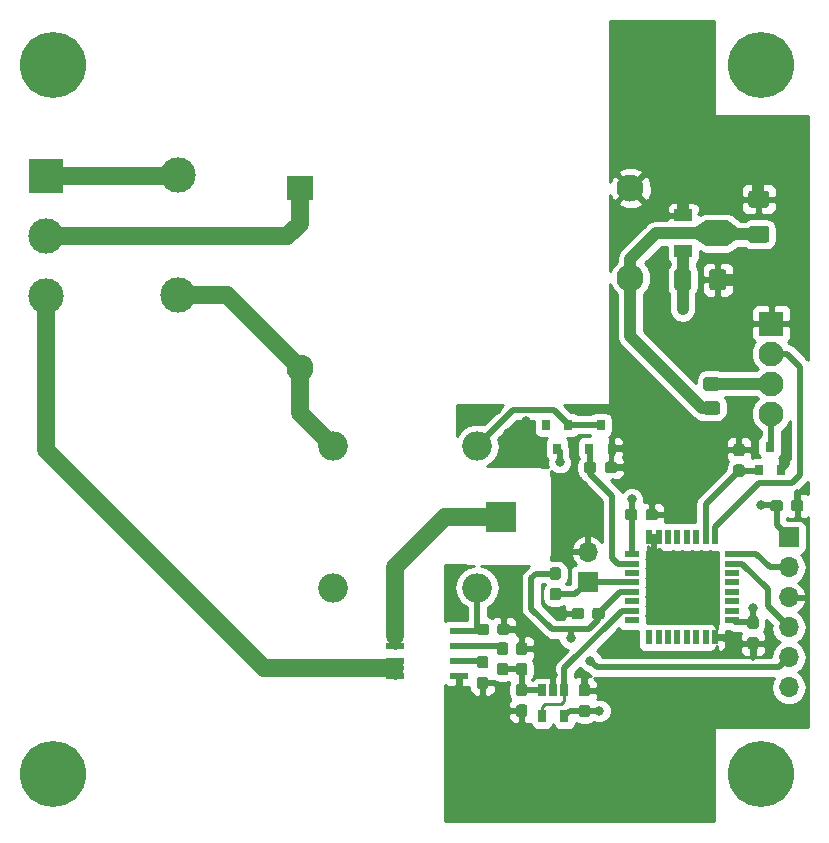
<source format=gtl>
G04 #@! TF.GenerationSoftware,KiCad,Pcbnew,(5.0.0)*
G04 #@! TF.CreationDate,2019-01-27T17:49:07+01:00*
G04 #@! TF.ProjectId,HeaterControlIndication,486561746572436F6E74726F6C496E64,rev?*
G04 #@! TF.SameCoordinates,Original*
G04 #@! TF.FileFunction,Copper,L1,Top,Signal*
G04 #@! TF.FilePolarity,Positive*
%FSLAX46Y46*%
G04 Gerber Fmt 4.6, Leading zero omitted, Abs format (unit mm)*
G04 Created by KiCad (PCBNEW (5.0.0)) date 01/27/19 17:49:07*
%MOMM*%
%LPD*%
G01*
G04 APERTURE LIST*
G04 #@! TA.AperFunction,Conductor*
%ADD10C,0.100000*%
G04 #@! TD*
G04 #@! TA.AperFunction,SMDPad,CuDef*
%ADD11C,1.425000*%
G04 #@! TD*
G04 #@! TA.AperFunction,SMDPad,CuDef*
%ADD12C,0.950000*%
G04 #@! TD*
G04 #@! TA.AperFunction,SMDPad,CuDef*
%ADD13R,0.800000X0.900000*%
G04 #@! TD*
G04 #@! TA.AperFunction,ComponentPad*
%ADD14C,3.000000*%
G04 #@! TD*
G04 #@! TA.AperFunction,ComponentPad*
%ADD15R,2.100000X2.100000*%
G04 #@! TD*
G04 #@! TA.AperFunction,ComponentPad*
%ADD16C,2.100000*%
G04 #@! TD*
G04 #@! TA.AperFunction,ComponentPad*
%ADD17R,3.000000X3.000000*%
G04 #@! TD*
G04 #@! TA.AperFunction,ComponentPad*
%ADD18R,1.700000X1.700000*%
G04 #@! TD*
G04 #@! TA.AperFunction,ComponentPad*
%ADD19O,1.700000X1.700000*%
G04 #@! TD*
G04 #@! TA.AperFunction,ComponentPad*
%ADD20R,2.500000X2.500000*%
G04 #@! TD*
G04 #@! TA.AperFunction,ComponentPad*
%ADD21O,2.500000X2.500000*%
G04 #@! TD*
G04 #@! TA.AperFunction,ComponentPad*
%ADD22C,5.600000*%
G04 #@! TD*
G04 #@! TA.AperFunction,ComponentPad*
%ADD23C,2.300000*%
G04 #@! TD*
G04 #@! TA.AperFunction,ComponentPad*
%ADD24R,2.300000X2.000000*%
G04 #@! TD*
G04 #@! TA.AperFunction,SMDPad,CuDef*
%ADD25C,1.150000*%
G04 #@! TD*
G04 #@! TA.AperFunction,SMDPad,CuDef*
%ADD26C,0.850000*%
G04 #@! TD*
G04 #@! TA.AperFunction,SMDPad,CuDef*
%ADD27R,1.500000X1.000000*%
G04 #@! TD*
G04 #@! TA.AperFunction,SMDPad,CuDef*
%ADD28R,1.800000X1.000000*%
G04 #@! TD*
G04 #@! TA.AperFunction,SMDPad,CuDef*
%ADD29R,1.840000X2.200000*%
G04 #@! TD*
G04 #@! TA.AperFunction,SMDPad,CuDef*
%ADD30C,1.000000*%
G04 #@! TD*
G04 #@! TA.AperFunction,SMDPad,CuDef*
%ADD31R,1.200000X0.600000*%
G04 #@! TD*
G04 #@! TA.AperFunction,SMDPad,CuDef*
%ADD32R,0.600000X1.200000*%
G04 #@! TD*
G04 #@! TA.AperFunction,SMDPad,CuDef*
%ADD33R,1.550000X0.600000*%
G04 #@! TD*
G04 #@! TA.AperFunction,SMDPad,CuDef*
%ADD34R,0.650000X1.060000*%
G04 #@! TD*
G04 #@! TA.AperFunction,ViaPad*
%ADD35C,0.800000*%
G04 #@! TD*
G04 #@! TA.AperFunction,Conductor*
%ADD36C,0.250000*%
G04 #@! TD*
G04 #@! TA.AperFunction,Conductor*
%ADD37C,1.000000*%
G04 #@! TD*
G04 #@! TA.AperFunction,Conductor*
%ADD38C,0.500000*%
G04 #@! TD*
G04 #@! TA.AperFunction,Conductor*
%ADD39C,1.500000*%
G04 #@! TD*
G04 #@! TA.AperFunction,Conductor*
%ADD40C,2.000000*%
G04 #@! TD*
G04 #@! TA.AperFunction,Conductor*
%ADD41C,0.600000*%
G04 #@! TD*
G04 #@! TA.AperFunction,Conductor*
%ADD42C,0.254000*%
G04 #@! TD*
G04 APERTURE END LIST*
D10*
G04 #@! TO.N,GND*
G04 #@! TO.C,C1*
G36*
X180342504Y-73475504D02*
X180366773Y-73479104D01*
X180390571Y-73485065D01*
X180413671Y-73493330D01*
X180435849Y-73503820D01*
X180456893Y-73516433D01*
X180476598Y-73531047D01*
X180494777Y-73547523D01*
X180511253Y-73565702D01*
X180525867Y-73585407D01*
X180538480Y-73606451D01*
X180548970Y-73628629D01*
X180557235Y-73651729D01*
X180563196Y-73675527D01*
X180566796Y-73699796D01*
X180568000Y-73724300D01*
X180568000Y-74649300D01*
X180566796Y-74673804D01*
X180563196Y-74698073D01*
X180557235Y-74721871D01*
X180548970Y-74744971D01*
X180538480Y-74767149D01*
X180525867Y-74788193D01*
X180511253Y-74807898D01*
X180494777Y-74826077D01*
X180476598Y-74842553D01*
X180456893Y-74857167D01*
X180435849Y-74869780D01*
X180413671Y-74880270D01*
X180390571Y-74888535D01*
X180366773Y-74894496D01*
X180342504Y-74898096D01*
X180318000Y-74899300D01*
X179068000Y-74899300D01*
X179043496Y-74898096D01*
X179019227Y-74894496D01*
X178995429Y-74888535D01*
X178972329Y-74880270D01*
X178950151Y-74869780D01*
X178929107Y-74857167D01*
X178909402Y-74842553D01*
X178891223Y-74826077D01*
X178874747Y-74807898D01*
X178860133Y-74788193D01*
X178847520Y-74767149D01*
X178837030Y-74744971D01*
X178828765Y-74721871D01*
X178822804Y-74698073D01*
X178819204Y-74673804D01*
X178818000Y-74649300D01*
X178818000Y-73724300D01*
X178819204Y-73699796D01*
X178822804Y-73675527D01*
X178828765Y-73651729D01*
X178837030Y-73628629D01*
X178847520Y-73606451D01*
X178860133Y-73585407D01*
X178874747Y-73565702D01*
X178891223Y-73547523D01*
X178909402Y-73531047D01*
X178929107Y-73516433D01*
X178950151Y-73503820D01*
X178972329Y-73493330D01*
X178995429Y-73485065D01*
X179019227Y-73479104D01*
X179043496Y-73475504D01*
X179068000Y-73474300D01*
X180318000Y-73474300D01*
X180342504Y-73475504D01*
X180342504Y-73475504D01*
G37*
D11*
G04 #@! TD*
G04 #@! TO.P,C1,2*
G04 #@! TO.N,GND*
X179693000Y-74186800D03*
D10*
G04 #@! TO.N,+5V*
G04 #@! TO.C,C1*
G36*
X180342504Y-76450504D02*
X180366773Y-76454104D01*
X180390571Y-76460065D01*
X180413671Y-76468330D01*
X180435849Y-76478820D01*
X180456893Y-76491433D01*
X180476598Y-76506047D01*
X180494777Y-76522523D01*
X180511253Y-76540702D01*
X180525867Y-76560407D01*
X180538480Y-76581451D01*
X180548970Y-76603629D01*
X180557235Y-76626729D01*
X180563196Y-76650527D01*
X180566796Y-76674796D01*
X180568000Y-76699300D01*
X180568000Y-77624300D01*
X180566796Y-77648804D01*
X180563196Y-77673073D01*
X180557235Y-77696871D01*
X180548970Y-77719971D01*
X180538480Y-77742149D01*
X180525867Y-77763193D01*
X180511253Y-77782898D01*
X180494777Y-77801077D01*
X180476598Y-77817553D01*
X180456893Y-77832167D01*
X180435849Y-77844780D01*
X180413671Y-77855270D01*
X180390571Y-77863535D01*
X180366773Y-77869496D01*
X180342504Y-77873096D01*
X180318000Y-77874300D01*
X179068000Y-77874300D01*
X179043496Y-77873096D01*
X179019227Y-77869496D01*
X178995429Y-77863535D01*
X178972329Y-77855270D01*
X178950151Y-77844780D01*
X178929107Y-77832167D01*
X178909402Y-77817553D01*
X178891223Y-77801077D01*
X178874747Y-77782898D01*
X178860133Y-77763193D01*
X178847520Y-77742149D01*
X178837030Y-77719971D01*
X178828765Y-77696871D01*
X178822804Y-77673073D01*
X178819204Y-77648804D01*
X178818000Y-77624300D01*
X178818000Y-76699300D01*
X178819204Y-76674796D01*
X178822804Y-76650527D01*
X178828765Y-76626729D01*
X178837030Y-76603629D01*
X178847520Y-76581451D01*
X178860133Y-76560407D01*
X178874747Y-76540702D01*
X178891223Y-76522523D01*
X178909402Y-76506047D01*
X178929107Y-76491433D01*
X178950151Y-76478820D01*
X178972329Y-76468330D01*
X178995429Y-76460065D01*
X179019227Y-76454104D01*
X179043496Y-76450504D01*
X179068000Y-76449300D01*
X180318000Y-76449300D01*
X180342504Y-76450504D01*
X180342504Y-76450504D01*
G37*
D11*
G04 #@! TD*
G04 #@! TO.P,C1,1*
G04 #@! TO.N,+5V*
X179693000Y-77161800D03*
D10*
G04 #@! TO.N,+3V3*
G04 #@! TO.C,C2*
G36*
X173739504Y-80134504D02*
X173763773Y-80138104D01*
X173787571Y-80144065D01*
X173810671Y-80152330D01*
X173832849Y-80162820D01*
X173853893Y-80175433D01*
X173873598Y-80190047D01*
X173891777Y-80206523D01*
X173908253Y-80224702D01*
X173922867Y-80244407D01*
X173935480Y-80265451D01*
X173945970Y-80287629D01*
X173954235Y-80310729D01*
X173960196Y-80334527D01*
X173963796Y-80358796D01*
X173965000Y-80383300D01*
X173965000Y-81633300D01*
X173963796Y-81657804D01*
X173960196Y-81682073D01*
X173954235Y-81705871D01*
X173945970Y-81728971D01*
X173935480Y-81751149D01*
X173922867Y-81772193D01*
X173908253Y-81791898D01*
X173891777Y-81810077D01*
X173873598Y-81826553D01*
X173853893Y-81841167D01*
X173832849Y-81853780D01*
X173810671Y-81864270D01*
X173787571Y-81872535D01*
X173763773Y-81878496D01*
X173739504Y-81882096D01*
X173715000Y-81883300D01*
X172790000Y-81883300D01*
X172765496Y-81882096D01*
X172741227Y-81878496D01*
X172717429Y-81872535D01*
X172694329Y-81864270D01*
X172672151Y-81853780D01*
X172651107Y-81841167D01*
X172631402Y-81826553D01*
X172613223Y-81810077D01*
X172596747Y-81791898D01*
X172582133Y-81772193D01*
X172569520Y-81751149D01*
X172559030Y-81728971D01*
X172550765Y-81705871D01*
X172544804Y-81682073D01*
X172541204Y-81657804D01*
X172540000Y-81633300D01*
X172540000Y-80383300D01*
X172541204Y-80358796D01*
X172544804Y-80334527D01*
X172550765Y-80310729D01*
X172559030Y-80287629D01*
X172569520Y-80265451D01*
X172582133Y-80244407D01*
X172596747Y-80224702D01*
X172613223Y-80206523D01*
X172631402Y-80190047D01*
X172651107Y-80175433D01*
X172672151Y-80162820D01*
X172694329Y-80152330D01*
X172717429Y-80144065D01*
X172741227Y-80138104D01*
X172765496Y-80134504D01*
X172790000Y-80133300D01*
X173715000Y-80133300D01*
X173739504Y-80134504D01*
X173739504Y-80134504D01*
G37*
D11*
G04 #@! TD*
G04 #@! TO.P,C2,1*
G04 #@! TO.N,+3V3*
X173252500Y-81008300D03*
D10*
G04 #@! TO.N,GND*
G04 #@! TO.C,C2*
G36*
X176714504Y-80134504D02*
X176738773Y-80138104D01*
X176762571Y-80144065D01*
X176785671Y-80152330D01*
X176807849Y-80162820D01*
X176828893Y-80175433D01*
X176848598Y-80190047D01*
X176866777Y-80206523D01*
X176883253Y-80224702D01*
X176897867Y-80244407D01*
X176910480Y-80265451D01*
X176920970Y-80287629D01*
X176929235Y-80310729D01*
X176935196Y-80334527D01*
X176938796Y-80358796D01*
X176940000Y-80383300D01*
X176940000Y-81633300D01*
X176938796Y-81657804D01*
X176935196Y-81682073D01*
X176929235Y-81705871D01*
X176920970Y-81728971D01*
X176910480Y-81751149D01*
X176897867Y-81772193D01*
X176883253Y-81791898D01*
X176866777Y-81810077D01*
X176848598Y-81826553D01*
X176828893Y-81841167D01*
X176807849Y-81853780D01*
X176785671Y-81864270D01*
X176762571Y-81872535D01*
X176738773Y-81878496D01*
X176714504Y-81882096D01*
X176690000Y-81883300D01*
X175765000Y-81883300D01*
X175740496Y-81882096D01*
X175716227Y-81878496D01*
X175692429Y-81872535D01*
X175669329Y-81864270D01*
X175647151Y-81853780D01*
X175626107Y-81841167D01*
X175606402Y-81826553D01*
X175588223Y-81810077D01*
X175571747Y-81791898D01*
X175557133Y-81772193D01*
X175544520Y-81751149D01*
X175534030Y-81728971D01*
X175525765Y-81705871D01*
X175519804Y-81682073D01*
X175516204Y-81657804D01*
X175515000Y-81633300D01*
X175515000Y-80383300D01*
X175516204Y-80358796D01*
X175519804Y-80334527D01*
X175525765Y-80310729D01*
X175534030Y-80287629D01*
X175544520Y-80265451D01*
X175557133Y-80244407D01*
X175571747Y-80224702D01*
X175588223Y-80206523D01*
X175606402Y-80190047D01*
X175626107Y-80175433D01*
X175647151Y-80162820D01*
X175669329Y-80152330D01*
X175692429Y-80144065D01*
X175716227Y-80138104D01*
X175740496Y-80134504D01*
X175765000Y-80133300D01*
X176690000Y-80133300D01*
X176714504Y-80134504D01*
X176714504Y-80134504D01*
G37*
D11*
G04 #@! TD*
G04 #@! TO.P,C2,2*
G04 #@! TO.N,GND*
X176227500Y-81008300D03*
D10*
G04 #@! TO.N,+3V3*
G04 #@! TO.C,C3*
G36*
X165198879Y-116984244D02*
X165221934Y-116987663D01*
X165244543Y-116993327D01*
X165266487Y-117001179D01*
X165287557Y-117011144D01*
X165307548Y-117023126D01*
X165326268Y-117037010D01*
X165343538Y-117052662D01*
X165359190Y-117069932D01*
X165373074Y-117088652D01*
X165385056Y-117108643D01*
X165395021Y-117129713D01*
X165402873Y-117151657D01*
X165408537Y-117174266D01*
X165411956Y-117197321D01*
X165413100Y-117220600D01*
X165413100Y-117795600D01*
X165411956Y-117818879D01*
X165408537Y-117841934D01*
X165402873Y-117864543D01*
X165395021Y-117886487D01*
X165385056Y-117907557D01*
X165373074Y-117927548D01*
X165359190Y-117946268D01*
X165343538Y-117963538D01*
X165326268Y-117979190D01*
X165307548Y-117993074D01*
X165287557Y-118005056D01*
X165266487Y-118015021D01*
X165244543Y-118022873D01*
X165221934Y-118028537D01*
X165198879Y-118031956D01*
X165175600Y-118033100D01*
X164700600Y-118033100D01*
X164677321Y-118031956D01*
X164654266Y-118028537D01*
X164631657Y-118022873D01*
X164609713Y-118015021D01*
X164588643Y-118005056D01*
X164568652Y-117993074D01*
X164549932Y-117979190D01*
X164532662Y-117963538D01*
X164517010Y-117946268D01*
X164503126Y-117927548D01*
X164491144Y-117907557D01*
X164481179Y-117886487D01*
X164473327Y-117864543D01*
X164467663Y-117841934D01*
X164464244Y-117818879D01*
X164463100Y-117795600D01*
X164463100Y-117220600D01*
X164464244Y-117197321D01*
X164467663Y-117174266D01*
X164473327Y-117151657D01*
X164481179Y-117129713D01*
X164491144Y-117108643D01*
X164503126Y-117088652D01*
X164517010Y-117069932D01*
X164532662Y-117052662D01*
X164549932Y-117037010D01*
X164568652Y-117023126D01*
X164588643Y-117011144D01*
X164609713Y-117001179D01*
X164631657Y-116993327D01*
X164654266Y-116987663D01*
X164677321Y-116984244D01*
X164700600Y-116983100D01*
X165175600Y-116983100D01*
X165198879Y-116984244D01*
X165198879Y-116984244D01*
G37*
D12*
G04 #@! TD*
G04 #@! TO.P,C3,2*
G04 #@! TO.N,+3V3*
X164938100Y-117508100D03*
D10*
G04 #@! TO.N,GND*
G04 #@! TO.C,C3*
G36*
X165198879Y-115234244D02*
X165221934Y-115237663D01*
X165244543Y-115243327D01*
X165266487Y-115251179D01*
X165287557Y-115261144D01*
X165307548Y-115273126D01*
X165326268Y-115287010D01*
X165343538Y-115302662D01*
X165359190Y-115319932D01*
X165373074Y-115338652D01*
X165385056Y-115358643D01*
X165395021Y-115379713D01*
X165402873Y-115401657D01*
X165408537Y-115424266D01*
X165411956Y-115447321D01*
X165413100Y-115470600D01*
X165413100Y-116045600D01*
X165411956Y-116068879D01*
X165408537Y-116091934D01*
X165402873Y-116114543D01*
X165395021Y-116136487D01*
X165385056Y-116157557D01*
X165373074Y-116177548D01*
X165359190Y-116196268D01*
X165343538Y-116213538D01*
X165326268Y-116229190D01*
X165307548Y-116243074D01*
X165287557Y-116255056D01*
X165266487Y-116265021D01*
X165244543Y-116272873D01*
X165221934Y-116278537D01*
X165198879Y-116281956D01*
X165175600Y-116283100D01*
X164700600Y-116283100D01*
X164677321Y-116281956D01*
X164654266Y-116278537D01*
X164631657Y-116272873D01*
X164609713Y-116265021D01*
X164588643Y-116255056D01*
X164568652Y-116243074D01*
X164549932Y-116229190D01*
X164532662Y-116213538D01*
X164517010Y-116196268D01*
X164503126Y-116177548D01*
X164491144Y-116157557D01*
X164481179Y-116136487D01*
X164473327Y-116114543D01*
X164467663Y-116091934D01*
X164464244Y-116068879D01*
X164463100Y-116045600D01*
X164463100Y-115470600D01*
X164464244Y-115447321D01*
X164467663Y-115424266D01*
X164473327Y-115401657D01*
X164481179Y-115379713D01*
X164491144Y-115358643D01*
X164503126Y-115338652D01*
X164517010Y-115319932D01*
X164532662Y-115302662D01*
X164549932Y-115287010D01*
X164568652Y-115273126D01*
X164588643Y-115261144D01*
X164609713Y-115251179D01*
X164631657Y-115243327D01*
X164654266Y-115237663D01*
X164677321Y-115234244D01*
X164700600Y-115233100D01*
X165175600Y-115233100D01*
X165198879Y-115234244D01*
X165198879Y-115234244D01*
G37*
D12*
G04 #@! TD*
G04 #@! TO.P,C3,1*
G04 #@! TO.N,GND*
X164938100Y-115758100D03*
D10*
G04 #@! TO.N,+3V3*
G04 #@! TO.C,C4*
G36*
X169197339Y-100434104D02*
X169220394Y-100437523D01*
X169243003Y-100443187D01*
X169264947Y-100451039D01*
X169286017Y-100461004D01*
X169306008Y-100472986D01*
X169324728Y-100486870D01*
X169341998Y-100502522D01*
X169357650Y-100519792D01*
X169371534Y-100538512D01*
X169383516Y-100558503D01*
X169393481Y-100579573D01*
X169401333Y-100601517D01*
X169406997Y-100624126D01*
X169410416Y-100647181D01*
X169411560Y-100670460D01*
X169411560Y-101145460D01*
X169410416Y-101168739D01*
X169406997Y-101191794D01*
X169401333Y-101214403D01*
X169393481Y-101236347D01*
X169383516Y-101257417D01*
X169371534Y-101277408D01*
X169357650Y-101296128D01*
X169341998Y-101313398D01*
X169324728Y-101329050D01*
X169306008Y-101342934D01*
X169286017Y-101354916D01*
X169264947Y-101364881D01*
X169243003Y-101372733D01*
X169220394Y-101378397D01*
X169197339Y-101381816D01*
X169174060Y-101382960D01*
X168599060Y-101382960D01*
X168575781Y-101381816D01*
X168552726Y-101378397D01*
X168530117Y-101372733D01*
X168508173Y-101364881D01*
X168487103Y-101354916D01*
X168467112Y-101342934D01*
X168448392Y-101329050D01*
X168431122Y-101313398D01*
X168415470Y-101296128D01*
X168401586Y-101277408D01*
X168389604Y-101257417D01*
X168379639Y-101236347D01*
X168371787Y-101214403D01*
X168366123Y-101191794D01*
X168362704Y-101168739D01*
X168361560Y-101145460D01*
X168361560Y-100670460D01*
X168362704Y-100647181D01*
X168366123Y-100624126D01*
X168371787Y-100601517D01*
X168379639Y-100579573D01*
X168389604Y-100558503D01*
X168401586Y-100538512D01*
X168415470Y-100519792D01*
X168431122Y-100502522D01*
X168448392Y-100486870D01*
X168467112Y-100472986D01*
X168487103Y-100461004D01*
X168508173Y-100451039D01*
X168530117Y-100443187D01*
X168552726Y-100437523D01*
X168575781Y-100434104D01*
X168599060Y-100432960D01*
X169174060Y-100432960D01*
X169197339Y-100434104D01*
X169197339Y-100434104D01*
G37*
D12*
G04 #@! TD*
G04 #@! TO.P,C4,1*
G04 #@! TO.N,+3V3*
X168886560Y-100907960D03*
D10*
G04 #@! TO.N,GND*
G04 #@! TO.C,C4*
G36*
X170947339Y-100434104D02*
X170970394Y-100437523D01*
X170993003Y-100443187D01*
X171014947Y-100451039D01*
X171036017Y-100461004D01*
X171056008Y-100472986D01*
X171074728Y-100486870D01*
X171091998Y-100502522D01*
X171107650Y-100519792D01*
X171121534Y-100538512D01*
X171133516Y-100558503D01*
X171143481Y-100579573D01*
X171151333Y-100601517D01*
X171156997Y-100624126D01*
X171160416Y-100647181D01*
X171161560Y-100670460D01*
X171161560Y-101145460D01*
X171160416Y-101168739D01*
X171156997Y-101191794D01*
X171151333Y-101214403D01*
X171143481Y-101236347D01*
X171133516Y-101257417D01*
X171121534Y-101277408D01*
X171107650Y-101296128D01*
X171091998Y-101313398D01*
X171074728Y-101329050D01*
X171056008Y-101342934D01*
X171036017Y-101354916D01*
X171014947Y-101364881D01*
X170993003Y-101372733D01*
X170970394Y-101378397D01*
X170947339Y-101381816D01*
X170924060Y-101382960D01*
X170349060Y-101382960D01*
X170325781Y-101381816D01*
X170302726Y-101378397D01*
X170280117Y-101372733D01*
X170258173Y-101364881D01*
X170237103Y-101354916D01*
X170217112Y-101342934D01*
X170198392Y-101329050D01*
X170181122Y-101313398D01*
X170165470Y-101296128D01*
X170151586Y-101277408D01*
X170139604Y-101257417D01*
X170129639Y-101236347D01*
X170121787Y-101214403D01*
X170116123Y-101191794D01*
X170112704Y-101168739D01*
X170111560Y-101145460D01*
X170111560Y-100670460D01*
X170112704Y-100647181D01*
X170116123Y-100624126D01*
X170121787Y-100601517D01*
X170129639Y-100579573D01*
X170139604Y-100558503D01*
X170151586Y-100538512D01*
X170165470Y-100519792D01*
X170181122Y-100502522D01*
X170198392Y-100486870D01*
X170217112Y-100472986D01*
X170237103Y-100461004D01*
X170258173Y-100451039D01*
X170280117Y-100443187D01*
X170302726Y-100437523D01*
X170325781Y-100434104D01*
X170349060Y-100432960D01*
X170924060Y-100432960D01*
X170947339Y-100434104D01*
X170947339Y-100434104D01*
G37*
D12*
G04 #@! TD*
G04 #@! TO.P,C4,2*
G04 #@! TO.N,GND*
X170636560Y-100907960D03*
D10*
G04 #@! TO.N,GND*
G04 #@! TO.C,C5*
G36*
X164679979Y-108805944D02*
X164703034Y-108809363D01*
X164725643Y-108815027D01*
X164747587Y-108822879D01*
X164768657Y-108832844D01*
X164788648Y-108844826D01*
X164807368Y-108858710D01*
X164824638Y-108874362D01*
X164840290Y-108891632D01*
X164854174Y-108910352D01*
X164866156Y-108930343D01*
X164876121Y-108951413D01*
X164883973Y-108973357D01*
X164889637Y-108995966D01*
X164893056Y-109019021D01*
X164894200Y-109042300D01*
X164894200Y-109517300D01*
X164893056Y-109540579D01*
X164889637Y-109563634D01*
X164883973Y-109586243D01*
X164876121Y-109608187D01*
X164866156Y-109629257D01*
X164854174Y-109649248D01*
X164840290Y-109667968D01*
X164824638Y-109685238D01*
X164807368Y-109700890D01*
X164788648Y-109714774D01*
X164768657Y-109726756D01*
X164747587Y-109736721D01*
X164725643Y-109744573D01*
X164703034Y-109750237D01*
X164679979Y-109753656D01*
X164656700Y-109754800D01*
X164081700Y-109754800D01*
X164058421Y-109753656D01*
X164035366Y-109750237D01*
X164012757Y-109744573D01*
X163990813Y-109736721D01*
X163969743Y-109726756D01*
X163949752Y-109714774D01*
X163931032Y-109700890D01*
X163913762Y-109685238D01*
X163898110Y-109667968D01*
X163884226Y-109649248D01*
X163872244Y-109629257D01*
X163862279Y-109608187D01*
X163854427Y-109586243D01*
X163848763Y-109563634D01*
X163845344Y-109540579D01*
X163844200Y-109517300D01*
X163844200Y-109042300D01*
X163845344Y-109019021D01*
X163848763Y-108995966D01*
X163854427Y-108973357D01*
X163862279Y-108951413D01*
X163872244Y-108930343D01*
X163884226Y-108910352D01*
X163898110Y-108891632D01*
X163913762Y-108874362D01*
X163931032Y-108858710D01*
X163949752Y-108844826D01*
X163969743Y-108832844D01*
X163990813Y-108822879D01*
X164012757Y-108815027D01*
X164035366Y-108809363D01*
X164058421Y-108805944D01*
X164081700Y-108804800D01*
X164656700Y-108804800D01*
X164679979Y-108805944D01*
X164679979Y-108805944D01*
G37*
D12*
G04 #@! TD*
G04 #@! TO.P,C5,1*
G04 #@! TO.N,GND*
X164369200Y-109279800D03*
D10*
G04 #@! TO.N,+3V3*
G04 #@! TO.C,C5*
G36*
X166429979Y-108805944D02*
X166453034Y-108809363D01*
X166475643Y-108815027D01*
X166497587Y-108822879D01*
X166518657Y-108832844D01*
X166538648Y-108844826D01*
X166557368Y-108858710D01*
X166574638Y-108874362D01*
X166590290Y-108891632D01*
X166604174Y-108910352D01*
X166616156Y-108930343D01*
X166626121Y-108951413D01*
X166633973Y-108973357D01*
X166639637Y-108995966D01*
X166643056Y-109019021D01*
X166644200Y-109042300D01*
X166644200Y-109517300D01*
X166643056Y-109540579D01*
X166639637Y-109563634D01*
X166633973Y-109586243D01*
X166626121Y-109608187D01*
X166616156Y-109629257D01*
X166604174Y-109649248D01*
X166590290Y-109667968D01*
X166574638Y-109685238D01*
X166557368Y-109700890D01*
X166538648Y-109714774D01*
X166518657Y-109726756D01*
X166497587Y-109736721D01*
X166475643Y-109744573D01*
X166453034Y-109750237D01*
X166429979Y-109753656D01*
X166406700Y-109754800D01*
X165831700Y-109754800D01*
X165808421Y-109753656D01*
X165785366Y-109750237D01*
X165762757Y-109744573D01*
X165740813Y-109736721D01*
X165719743Y-109726756D01*
X165699752Y-109714774D01*
X165681032Y-109700890D01*
X165663762Y-109685238D01*
X165648110Y-109667968D01*
X165634226Y-109649248D01*
X165622244Y-109629257D01*
X165612279Y-109608187D01*
X165604427Y-109586243D01*
X165598763Y-109563634D01*
X165595344Y-109540579D01*
X165594200Y-109517300D01*
X165594200Y-109042300D01*
X165595344Y-109019021D01*
X165598763Y-108995966D01*
X165604427Y-108973357D01*
X165612279Y-108951413D01*
X165622244Y-108930343D01*
X165634226Y-108910352D01*
X165648110Y-108891632D01*
X165663762Y-108874362D01*
X165681032Y-108858710D01*
X165699752Y-108844826D01*
X165719743Y-108832844D01*
X165740813Y-108822879D01*
X165762757Y-108815027D01*
X165785366Y-108809363D01*
X165808421Y-108805944D01*
X165831700Y-108804800D01*
X166406700Y-108804800D01*
X166429979Y-108805944D01*
X166429979Y-108805944D01*
G37*
D12*
G04 #@! TD*
G04 #@! TO.P,C5,2*
G04 #@! TO.N,+3V3*
X166119200Y-109279800D03*
D10*
G04 #@! TO.N,GND*
G04 #@! TO.C,C6*
G36*
X158399779Y-110125444D02*
X158422834Y-110128863D01*
X158445443Y-110134527D01*
X158467387Y-110142379D01*
X158488457Y-110152344D01*
X158508448Y-110164326D01*
X158527168Y-110178210D01*
X158544438Y-110193862D01*
X158560090Y-110211132D01*
X158573974Y-110229852D01*
X158585956Y-110249843D01*
X158595921Y-110270913D01*
X158603773Y-110292857D01*
X158609437Y-110315466D01*
X158612856Y-110338521D01*
X158614000Y-110361800D01*
X158614000Y-110836800D01*
X158612856Y-110860079D01*
X158609437Y-110883134D01*
X158603773Y-110905743D01*
X158595921Y-110927687D01*
X158585956Y-110948757D01*
X158573974Y-110968748D01*
X158560090Y-110987468D01*
X158544438Y-111004738D01*
X158527168Y-111020390D01*
X158508448Y-111034274D01*
X158488457Y-111046256D01*
X158467387Y-111056221D01*
X158445443Y-111064073D01*
X158422834Y-111069737D01*
X158399779Y-111073156D01*
X158376500Y-111074300D01*
X157801500Y-111074300D01*
X157778221Y-111073156D01*
X157755166Y-111069737D01*
X157732557Y-111064073D01*
X157710613Y-111056221D01*
X157689543Y-111046256D01*
X157669552Y-111034274D01*
X157650832Y-111020390D01*
X157633562Y-111004738D01*
X157617910Y-110987468D01*
X157604026Y-110968748D01*
X157592044Y-110948757D01*
X157582079Y-110927687D01*
X157574227Y-110905743D01*
X157568563Y-110883134D01*
X157565144Y-110860079D01*
X157564000Y-110836800D01*
X157564000Y-110361800D01*
X157565144Y-110338521D01*
X157568563Y-110315466D01*
X157574227Y-110292857D01*
X157582079Y-110270913D01*
X157592044Y-110249843D01*
X157604026Y-110229852D01*
X157617910Y-110211132D01*
X157633562Y-110193862D01*
X157650832Y-110178210D01*
X157669552Y-110164326D01*
X157689543Y-110152344D01*
X157710613Y-110142379D01*
X157732557Y-110134527D01*
X157755166Y-110128863D01*
X157778221Y-110125444D01*
X157801500Y-110124300D01*
X158376500Y-110124300D01*
X158399779Y-110125444D01*
X158399779Y-110125444D01*
G37*
D12*
G04 #@! TD*
G04 #@! TO.P,C6,1*
G04 #@! TO.N,GND*
X158089000Y-110599300D03*
D10*
G04 #@! TO.N,+5V*
G04 #@! TO.C,C6*
G36*
X156649779Y-110125444D02*
X156672834Y-110128863D01*
X156695443Y-110134527D01*
X156717387Y-110142379D01*
X156738457Y-110152344D01*
X156758448Y-110164326D01*
X156777168Y-110178210D01*
X156794438Y-110193862D01*
X156810090Y-110211132D01*
X156823974Y-110229852D01*
X156835956Y-110249843D01*
X156845921Y-110270913D01*
X156853773Y-110292857D01*
X156859437Y-110315466D01*
X156862856Y-110338521D01*
X156864000Y-110361800D01*
X156864000Y-110836800D01*
X156862856Y-110860079D01*
X156859437Y-110883134D01*
X156853773Y-110905743D01*
X156845921Y-110927687D01*
X156835956Y-110948757D01*
X156823974Y-110968748D01*
X156810090Y-110987468D01*
X156794438Y-111004738D01*
X156777168Y-111020390D01*
X156758448Y-111034274D01*
X156738457Y-111046256D01*
X156717387Y-111056221D01*
X156695443Y-111064073D01*
X156672834Y-111069737D01*
X156649779Y-111073156D01*
X156626500Y-111074300D01*
X156051500Y-111074300D01*
X156028221Y-111073156D01*
X156005166Y-111069737D01*
X155982557Y-111064073D01*
X155960613Y-111056221D01*
X155939543Y-111046256D01*
X155919552Y-111034274D01*
X155900832Y-111020390D01*
X155883562Y-111004738D01*
X155867910Y-110987468D01*
X155854026Y-110968748D01*
X155842044Y-110948757D01*
X155832079Y-110927687D01*
X155824227Y-110905743D01*
X155818563Y-110883134D01*
X155815144Y-110860079D01*
X155814000Y-110836800D01*
X155814000Y-110361800D01*
X155815144Y-110338521D01*
X155818563Y-110315466D01*
X155824227Y-110292857D01*
X155832079Y-110270913D01*
X155842044Y-110249843D01*
X155854026Y-110229852D01*
X155867910Y-110211132D01*
X155883562Y-110193862D01*
X155900832Y-110178210D01*
X155919552Y-110164326D01*
X155939543Y-110152344D01*
X155960613Y-110142379D01*
X155982557Y-110134527D01*
X156005166Y-110128863D01*
X156028221Y-110125444D01*
X156051500Y-110124300D01*
X156626500Y-110124300D01*
X156649779Y-110125444D01*
X156649779Y-110125444D01*
G37*
D12*
G04 #@! TD*
G04 #@! TO.P,C6,2*
G04 #@! TO.N,+5V*
X156339000Y-110599300D03*
D10*
G04 #@! TO.N,+3V3*
G04 #@! TO.C,C7*
G36*
X181511259Y-99667024D02*
X181534314Y-99670443D01*
X181556923Y-99676107D01*
X181578867Y-99683959D01*
X181599937Y-99693924D01*
X181619928Y-99705906D01*
X181638648Y-99719790D01*
X181655918Y-99735442D01*
X181671570Y-99752712D01*
X181685454Y-99771432D01*
X181697436Y-99791423D01*
X181707401Y-99812493D01*
X181715253Y-99834437D01*
X181720917Y-99857046D01*
X181724336Y-99880101D01*
X181725480Y-99903380D01*
X181725480Y-100378380D01*
X181724336Y-100401659D01*
X181720917Y-100424714D01*
X181715253Y-100447323D01*
X181707401Y-100469267D01*
X181697436Y-100490337D01*
X181685454Y-100510328D01*
X181671570Y-100529048D01*
X181655918Y-100546318D01*
X181638648Y-100561970D01*
X181619928Y-100575854D01*
X181599937Y-100587836D01*
X181578867Y-100597801D01*
X181556923Y-100605653D01*
X181534314Y-100611317D01*
X181511259Y-100614736D01*
X181487980Y-100615880D01*
X180912980Y-100615880D01*
X180889701Y-100614736D01*
X180866646Y-100611317D01*
X180844037Y-100605653D01*
X180822093Y-100597801D01*
X180801023Y-100587836D01*
X180781032Y-100575854D01*
X180762312Y-100561970D01*
X180745042Y-100546318D01*
X180729390Y-100529048D01*
X180715506Y-100510328D01*
X180703524Y-100490337D01*
X180693559Y-100469267D01*
X180685707Y-100447323D01*
X180680043Y-100424714D01*
X180676624Y-100401659D01*
X180675480Y-100378380D01*
X180675480Y-99903380D01*
X180676624Y-99880101D01*
X180680043Y-99857046D01*
X180685707Y-99834437D01*
X180693559Y-99812493D01*
X180703524Y-99791423D01*
X180715506Y-99771432D01*
X180729390Y-99752712D01*
X180745042Y-99735442D01*
X180762312Y-99719790D01*
X180781032Y-99705906D01*
X180801023Y-99693924D01*
X180822093Y-99683959D01*
X180844037Y-99676107D01*
X180866646Y-99670443D01*
X180889701Y-99667024D01*
X180912980Y-99665880D01*
X181487980Y-99665880D01*
X181511259Y-99667024D01*
X181511259Y-99667024D01*
G37*
D12*
G04 #@! TD*
G04 #@! TO.P,C7,2*
G04 #@! TO.N,+3V3*
X181200480Y-100140880D03*
D10*
G04 #@! TO.N,GND*
G04 #@! TO.C,C7*
G36*
X183261259Y-99667024D02*
X183284314Y-99670443D01*
X183306923Y-99676107D01*
X183328867Y-99683959D01*
X183349937Y-99693924D01*
X183369928Y-99705906D01*
X183388648Y-99719790D01*
X183405918Y-99735442D01*
X183421570Y-99752712D01*
X183435454Y-99771432D01*
X183447436Y-99791423D01*
X183457401Y-99812493D01*
X183465253Y-99834437D01*
X183470917Y-99857046D01*
X183474336Y-99880101D01*
X183475480Y-99903380D01*
X183475480Y-100378380D01*
X183474336Y-100401659D01*
X183470917Y-100424714D01*
X183465253Y-100447323D01*
X183457401Y-100469267D01*
X183447436Y-100490337D01*
X183435454Y-100510328D01*
X183421570Y-100529048D01*
X183405918Y-100546318D01*
X183388648Y-100561970D01*
X183369928Y-100575854D01*
X183349937Y-100587836D01*
X183328867Y-100597801D01*
X183306923Y-100605653D01*
X183284314Y-100611317D01*
X183261259Y-100614736D01*
X183237980Y-100615880D01*
X182662980Y-100615880D01*
X182639701Y-100614736D01*
X182616646Y-100611317D01*
X182594037Y-100605653D01*
X182572093Y-100597801D01*
X182551023Y-100587836D01*
X182531032Y-100575854D01*
X182512312Y-100561970D01*
X182495042Y-100546318D01*
X182479390Y-100529048D01*
X182465506Y-100510328D01*
X182453524Y-100490337D01*
X182443559Y-100469267D01*
X182435707Y-100447323D01*
X182430043Y-100424714D01*
X182426624Y-100401659D01*
X182425480Y-100378380D01*
X182425480Y-99903380D01*
X182426624Y-99880101D01*
X182430043Y-99857046D01*
X182435707Y-99834437D01*
X182443559Y-99812493D01*
X182453524Y-99791423D01*
X182465506Y-99771432D01*
X182479390Y-99752712D01*
X182495042Y-99735442D01*
X182512312Y-99719790D01*
X182531032Y-99705906D01*
X182551023Y-99693924D01*
X182572093Y-99683959D01*
X182594037Y-99676107D01*
X182616646Y-99670443D01*
X182639701Y-99667024D01*
X182662980Y-99665880D01*
X183237980Y-99665880D01*
X183261259Y-99667024D01*
X183261259Y-99667024D01*
G37*
D12*
G04 #@! TD*
G04 #@! TO.P,C7,1*
G04 #@! TO.N,GND*
X182950480Y-100140880D03*
D10*
G04 #@! TO.N,GND*
G04 #@! TO.C,C8*
G36*
X179471139Y-111256544D02*
X179494194Y-111259963D01*
X179516803Y-111265627D01*
X179538747Y-111273479D01*
X179559817Y-111283444D01*
X179579808Y-111295426D01*
X179598528Y-111309310D01*
X179615798Y-111324962D01*
X179631450Y-111342232D01*
X179645334Y-111360952D01*
X179657316Y-111380943D01*
X179667281Y-111402013D01*
X179675133Y-111423957D01*
X179680797Y-111446566D01*
X179684216Y-111469621D01*
X179685360Y-111492900D01*
X179685360Y-112067900D01*
X179684216Y-112091179D01*
X179680797Y-112114234D01*
X179675133Y-112136843D01*
X179667281Y-112158787D01*
X179657316Y-112179857D01*
X179645334Y-112199848D01*
X179631450Y-112218568D01*
X179615798Y-112235838D01*
X179598528Y-112251490D01*
X179579808Y-112265374D01*
X179559817Y-112277356D01*
X179538747Y-112287321D01*
X179516803Y-112295173D01*
X179494194Y-112300837D01*
X179471139Y-112304256D01*
X179447860Y-112305400D01*
X178972860Y-112305400D01*
X178949581Y-112304256D01*
X178926526Y-112300837D01*
X178903917Y-112295173D01*
X178881973Y-112287321D01*
X178860903Y-112277356D01*
X178840912Y-112265374D01*
X178822192Y-112251490D01*
X178804922Y-112235838D01*
X178789270Y-112218568D01*
X178775386Y-112199848D01*
X178763404Y-112179857D01*
X178753439Y-112158787D01*
X178745587Y-112136843D01*
X178739923Y-112114234D01*
X178736504Y-112091179D01*
X178735360Y-112067900D01*
X178735360Y-111492900D01*
X178736504Y-111469621D01*
X178739923Y-111446566D01*
X178745587Y-111423957D01*
X178753439Y-111402013D01*
X178763404Y-111380943D01*
X178775386Y-111360952D01*
X178789270Y-111342232D01*
X178804922Y-111324962D01*
X178822192Y-111309310D01*
X178840912Y-111295426D01*
X178860903Y-111283444D01*
X178881973Y-111273479D01*
X178903917Y-111265627D01*
X178926526Y-111259963D01*
X178949581Y-111256544D01*
X178972860Y-111255400D01*
X179447860Y-111255400D01*
X179471139Y-111256544D01*
X179471139Y-111256544D01*
G37*
D12*
G04 #@! TD*
G04 #@! TO.P,C8,1*
G04 #@! TO.N,GND*
X179210360Y-111780400D03*
D10*
G04 #@! TO.N,+3V3*
G04 #@! TO.C,C8*
G36*
X179471139Y-109506544D02*
X179494194Y-109509963D01*
X179516803Y-109515627D01*
X179538747Y-109523479D01*
X179559817Y-109533444D01*
X179579808Y-109545426D01*
X179598528Y-109559310D01*
X179615798Y-109574962D01*
X179631450Y-109592232D01*
X179645334Y-109610952D01*
X179657316Y-109630943D01*
X179667281Y-109652013D01*
X179675133Y-109673957D01*
X179680797Y-109696566D01*
X179684216Y-109719621D01*
X179685360Y-109742900D01*
X179685360Y-110317900D01*
X179684216Y-110341179D01*
X179680797Y-110364234D01*
X179675133Y-110386843D01*
X179667281Y-110408787D01*
X179657316Y-110429857D01*
X179645334Y-110449848D01*
X179631450Y-110468568D01*
X179615798Y-110485838D01*
X179598528Y-110501490D01*
X179579808Y-110515374D01*
X179559817Y-110527356D01*
X179538747Y-110537321D01*
X179516803Y-110545173D01*
X179494194Y-110550837D01*
X179471139Y-110554256D01*
X179447860Y-110555400D01*
X178972860Y-110555400D01*
X178949581Y-110554256D01*
X178926526Y-110550837D01*
X178903917Y-110545173D01*
X178881973Y-110537321D01*
X178860903Y-110527356D01*
X178840912Y-110515374D01*
X178822192Y-110501490D01*
X178804922Y-110485838D01*
X178789270Y-110468568D01*
X178775386Y-110449848D01*
X178763404Y-110429857D01*
X178753439Y-110408787D01*
X178745587Y-110386843D01*
X178739923Y-110364234D01*
X178736504Y-110341179D01*
X178735360Y-110317900D01*
X178735360Y-109742900D01*
X178736504Y-109719621D01*
X178739923Y-109696566D01*
X178745587Y-109673957D01*
X178753439Y-109652013D01*
X178763404Y-109630943D01*
X178775386Y-109610952D01*
X178789270Y-109592232D01*
X178804922Y-109574962D01*
X178822192Y-109559310D01*
X178840912Y-109545426D01*
X178860903Y-109533444D01*
X178881973Y-109523479D01*
X178903917Y-109515627D01*
X178926526Y-109509963D01*
X178949581Y-109506544D01*
X178972860Y-109505400D01*
X179447860Y-109505400D01*
X179471139Y-109506544D01*
X179471139Y-109506544D01*
G37*
D12*
G04 #@! TD*
G04 #@! TO.P,C8,2*
G04 #@! TO.N,+3V3*
X179210360Y-110030400D03*
D10*
G04 #@! TO.N,GND*
G04 #@! TO.C,C9*
G36*
X156575579Y-114620744D02*
X156598634Y-114624163D01*
X156621243Y-114629827D01*
X156643187Y-114637679D01*
X156664257Y-114647644D01*
X156684248Y-114659626D01*
X156702968Y-114673510D01*
X156720238Y-114689162D01*
X156735890Y-114706432D01*
X156749774Y-114725152D01*
X156761756Y-114745143D01*
X156771721Y-114766213D01*
X156779573Y-114788157D01*
X156785237Y-114810766D01*
X156788656Y-114833821D01*
X156789800Y-114857100D01*
X156789800Y-115432100D01*
X156788656Y-115455379D01*
X156785237Y-115478434D01*
X156779573Y-115501043D01*
X156771721Y-115522987D01*
X156761756Y-115544057D01*
X156749774Y-115564048D01*
X156735890Y-115582768D01*
X156720238Y-115600038D01*
X156702968Y-115615690D01*
X156684248Y-115629574D01*
X156664257Y-115641556D01*
X156643187Y-115651521D01*
X156621243Y-115659373D01*
X156598634Y-115665037D01*
X156575579Y-115668456D01*
X156552300Y-115669600D01*
X156077300Y-115669600D01*
X156054021Y-115668456D01*
X156030966Y-115665037D01*
X156008357Y-115659373D01*
X155986413Y-115651521D01*
X155965343Y-115641556D01*
X155945352Y-115629574D01*
X155926632Y-115615690D01*
X155909362Y-115600038D01*
X155893710Y-115582768D01*
X155879826Y-115564048D01*
X155867844Y-115544057D01*
X155857879Y-115522987D01*
X155850027Y-115501043D01*
X155844363Y-115478434D01*
X155840944Y-115455379D01*
X155839800Y-115432100D01*
X155839800Y-114857100D01*
X155840944Y-114833821D01*
X155844363Y-114810766D01*
X155850027Y-114788157D01*
X155857879Y-114766213D01*
X155867844Y-114745143D01*
X155879826Y-114725152D01*
X155893710Y-114706432D01*
X155909362Y-114689162D01*
X155926632Y-114673510D01*
X155945352Y-114659626D01*
X155965343Y-114647644D01*
X155986413Y-114637679D01*
X156008357Y-114629827D01*
X156030966Y-114624163D01*
X156054021Y-114620744D01*
X156077300Y-114619600D01*
X156552300Y-114619600D01*
X156575579Y-114620744D01*
X156575579Y-114620744D01*
G37*
D12*
G04 #@! TD*
G04 #@! TO.P,C9,2*
G04 #@! TO.N,GND*
X156314800Y-115144600D03*
D10*
G04 #@! TO.N,Net-(C9-Pad1)*
G04 #@! TO.C,C9*
G36*
X156575579Y-112870744D02*
X156598634Y-112874163D01*
X156621243Y-112879827D01*
X156643187Y-112887679D01*
X156664257Y-112897644D01*
X156684248Y-112909626D01*
X156702968Y-112923510D01*
X156720238Y-112939162D01*
X156735890Y-112956432D01*
X156749774Y-112975152D01*
X156761756Y-112995143D01*
X156771721Y-113016213D01*
X156779573Y-113038157D01*
X156785237Y-113060766D01*
X156788656Y-113083821D01*
X156789800Y-113107100D01*
X156789800Y-113682100D01*
X156788656Y-113705379D01*
X156785237Y-113728434D01*
X156779573Y-113751043D01*
X156771721Y-113772987D01*
X156761756Y-113794057D01*
X156749774Y-113814048D01*
X156735890Y-113832768D01*
X156720238Y-113850038D01*
X156702968Y-113865690D01*
X156684248Y-113879574D01*
X156664257Y-113891556D01*
X156643187Y-113901521D01*
X156621243Y-113909373D01*
X156598634Y-113915037D01*
X156575579Y-113918456D01*
X156552300Y-113919600D01*
X156077300Y-113919600D01*
X156054021Y-113918456D01*
X156030966Y-113915037D01*
X156008357Y-113909373D01*
X155986413Y-113901521D01*
X155965343Y-113891556D01*
X155945352Y-113879574D01*
X155926632Y-113865690D01*
X155909362Y-113850038D01*
X155893710Y-113832768D01*
X155879826Y-113814048D01*
X155867844Y-113794057D01*
X155857879Y-113772987D01*
X155850027Y-113751043D01*
X155844363Y-113728434D01*
X155840944Y-113705379D01*
X155839800Y-113682100D01*
X155839800Y-113107100D01*
X155840944Y-113083821D01*
X155844363Y-113060766D01*
X155850027Y-113038157D01*
X155857879Y-113016213D01*
X155867844Y-112995143D01*
X155879826Y-112975152D01*
X155893710Y-112956432D01*
X155909362Y-112939162D01*
X155926632Y-112923510D01*
X155945352Y-112909626D01*
X155965343Y-112897644D01*
X155986413Y-112887679D01*
X156008357Y-112879827D01*
X156030966Y-112874163D01*
X156054021Y-112870744D01*
X156077300Y-112869600D01*
X156552300Y-112869600D01*
X156575579Y-112870744D01*
X156575579Y-112870744D01*
G37*
D12*
G04 #@! TD*
G04 #@! TO.P,C9,1*
G04 #@! TO.N,Net-(C9-Pad1)*
X156314800Y-113394600D03*
D10*
G04 #@! TO.N,GND*
G04 #@! TO.C,C10*
G36*
X159877579Y-116971544D02*
X159900634Y-116974963D01*
X159923243Y-116980627D01*
X159945187Y-116988479D01*
X159966257Y-116998444D01*
X159986248Y-117010426D01*
X160004968Y-117024310D01*
X160022238Y-117039962D01*
X160037890Y-117057232D01*
X160051774Y-117075952D01*
X160063756Y-117095943D01*
X160073721Y-117117013D01*
X160081573Y-117138957D01*
X160087237Y-117161566D01*
X160090656Y-117184621D01*
X160091800Y-117207900D01*
X160091800Y-117782900D01*
X160090656Y-117806179D01*
X160087237Y-117829234D01*
X160081573Y-117851843D01*
X160073721Y-117873787D01*
X160063756Y-117894857D01*
X160051774Y-117914848D01*
X160037890Y-117933568D01*
X160022238Y-117950838D01*
X160004968Y-117966490D01*
X159986248Y-117980374D01*
X159966257Y-117992356D01*
X159945187Y-118002321D01*
X159923243Y-118010173D01*
X159900634Y-118015837D01*
X159877579Y-118019256D01*
X159854300Y-118020400D01*
X159379300Y-118020400D01*
X159356021Y-118019256D01*
X159332966Y-118015837D01*
X159310357Y-118010173D01*
X159288413Y-118002321D01*
X159267343Y-117992356D01*
X159247352Y-117980374D01*
X159228632Y-117966490D01*
X159211362Y-117950838D01*
X159195710Y-117933568D01*
X159181826Y-117914848D01*
X159169844Y-117894857D01*
X159159879Y-117873787D01*
X159152027Y-117851843D01*
X159146363Y-117829234D01*
X159142944Y-117806179D01*
X159141800Y-117782900D01*
X159141800Y-117207900D01*
X159142944Y-117184621D01*
X159146363Y-117161566D01*
X159152027Y-117138957D01*
X159159879Y-117117013D01*
X159169844Y-117095943D01*
X159181826Y-117075952D01*
X159195710Y-117057232D01*
X159211362Y-117039962D01*
X159228632Y-117024310D01*
X159247352Y-117010426D01*
X159267343Y-116998444D01*
X159288413Y-116988479D01*
X159310357Y-116980627D01*
X159332966Y-116974963D01*
X159356021Y-116971544D01*
X159379300Y-116970400D01*
X159854300Y-116970400D01*
X159877579Y-116971544D01*
X159877579Y-116971544D01*
G37*
D12*
G04 #@! TD*
G04 #@! TO.P,C10,2*
G04 #@! TO.N,GND*
X159616800Y-117495400D03*
D10*
G04 #@! TO.N,Net-(C10-Pad1)*
G04 #@! TO.C,C10*
G36*
X159877579Y-115221544D02*
X159900634Y-115224963D01*
X159923243Y-115230627D01*
X159945187Y-115238479D01*
X159966257Y-115248444D01*
X159986248Y-115260426D01*
X160004968Y-115274310D01*
X160022238Y-115289962D01*
X160037890Y-115307232D01*
X160051774Y-115325952D01*
X160063756Y-115345943D01*
X160073721Y-115367013D01*
X160081573Y-115388957D01*
X160087237Y-115411566D01*
X160090656Y-115434621D01*
X160091800Y-115457900D01*
X160091800Y-116032900D01*
X160090656Y-116056179D01*
X160087237Y-116079234D01*
X160081573Y-116101843D01*
X160073721Y-116123787D01*
X160063756Y-116144857D01*
X160051774Y-116164848D01*
X160037890Y-116183568D01*
X160022238Y-116200838D01*
X160004968Y-116216490D01*
X159986248Y-116230374D01*
X159966257Y-116242356D01*
X159945187Y-116252321D01*
X159923243Y-116260173D01*
X159900634Y-116265837D01*
X159877579Y-116269256D01*
X159854300Y-116270400D01*
X159379300Y-116270400D01*
X159356021Y-116269256D01*
X159332966Y-116265837D01*
X159310357Y-116260173D01*
X159288413Y-116252321D01*
X159267343Y-116242356D01*
X159247352Y-116230374D01*
X159228632Y-116216490D01*
X159211362Y-116200838D01*
X159195710Y-116183568D01*
X159181826Y-116164848D01*
X159169844Y-116144857D01*
X159159879Y-116123787D01*
X159152027Y-116101843D01*
X159146363Y-116079234D01*
X159142944Y-116056179D01*
X159141800Y-116032900D01*
X159141800Y-115457900D01*
X159142944Y-115434621D01*
X159146363Y-115411566D01*
X159152027Y-115388957D01*
X159159879Y-115367013D01*
X159169844Y-115345943D01*
X159181826Y-115325952D01*
X159195710Y-115307232D01*
X159211362Y-115289962D01*
X159228632Y-115274310D01*
X159247352Y-115260426D01*
X159267343Y-115248444D01*
X159288413Y-115238479D01*
X159310357Y-115230627D01*
X159332966Y-115224963D01*
X159356021Y-115221544D01*
X159379300Y-115220400D01*
X159854300Y-115220400D01*
X159877579Y-115221544D01*
X159877579Y-115221544D01*
G37*
D12*
G04 #@! TD*
G04 #@! TO.P,C10,1*
G04 #@! TO.N,Net-(C10-Pad1)*
X159616800Y-115745400D03*
D13*
G04 #@! TO.P,D1,3*
G04 #@! TO.N,+5V*
X162624200Y-95305200D03*
G04 #@! TO.P,D1,2*
G04 #@! TO.N,N/C*
X161674200Y-93305200D03*
G04 #@! TO.P,D1,1*
G04 #@! TO.N,Net-(D1-Pad1)*
X163574200Y-93305200D03*
G04 #@! TD*
D14*
G04 #@! TO.P,F1,2*
G04 #@! TO.N,/HV_L_F*
X130544000Y-82278300D03*
G04 #@! TO.P,F1,1*
G04 #@! TO.N,/HV_L*
X130544000Y-72118300D03*
G04 #@! TD*
D15*
G04 #@! TO.P,J1,1*
G04 #@! TO.N,GND*
X180762621Y-84732219D03*
D16*
G04 #@! TO.P,J1,2*
G04 #@! TO.N,/PANEL_BUT*
X180762621Y-87272219D03*
G04 #@! TO.P,J1,3*
G04 #@! TO.N,Net-(J1-Pad3)*
X180762621Y-89812219D03*
G04 #@! TO.P,J1,4*
G04 #@! TO.N,Net-(J1-Pad4)*
X180762621Y-92352219D03*
G04 #@! TD*
D17*
G04 #@! TO.P,J2,1*
G04 #@! TO.N,/HV_L*
X119383200Y-72259300D03*
D14*
G04 #@! TO.P,J2,2*
G04 #@! TO.N,/HV_N*
X119383200Y-77339300D03*
G04 #@! TO.P,J2,3*
G04 #@! TO.N,/HV_LOAD*
X119383200Y-82419300D03*
G04 #@! TD*
D18*
G04 #@! TO.P,J3,1*
G04 #@! TO.N,/nRST*
X165199720Y-106587400D03*
D19*
G04 #@! TO.P,J3,2*
G04 #@! TO.N,GND*
X165199720Y-104047400D03*
G04 #@! TD*
D18*
G04 #@! TO.P,J4,1*
G04 #@! TO.N,+3V3*
X182253280Y-102828200D03*
D19*
G04 #@! TO.P,J4,2*
G04 #@! TO.N,/SWCLK*
X182253280Y-105368200D03*
G04 #@! TO.P,J4,3*
G04 #@! TO.N,GND*
X182253280Y-107908200D03*
G04 #@! TO.P,J4,4*
G04 #@! TO.N,/SWDIO*
X182253280Y-110448200D03*
G04 #@! TO.P,J4,5*
G04 #@! TO.N,/nRST*
X182253280Y-112988200D03*
G04 #@! TO.P,J4,6*
G04 #@! TO.N,N/C*
X182253280Y-115528200D03*
G04 #@! TD*
D20*
G04 #@! TO.P,K1,1*
G04 #@! TO.N,/HV_ROUT*
X157849000Y-101074300D03*
D21*
G04 #@! TO.P,K1,2*
G04 #@! TO.N,Net-(D1-Pad1)*
X155849000Y-95074300D03*
G04 #@! TO.P,K1,3*
G04 #@! TO.N,/HV_L_F*
X143649000Y-95074300D03*
G04 #@! TO.P,K1,4*
G04 #@! TO.N,N/C*
X143649000Y-107074300D03*
G04 #@! TO.P,K1,5*
G04 #@! TO.N,+5V*
X155849000Y-107074300D03*
G04 #@! TD*
D22*
G04 #@! TO.P,MH1,1*
G04 #@! TO.N,N/C*
X179928100Y-122862800D03*
G04 #@! TD*
G04 #@! TO.P,MH2,1*
G04 #@! TO.N,N/C*
X119928100Y-62862800D03*
G04 #@! TD*
G04 #@! TO.P,MH3,1*
G04 #@! TO.N,N/C*
X119928100Y-122862800D03*
G04 #@! TD*
G04 #@! TO.P,MH4,1*
G04 #@! TO.N,N/C*
X179928100Y-62862800D03*
G04 #@! TD*
D23*
G04 #@! TO.P,PS1,3*
G04 #@! TO.N,GND*
X168831000Y-73261300D03*
D24*
G04 #@! TO.P,PS1,1*
G04 #@! TO.N,/HV_N*
X140831000Y-73261300D03*
D23*
G04 #@! TO.P,PS1,2*
G04 #@! TO.N,/HV_L_F*
X140831000Y-88461300D03*
G04 #@! TO.P,PS1,4*
G04 #@! TO.N,+5V*
X168831000Y-80861300D03*
G04 #@! TD*
D13*
G04 #@! TO.P,Q1,1*
G04 #@! TO.N,/PANEL_LED*
X179685300Y-97148000D03*
G04 #@! TO.P,Q1,2*
G04 #@! TO.N,GND*
X181585300Y-97148000D03*
G04 #@! TO.P,Q1,3*
G04 #@! TO.N,Net-(J1-Pad4)*
X180635300Y-95148000D03*
G04 #@! TD*
G04 #@! TO.P,Q2,1*
G04 #@! TO.N,Net-(Q2-Pad1)*
X165357200Y-95305200D03*
G04 #@! TO.P,Q2,2*
G04 #@! TO.N,GND*
X167257200Y-95305200D03*
G04 #@! TO.P,Q2,3*
G04 #@! TO.N,Net-(D1-Pad1)*
X166307200Y-93305200D03*
G04 #@! TD*
D10*
G04 #@! TO.N,Net-(J1-Pad3)*
G04 #@! TO.C,R1*
G36*
X176182205Y-89249604D02*
X176206473Y-89253204D01*
X176230272Y-89259165D01*
X176253371Y-89267430D01*
X176275550Y-89277920D01*
X176296593Y-89290532D01*
X176316299Y-89305147D01*
X176334477Y-89321623D01*
X176350953Y-89339801D01*
X176365568Y-89359507D01*
X176378180Y-89380550D01*
X176388670Y-89402729D01*
X176396935Y-89425828D01*
X176402896Y-89449627D01*
X176406496Y-89473895D01*
X176407700Y-89498399D01*
X176407700Y-90148401D01*
X176406496Y-90172905D01*
X176402896Y-90197173D01*
X176396935Y-90220972D01*
X176388670Y-90244071D01*
X176378180Y-90266250D01*
X176365568Y-90287293D01*
X176350953Y-90306999D01*
X176334477Y-90325177D01*
X176316299Y-90341653D01*
X176296593Y-90356268D01*
X176275550Y-90368880D01*
X176253371Y-90379370D01*
X176230272Y-90387635D01*
X176206473Y-90393596D01*
X176182205Y-90397196D01*
X176157701Y-90398400D01*
X175257699Y-90398400D01*
X175233195Y-90397196D01*
X175208927Y-90393596D01*
X175185128Y-90387635D01*
X175162029Y-90379370D01*
X175139850Y-90368880D01*
X175118807Y-90356268D01*
X175099101Y-90341653D01*
X175080923Y-90325177D01*
X175064447Y-90306999D01*
X175049832Y-90287293D01*
X175037220Y-90266250D01*
X175026730Y-90244071D01*
X175018465Y-90220972D01*
X175012504Y-90197173D01*
X175008904Y-90172905D01*
X175007700Y-90148401D01*
X175007700Y-89498399D01*
X175008904Y-89473895D01*
X175012504Y-89449627D01*
X175018465Y-89425828D01*
X175026730Y-89402729D01*
X175037220Y-89380550D01*
X175049832Y-89359507D01*
X175064447Y-89339801D01*
X175080923Y-89321623D01*
X175099101Y-89305147D01*
X175118807Y-89290532D01*
X175139850Y-89277920D01*
X175162029Y-89267430D01*
X175185128Y-89259165D01*
X175208927Y-89253204D01*
X175233195Y-89249604D01*
X175257699Y-89248400D01*
X176157701Y-89248400D01*
X176182205Y-89249604D01*
X176182205Y-89249604D01*
G37*
D25*
G04 #@! TD*
G04 #@! TO.P,R1,1*
G04 #@! TO.N,Net-(J1-Pad3)*
X175707700Y-89823400D03*
D10*
G04 #@! TO.N,+5V*
G04 #@! TO.C,R1*
G36*
X176182205Y-91299604D02*
X176206473Y-91303204D01*
X176230272Y-91309165D01*
X176253371Y-91317430D01*
X176275550Y-91327920D01*
X176296593Y-91340532D01*
X176316299Y-91355147D01*
X176334477Y-91371623D01*
X176350953Y-91389801D01*
X176365568Y-91409507D01*
X176378180Y-91430550D01*
X176388670Y-91452729D01*
X176396935Y-91475828D01*
X176402896Y-91499627D01*
X176406496Y-91523895D01*
X176407700Y-91548399D01*
X176407700Y-92198401D01*
X176406496Y-92222905D01*
X176402896Y-92247173D01*
X176396935Y-92270972D01*
X176388670Y-92294071D01*
X176378180Y-92316250D01*
X176365568Y-92337293D01*
X176350953Y-92356999D01*
X176334477Y-92375177D01*
X176316299Y-92391653D01*
X176296593Y-92406268D01*
X176275550Y-92418880D01*
X176253371Y-92429370D01*
X176230272Y-92437635D01*
X176206473Y-92443596D01*
X176182205Y-92447196D01*
X176157701Y-92448400D01*
X175257699Y-92448400D01*
X175233195Y-92447196D01*
X175208927Y-92443596D01*
X175185128Y-92437635D01*
X175162029Y-92429370D01*
X175139850Y-92418880D01*
X175118807Y-92406268D01*
X175099101Y-92391653D01*
X175080923Y-92375177D01*
X175064447Y-92356999D01*
X175049832Y-92337293D01*
X175037220Y-92316250D01*
X175026730Y-92294071D01*
X175018465Y-92270972D01*
X175012504Y-92247173D01*
X175008904Y-92222905D01*
X175007700Y-92198401D01*
X175007700Y-91548399D01*
X175008904Y-91523895D01*
X175012504Y-91499627D01*
X175018465Y-91475828D01*
X175026730Y-91452729D01*
X175037220Y-91430550D01*
X175049832Y-91409507D01*
X175064447Y-91389801D01*
X175080923Y-91371623D01*
X175099101Y-91355147D01*
X175118807Y-91340532D01*
X175139850Y-91327920D01*
X175162029Y-91317430D01*
X175185128Y-91309165D01*
X175208927Y-91303204D01*
X175233195Y-91299604D01*
X175257699Y-91298400D01*
X176157701Y-91298400D01*
X176182205Y-91299604D01*
X176182205Y-91299604D01*
G37*
D25*
G04 #@! TD*
G04 #@! TO.P,R1,2*
G04 #@! TO.N,+5V*
X175707700Y-91873400D03*
D10*
G04 #@! TO.N,GND*
G04 #@! TO.C,R2*
G36*
X178282419Y-94896464D02*
X178305474Y-94899883D01*
X178328083Y-94905547D01*
X178350027Y-94913399D01*
X178371097Y-94923364D01*
X178391088Y-94935346D01*
X178409808Y-94949230D01*
X178427078Y-94964882D01*
X178442730Y-94982152D01*
X178456614Y-95000872D01*
X178468596Y-95020863D01*
X178478561Y-95041933D01*
X178486413Y-95063877D01*
X178492077Y-95086486D01*
X178495496Y-95109541D01*
X178496640Y-95132820D01*
X178496640Y-95707820D01*
X178495496Y-95731099D01*
X178492077Y-95754154D01*
X178486413Y-95776763D01*
X178478561Y-95798707D01*
X178468596Y-95819777D01*
X178456614Y-95839768D01*
X178442730Y-95858488D01*
X178427078Y-95875758D01*
X178409808Y-95891410D01*
X178391088Y-95905294D01*
X178371097Y-95917276D01*
X178350027Y-95927241D01*
X178328083Y-95935093D01*
X178305474Y-95940757D01*
X178282419Y-95944176D01*
X178259140Y-95945320D01*
X177784140Y-95945320D01*
X177760861Y-95944176D01*
X177737806Y-95940757D01*
X177715197Y-95935093D01*
X177693253Y-95927241D01*
X177672183Y-95917276D01*
X177652192Y-95905294D01*
X177633472Y-95891410D01*
X177616202Y-95875758D01*
X177600550Y-95858488D01*
X177586666Y-95839768D01*
X177574684Y-95819777D01*
X177564719Y-95798707D01*
X177556867Y-95776763D01*
X177551203Y-95754154D01*
X177547784Y-95731099D01*
X177546640Y-95707820D01*
X177546640Y-95132820D01*
X177547784Y-95109541D01*
X177551203Y-95086486D01*
X177556867Y-95063877D01*
X177564719Y-95041933D01*
X177574684Y-95020863D01*
X177586666Y-95000872D01*
X177600550Y-94982152D01*
X177616202Y-94964882D01*
X177633472Y-94949230D01*
X177652192Y-94935346D01*
X177672183Y-94923364D01*
X177693253Y-94913399D01*
X177715197Y-94905547D01*
X177737806Y-94899883D01*
X177760861Y-94896464D01*
X177784140Y-94895320D01*
X178259140Y-94895320D01*
X178282419Y-94896464D01*
X178282419Y-94896464D01*
G37*
D12*
G04 #@! TD*
G04 #@! TO.P,R2,2*
G04 #@! TO.N,GND*
X178021640Y-95420320D03*
D10*
G04 #@! TO.N,/PANEL_LED*
G04 #@! TO.C,R2*
G36*
X178282419Y-96646464D02*
X178305474Y-96649883D01*
X178328083Y-96655547D01*
X178350027Y-96663399D01*
X178371097Y-96673364D01*
X178391088Y-96685346D01*
X178409808Y-96699230D01*
X178427078Y-96714882D01*
X178442730Y-96732152D01*
X178456614Y-96750872D01*
X178468596Y-96770863D01*
X178478561Y-96791933D01*
X178486413Y-96813877D01*
X178492077Y-96836486D01*
X178495496Y-96859541D01*
X178496640Y-96882820D01*
X178496640Y-97457820D01*
X178495496Y-97481099D01*
X178492077Y-97504154D01*
X178486413Y-97526763D01*
X178478561Y-97548707D01*
X178468596Y-97569777D01*
X178456614Y-97589768D01*
X178442730Y-97608488D01*
X178427078Y-97625758D01*
X178409808Y-97641410D01*
X178391088Y-97655294D01*
X178371097Y-97667276D01*
X178350027Y-97677241D01*
X178328083Y-97685093D01*
X178305474Y-97690757D01*
X178282419Y-97694176D01*
X178259140Y-97695320D01*
X177784140Y-97695320D01*
X177760861Y-97694176D01*
X177737806Y-97690757D01*
X177715197Y-97685093D01*
X177693253Y-97677241D01*
X177672183Y-97667276D01*
X177652192Y-97655294D01*
X177633472Y-97641410D01*
X177616202Y-97625758D01*
X177600550Y-97608488D01*
X177586666Y-97589768D01*
X177574684Y-97569777D01*
X177564719Y-97548707D01*
X177556867Y-97526763D01*
X177551203Y-97504154D01*
X177547784Y-97481099D01*
X177546640Y-97457820D01*
X177546640Y-96882820D01*
X177547784Y-96859541D01*
X177551203Y-96836486D01*
X177556867Y-96813877D01*
X177564719Y-96791933D01*
X177574684Y-96770863D01*
X177586666Y-96750872D01*
X177600550Y-96732152D01*
X177616202Y-96714882D01*
X177633472Y-96699230D01*
X177652192Y-96685346D01*
X177672183Y-96673364D01*
X177693253Y-96663399D01*
X177715197Y-96655547D01*
X177737806Y-96649883D01*
X177760861Y-96646464D01*
X177784140Y-96645320D01*
X178259140Y-96645320D01*
X178282419Y-96646464D01*
X178282419Y-96646464D01*
G37*
D12*
G04 #@! TD*
G04 #@! TO.P,R2,1*
G04 #@! TO.N,/PANEL_LED*
X178021640Y-97170320D03*
D10*
G04 #@! TO.N,+3V3*
G04 #@! TO.C,R3*
G36*
X162727459Y-105362504D02*
X162750514Y-105365923D01*
X162773123Y-105371587D01*
X162795067Y-105379439D01*
X162816137Y-105389404D01*
X162836128Y-105401386D01*
X162854848Y-105415270D01*
X162872118Y-105430922D01*
X162887770Y-105448192D01*
X162901654Y-105466912D01*
X162913636Y-105486903D01*
X162923601Y-105507973D01*
X162931453Y-105529917D01*
X162937117Y-105552526D01*
X162940536Y-105575581D01*
X162941680Y-105598860D01*
X162941680Y-106173860D01*
X162940536Y-106197139D01*
X162937117Y-106220194D01*
X162931453Y-106242803D01*
X162923601Y-106264747D01*
X162913636Y-106285817D01*
X162901654Y-106305808D01*
X162887770Y-106324528D01*
X162872118Y-106341798D01*
X162854848Y-106357450D01*
X162836128Y-106371334D01*
X162816137Y-106383316D01*
X162795067Y-106393281D01*
X162773123Y-106401133D01*
X162750514Y-106406797D01*
X162727459Y-106410216D01*
X162704180Y-106411360D01*
X162229180Y-106411360D01*
X162205901Y-106410216D01*
X162182846Y-106406797D01*
X162160237Y-106401133D01*
X162138293Y-106393281D01*
X162117223Y-106383316D01*
X162097232Y-106371334D01*
X162078512Y-106357450D01*
X162061242Y-106341798D01*
X162045590Y-106324528D01*
X162031706Y-106305808D01*
X162019724Y-106285817D01*
X162009759Y-106264747D01*
X162001907Y-106242803D01*
X161996243Y-106220194D01*
X161992824Y-106197139D01*
X161991680Y-106173860D01*
X161991680Y-105598860D01*
X161992824Y-105575581D01*
X161996243Y-105552526D01*
X162001907Y-105529917D01*
X162009759Y-105507973D01*
X162019724Y-105486903D01*
X162031706Y-105466912D01*
X162045590Y-105448192D01*
X162061242Y-105430922D01*
X162078512Y-105415270D01*
X162097232Y-105401386D01*
X162117223Y-105389404D01*
X162138293Y-105379439D01*
X162160237Y-105371587D01*
X162182846Y-105365923D01*
X162205901Y-105362504D01*
X162229180Y-105361360D01*
X162704180Y-105361360D01*
X162727459Y-105362504D01*
X162727459Y-105362504D01*
G37*
D12*
G04 #@! TD*
G04 #@! TO.P,R3,1*
G04 #@! TO.N,+3V3*
X162466680Y-105886360D03*
D10*
G04 #@! TO.N,/nRST*
G04 #@! TO.C,R3*
G36*
X162727459Y-107112504D02*
X162750514Y-107115923D01*
X162773123Y-107121587D01*
X162795067Y-107129439D01*
X162816137Y-107139404D01*
X162836128Y-107151386D01*
X162854848Y-107165270D01*
X162872118Y-107180922D01*
X162887770Y-107198192D01*
X162901654Y-107216912D01*
X162913636Y-107236903D01*
X162923601Y-107257973D01*
X162931453Y-107279917D01*
X162937117Y-107302526D01*
X162940536Y-107325581D01*
X162941680Y-107348860D01*
X162941680Y-107923860D01*
X162940536Y-107947139D01*
X162937117Y-107970194D01*
X162931453Y-107992803D01*
X162923601Y-108014747D01*
X162913636Y-108035817D01*
X162901654Y-108055808D01*
X162887770Y-108074528D01*
X162872118Y-108091798D01*
X162854848Y-108107450D01*
X162836128Y-108121334D01*
X162816137Y-108133316D01*
X162795067Y-108143281D01*
X162773123Y-108151133D01*
X162750514Y-108156797D01*
X162727459Y-108160216D01*
X162704180Y-108161360D01*
X162229180Y-108161360D01*
X162205901Y-108160216D01*
X162182846Y-108156797D01*
X162160237Y-108151133D01*
X162138293Y-108143281D01*
X162117223Y-108133316D01*
X162097232Y-108121334D01*
X162078512Y-108107450D01*
X162061242Y-108091798D01*
X162045590Y-108074528D01*
X162031706Y-108055808D01*
X162019724Y-108035817D01*
X162009759Y-108014747D01*
X162001907Y-107992803D01*
X161996243Y-107970194D01*
X161992824Y-107947139D01*
X161991680Y-107923860D01*
X161991680Y-107348860D01*
X161992824Y-107325581D01*
X161996243Y-107302526D01*
X162001907Y-107279917D01*
X162009759Y-107257973D01*
X162019724Y-107236903D01*
X162031706Y-107216912D01*
X162045590Y-107198192D01*
X162061242Y-107180922D01*
X162078512Y-107165270D01*
X162097232Y-107151386D01*
X162117223Y-107139404D01*
X162138293Y-107129439D01*
X162160237Y-107121587D01*
X162182846Y-107115923D01*
X162205901Y-107112504D01*
X162229180Y-107111360D01*
X162704180Y-107111360D01*
X162727459Y-107112504D01*
X162727459Y-107112504D01*
G37*
D12*
G04 #@! TD*
G04 #@! TO.P,R3,2*
G04 #@! TO.N,/nRST*
X162466680Y-107636360D03*
D10*
G04 #@! TO.N,Net-(Q2-Pad1)*
G04 #@! TO.C,R4*
G36*
X165731479Y-96423444D02*
X165754534Y-96426863D01*
X165777143Y-96432527D01*
X165799087Y-96440379D01*
X165820157Y-96450344D01*
X165840148Y-96462326D01*
X165858868Y-96476210D01*
X165876138Y-96491862D01*
X165891790Y-96509132D01*
X165905674Y-96527852D01*
X165917656Y-96547843D01*
X165927621Y-96568913D01*
X165935473Y-96590857D01*
X165941137Y-96613466D01*
X165944556Y-96636521D01*
X165945700Y-96659800D01*
X165945700Y-97134800D01*
X165944556Y-97158079D01*
X165941137Y-97181134D01*
X165935473Y-97203743D01*
X165927621Y-97225687D01*
X165917656Y-97246757D01*
X165905674Y-97266748D01*
X165891790Y-97285468D01*
X165876138Y-97302738D01*
X165858868Y-97318390D01*
X165840148Y-97332274D01*
X165820157Y-97344256D01*
X165799087Y-97354221D01*
X165777143Y-97362073D01*
X165754534Y-97367737D01*
X165731479Y-97371156D01*
X165708200Y-97372300D01*
X165133200Y-97372300D01*
X165109921Y-97371156D01*
X165086866Y-97367737D01*
X165064257Y-97362073D01*
X165042313Y-97354221D01*
X165021243Y-97344256D01*
X165001252Y-97332274D01*
X164982532Y-97318390D01*
X164965262Y-97302738D01*
X164949610Y-97285468D01*
X164935726Y-97266748D01*
X164923744Y-97246757D01*
X164913779Y-97225687D01*
X164905927Y-97203743D01*
X164900263Y-97181134D01*
X164896844Y-97158079D01*
X164895700Y-97134800D01*
X164895700Y-96659800D01*
X164896844Y-96636521D01*
X164900263Y-96613466D01*
X164905927Y-96590857D01*
X164913779Y-96568913D01*
X164923744Y-96547843D01*
X164935726Y-96527852D01*
X164949610Y-96509132D01*
X164965262Y-96491862D01*
X164982532Y-96476210D01*
X165001252Y-96462326D01*
X165021243Y-96450344D01*
X165042313Y-96440379D01*
X165064257Y-96432527D01*
X165086866Y-96426863D01*
X165109921Y-96423444D01*
X165133200Y-96422300D01*
X165708200Y-96422300D01*
X165731479Y-96423444D01*
X165731479Y-96423444D01*
G37*
D12*
G04 #@! TD*
G04 #@! TO.P,R4,1*
G04 #@! TO.N,Net-(Q2-Pad1)*
X165420700Y-96897300D03*
D10*
G04 #@! TO.N,GND*
G04 #@! TO.C,R4*
G36*
X167481479Y-96423444D02*
X167504534Y-96426863D01*
X167527143Y-96432527D01*
X167549087Y-96440379D01*
X167570157Y-96450344D01*
X167590148Y-96462326D01*
X167608868Y-96476210D01*
X167626138Y-96491862D01*
X167641790Y-96509132D01*
X167655674Y-96527852D01*
X167667656Y-96547843D01*
X167677621Y-96568913D01*
X167685473Y-96590857D01*
X167691137Y-96613466D01*
X167694556Y-96636521D01*
X167695700Y-96659800D01*
X167695700Y-97134800D01*
X167694556Y-97158079D01*
X167691137Y-97181134D01*
X167685473Y-97203743D01*
X167677621Y-97225687D01*
X167667656Y-97246757D01*
X167655674Y-97266748D01*
X167641790Y-97285468D01*
X167626138Y-97302738D01*
X167608868Y-97318390D01*
X167590148Y-97332274D01*
X167570157Y-97344256D01*
X167549087Y-97354221D01*
X167527143Y-97362073D01*
X167504534Y-97367737D01*
X167481479Y-97371156D01*
X167458200Y-97372300D01*
X166883200Y-97372300D01*
X166859921Y-97371156D01*
X166836866Y-97367737D01*
X166814257Y-97362073D01*
X166792313Y-97354221D01*
X166771243Y-97344256D01*
X166751252Y-97332274D01*
X166732532Y-97318390D01*
X166715262Y-97302738D01*
X166699610Y-97285468D01*
X166685726Y-97266748D01*
X166673744Y-97246757D01*
X166663779Y-97225687D01*
X166655927Y-97203743D01*
X166650263Y-97181134D01*
X166646844Y-97158079D01*
X166645700Y-97134800D01*
X166645700Y-96659800D01*
X166646844Y-96636521D01*
X166650263Y-96613466D01*
X166655927Y-96590857D01*
X166663779Y-96568913D01*
X166673744Y-96547843D01*
X166685726Y-96527852D01*
X166699610Y-96509132D01*
X166715262Y-96491862D01*
X166732532Y-96476210D01*
X166751252Y-96462326D01*
X166771243Y-96450344D01*
X166792313Y-96440379D01*
X166814257Y-96432527D01*
X166836866Y-96426863D01*
X166859921Y-96423444D01*
X166883200Y-96422300D01*
X167458200Y-96422300D01*
X167481479Y-96423444D01*
X167481479Y-96423444D01*
G37*
D12*
G04 #@! TD*
G04 #@! TO.P,R4,2*
G04 #@! TO.N,GND*
X167170700Y-96897300D03*
D10*
G04 #@! TO.N,Net-(C10-Pad1)*
G04 #@! TO.C,R5*
G36*
X158264679Y-113465044D02*
X158287734Y-113468463D01*
X158310343Y-113474127D01*
X158332287Y-113481979D01*
X158353357Y-113491944D01*
X158373348Y-113503926D01*
X158392068Y-113517810D01*
X158409338Y-113533462D01*
X158424990Y-113550732D01*
X158438874Y-113569452D01*
X158450856Y-113589443D01*
X158460821Y-113610513D01*
X158468673Y-113632457D01*
X158474337Y-113655066D01*
X158477756Y-113678121D01*
X158478900Y-113701400D01*
X158478900Y-114276400D01*
X158477756Y-114299679D01*
X158474337Y-114322734D01*
X158468673Y-114345343D01*
X158460821Y-114367287D01*
X158450856Y-114388357D01*
X158438874Y-114408348D01*
X158424990Y-114427068D01*
X158409338Y-114444338D01*
X158392068Y-114459990D01*
X158373348Y-114473874D01*
X158353357Y-114485856D01*
X158332287Y-114495821D01*
X158310343Y-114503673D01*
X158287734Y-114509337D01*
X158264679Y-114512756D01*
X158241400Y-114513900D01*
X157766400Y-114513900D01*
X157743121Y-114512756D01*
X157720066Y-114509337D01*
X157697457Y-114503673D01*
X157675513Y-114495821D01*
X157654443Y-114485856D01*
X157634452Y-114473874D01*
X157615732Y-114459990D01*
X157598462Y-114444338D01*
X157582810Y-114427068D01*
X157568926Y-114408348D01*
X157556944Y-114388357D01*
X157546979Y-114367287D01*
X157539127Y-114345343D01*
X157533463Y-114322734D01*
X157530044Y-114299679D01*
X157528900Y-114276400D01*
X157528900Y-113701400D01*
X157530044Y-113678121D01*
X157533463Y-113655066D01*
X157539127Y-113632457D01*
X157546979Y-113610513D01*
X157556944Y-113589443D01*
X157568926Y-113569452D01*
X157582810Y-113550732D01*
X157598462Y-113533462D01*
X157615732Y-113517810D01*
X157634452Y-113503926D01*
X157654443Y-113491944D01*
X157675513Y-113481979D01*
X157697457Y-113474127D01*
X157720066Y-113468463D01*
X157743121Y-113465044D01*
X157766400Y-113463900D01*
X158241400Y-113463900D01*
X158264679Y-113465044D01*
X158264679Y-113465044D01*
G37*
D12*
G04 #@! TD*
G04 #@! TO.P,R5,1*
G04 #@! TO.N,Net-(C10-Pad1)*
X158003900Y-113988900D03*
D10*
G04 #@! TO.N,Net-(R5-Pad2)*
G04 #@! TO.C,R5*
G36*
X158264679Y-111715044D02*
X158287734Y-111718463D01*
X158310343Y-111724127D01*
X158332287Y-111731979D01*
X158353357Y-111741944D01*
X158373348Y-111753926D01*
X158392068Y-111767810D01*
X158409338Y-111783462D01*
X158424990Y-111800732D01*
X158438874Y-111819452D01*
X158450856Y-111839443D01*
X158460821Y-111860513D01*
X158468673Y-111882457D01*
X158474337Y-111905066D01*
X158477756Y-111928121D01*
X158478900Y-111951400D01*
X158478900Y-112526400D01*
X158477756Y-112549679D01*
X158474337Y-112572734D01*
X158468673Y-112595343D01*
X158460821Y-112617287D01*
X158450856Y-112638357D01*
X158438874Y-112658348D01*
X158424990Y-112677068D01*
X158409338Y-112694338D01*
X158392068Y-112709990D01*
X158373348Y-112723874D01*
X158353357Y-112735856D01*
X158332287Y-112745821D01*
X158310343Y-112753673D01*
X158287734Y-112759337D01*
X158264679Y-112762756D01*
X158241400Y-112763900D01*
X157766400Y-112763900D01*
X157743121Y-112762756D01*
X157720066Y-112759337D01*
X157697457Y-112753673D01*
X157675513Y-112745821D01*
X157654443Y-112735856D01*
X157634452Y-112723874D01*
X157615732Y-112709990D01*
X157598462Y-112694338D01*
X157582810Y-112677068D01*
X157568926Y-112658348D01*
X157556944Y-112638357D01*
X157546979Y-112617287D01*
X157539127Y-112595343D01*
X157533463Y-112572734D01*
X157530044Y-112549679D01*
X157528900Y-112526400D01*
X157528900Y-111951400D01*
X157530044Y-111928121D01*
X157533463Y-111905066D01*
X157539127Y-111882457D01*
X157546979Y-111860513D01*
X157556944Y-111839443D01*
X157568926Y-111819452D01*
X157582810Y-111800732D01*
X157598462Y-111783462D01*
X157615732Y-111767810D01*
X157634452Y-111753926D01*
X157654443Y-111741944D01*
X157675513Y-111731979D01*
X157697457Y-111724127D01*
X157720066Y-111718463D01*
X157743121Y-111715044D01*
X157766400Y-111713900D01*
X158241400Y-111713900D01*
X158264679Y-111715044D01*
X158264679Y-111715044D01*
G37*
D12*
G04 #@! TD*
G04 #@! TO.P,R5,2*
G04 #@! TO.N,Net-(R5-Pad2)*
X158003900Y-112238900D03*
D10*
G04 #@! TO.N,GND*
G04 #@! TO.C,R6*
G36*
X159877579Y-111715044D02*
X159900634Y-111718463D01*
X159923243Y-111724127D01*
X159945187Y-111731979D01*
X159966257Y-111741944D01*
X159986248Y-111753926D01*
X160004968Y-111767810D01*
X160022238Y-111783462D01*
X160037890Y-111800732D01*
X160051774Y-111819452D01*
X160063756Y-111839443D01*
X160073721Y-111860513D01*
X160081573Y-111882457D01*
X160087237Y-111905066D01*
X160090656Y-111928121D01*
X160091800Y-111951400D01*
X160091800Y-112526400D01*
X160090656Y-112549679D01*
X160087237Y-112572734D01*
X160081573Y-112595343D01*
X160073721Y-112617287D01*
X160063756Y-112638357D01*
X160051774Y-112658348D01*
X160037890Y-112677068D01*
X160022238Y-112694338D01*
X160004968Y-112709990D01*
X159986248Y-112723874D01*
X159966257Y-112735856D01*
X159945187Y-112745821D01*
X159923243Y-112753673D01*
X159900634Y-112759337D01*
X159877579Y-112762756D01*
X159854300Y-112763900D01*
X159379300Y-112763900D01*
X159356021Y-112762756D01*
X159332966Y-112759337D01*
X159310357Y-112753673D01*
X159288413Y-112745821D01*
X159267343Y-112735856D01*
X159247352Y-112723874D01*
X159228632Y-112709990D01*
X159211362Y-112694338D01*
X159195710Y-112677068D01*
X159181826Y-112658348D01*
X159169844Y-112638357D01*
X159159879Y-112617287D01*
X159152027Y-112595343D01*
X159146363Y-112572734D01*
X159142944Y-112549679D01*
X159141800Y-112526400D01*
X159141800Y-111951400D01*
X159142944Y-111928121D01*
X159146363Y-111905066D01*
X159152027Y-111882457D01*
X159159879Y-111860513D01*
X159169844Y-111839443D01*
X159181826Y-111819452D01*
X159195710Y-111800732D01*
X159211362Y-111783462D01*
X159228632Y-111767810D01*
X159247352Y-111753926D01*
X159267343Y-111741944D01*
X159288413Y-111731979D01*
X159310357Y-111724127D01*
X159332966Y-111718463D01*
X159356021Y-111715044D01*
X159379300Y-111713900D01*
X159854300Y-111713900D01*
X159877579Y-111715044D01*
X159877579Y-111715044D01*
G37*
D12*
G04 #@! TD*
G04 #@! TO.P,R6,2*
G04 #@! TO.N,GND*
X159616800Y-112238900D03*
D10*
G04 #@! TO.N,Net-(C10-Pad1)*
G04 #@! TO.C,R6*
G36*
X159877579Y-113465044D02*
X159900634Y-113468463D01*
X159923243Y-113474127D01*
X159945187Y-113481979D01*
X159966257Y-113491944D01*
X159986248Y-113503926D01*
X160004968Y-113517810D01*
X160022238Y-113533462D01*
X160037890Y-113550732D01*
X160051774Y-113569452D01*
X160063756Y-113589443D01*
X160073721Y-113610513D01*
X160081573Y-113632457D01*
X160087237Y-113655066D01*
X160090656Y-113678121D01*
X160091800Y-113701400D01*
X160091800Y-114276400D01*
X160090656Y-114299679D01*
X160087237Y-114322734D01*
X160081573Y-114345343D01*
X160073721Y-114367287D01*
X160063756Y-114388357D01*
X160051774Y-114408348D01*
X160037890Y-114427068D01*
X160022238Y-114444338D01*
X160004968Y-114459990D01*
X159986248Y-114473874D01*
X159966257Y-114485856D01*
X159945187Y-114495821D01*
X159923243Y-114503673D01*
X159900634Y-114509337D01*
X159877579Y-114512756D01*
X159854300Y-114513900D01*
X159379300Y-114513900D01*
X159356021Y-114512756D01*
X159332966Y-114509337D01*
X159310357Y-114503673D01*
X159288413Y-114495821D01*
X159267343Y-114485856D01*
X159247352Y-114473874D01*
X159228632Y-114459990D01*
X159211362Y-114444338D01*
X159195710Y-114427068D01*
X159181826Y-114408348D01*
X159169844Y-114388357D01*
X159159879Y-114367287D01*
X159152027Y-114345343D01*
X159146363Y-114322734D01*
X159142944Y-114299679D01*
X159141800Y-114276400D01*
X159141800Y-113701400D01*
X159142944Y-113678121D01*
X159146363Y-113655066D01*
X159152027Y-113632457D01*
X159159879Y-113610513D01*
X159169844Y-113589443D01*
X159181826Y-113569452D01*
X159195710Y-113550732D01*
X159211362Y-113533462D01*
X159228632Y-113517810D01*
X159247352Y-113503926D01*
X159267343Y-113491944D01*
X159288413Y-113481979D01*
X159310357Y-113474127D01*
X159332966Y-113468463D01*
X159356021Y-113465044D01*
X159379300Y-113463900D01*
X159854300Y-113463900D01*
X159877579Y-113465044D01*
X159877579Y-113465044D01*
G37*
D12*
G04 #@! TD*
G04 #@! TO.P,R6,1*
G04 #@! TO.N,Net-(C10-Pad1)*
X159616800Y-113988900D03*
D26*
G04 #@! TO.P,U1,2*
G04 #@! TO.N,+5V*
X177457800Y-77071300D03*
D10*
G04 #@! TD*
G04 #@! TO.N,+5V*
G04 #@! TO.C,U1*
G36*
X177032800Y-75971300D02*
X177882800Y-76571300D01*
X177882800Y-77571300D01*
X177032800Y-78171300D01*
X177032800Y-75971300D01*
X177032800Y-75971300D01*
G37*
D27*
G04 #@! TO.P,U1,1*
G04 #@! TO.N,GND*
X173310800Y-75571300D03*
D28*
G04 #@! TO.P,U1,2*
G04 #@! TO.N,+5V*
X173457300Y-77071300D03*
D27*
G04 #@! TO.P,U1,3*
G04 #@! TO.N,+3V3*
X173310800Y-78571300D03*
D29*
G04 #@! TO.P,U1,2*
G04 #@! TO.N,+5V*
X176124300Y-77071300D03*
D30*
X174714600Y-77071300D03*
D10*
G04 #@! TD*
G04 #@! TO.N,+5V*
G04 #@! TO.C,U1*
G36*
X175214600Y-78171300D02*
X174214600Y-77471300D01*
X174214600Y-76671300D01*
X175214600Y-75971300D01*
X175214600Y-78171300D01*
X175214600Y-78171300D01*
G37*
D31*
G04 #@! TO.P,U2,1*
G04 #@! TO.N,+3V3*
X168960920Y-104240760D03*
G04 #@! TO.P,U2,2*
G04 #@! TO.N,Net-(Q2-Pad1)*
X168960920Y-105040760D03*
G04 #@! TO.P,U2,3*
G04 #@! TO.N,N/C*
X168960920Y-105840760D03*
G04 #@! TO.P,U2,4*
G04 #@! TO.N,/nRST*
X168960920Y-106640760D03*
G04 #@! TO.P,U2,5*
G04 #@! TO.N,+3V3*
X168960920Y-107440760D03*
G04 #@! TO.P,U2,6*
G04 #@! TO.N,N/C*
X168960920Y-108240760D03*
G04 #@! TO.P,U2,7*
G04 #@! TO.N,/CURR_ADC*
X168960920Y-109040760D03*
G04 #@! TO.P,U2,8*
G04 #@! TO.N,N/C*
X168960920Y-109840760D03*
D32*
G04 #@! TO.P,U2,9*
X170410920Y-111290760D03*
G04 #@! TO.P,U2,10*
X171210920Y-111290760D03*
G04 #@! TO.P,U2,11*
X172010920Y-111290760D03*
G04 #@! TO.P,U2,12*
X172810920Y-111290760D03*
G04 #@! TO.P,U2,13*
X173610920Y-111290760D03*
G04 #@! TO.P,U2,14*
X174410920Y-111290760D03*
G04 #@! TO.P,U2,15*
X175210920Y-111290760D03*
G04 #@! TO.P,U2,16*
G04 #@! TO.N,GND*
X176010920Y-111290760D03*
D31*
G04 #@! TO.P,U2,17*
G04 #@! TO.N,+3V3*
X177460920Y-109840760D03*
G04 #@! TO.P,U2,18*
G04 #@! TO.N,N/C*
X177460920Y-109040760D03*
G04 #@! TO.P,U2,19*
X177460920Y-108240760D03*
G04 #@! TO.P,U2,20*
X177460920Y-107440760D03*
G04 #@! TO.P,U2,21*
X177460920Y-106640760D03*
G04 #@! TO.P,U2,22*
X177460920Y-105840760D03*
G04 #@! TO.P,U2,23*
G04 #@! TO.N,/SWDIO*
X177460920Y-105040760D03*
G04 #@! TO.P,U2,24*
G04 #@! TO.N,/SWCLK*
X177460920Y-104240760D03*
D32*
G04 #@! TO.P,U2,25*
G04 #@! TO.N,/PANEL_BUT*
X176010920Y-102790760D03*
G04 #@! TO.P,U2,26*
G04 #@! TO.N,/PANEL_LED*
X175210920Y-102790760D03*
G04 #@! TO.P,U2,27*
G04 #@! TO.N,N/C*
X174410920Y-102790760D03*
G04 #@! TO.P,U2,28*
X173610920Y-102790760D03*
G04 #@! TO.P,U2,29*
X172810920Y-102790760D03*
G04 #@! TO.P,U2,30*
X172010920Y-102790760D03*
G04 #@! TO.P,U2,31*
G04 #@! TO.N,GND*
X171210920Y-102790760D03*
G04 #@! TO.P,U2,32*
X170410920Y-102790760D03*
G04 #@! TD*
D33*
G04 #@! TO.P,U3,1*
G04 #@! TO.N,/HV_ROUT*
X148926000Y-110726300D03*
G04 #@! TO.P,U3,2*
X148926000Y-111996300D03*
G04 #@! TO.P,U3,3*
G04 #@! TO.N,/HV_LOAD*
X148926000Y-113266300D03*
G04 #@! TO.P,U3,4*
X148926000Y-114536300D03*
G04 #@! TO.P,U3,5*
G04 #@! TO.N,GND*
X154326000Y-114536300D03*
G04 #@! TO.P,U3,6*
G04 #@! TO.N,Net-(C9-Pad1)*
X154326000Y-113266300D03*
G04 #@! TO.P,U3,7*
G04 #@! TO.N,Net-(R5-Pad2)*
X154326000Y-111996300D03*
G04 #@! TO.P,U3,8*
G04 #@! TO.N,+5V*
X154326000Y-110726300D03*
G04 #@! TD*
D34*
G04 #@! TO.P,U4,1*
G04 #@! TO.N,/CURR_ADC*
X163246500Y-115787100D03*
G04 #@! TO.P,U4,2*
G04 #@! TO.N,GND*
X162296500Y-115787100D03*
G04 #@! TO.P,U4,3*
G04 #@! TO.N,Net-(C10-Pad1)*
X161346500Y-115787100D03*
G04 #@! TO.P,U4,4*
G04 #@! TO.N,/CURR_ADC*
X161346500Y-117987100D03*
G04 #@! TO.P,U4,5*
G04 #@! TO.N,+3V3*
X163246500Y-117987100D03*
G04 #@! TD*
D35*
G04 #@! TO.N,+5V*
X162842600Y-96465500D03*
G04 #@! TO.N,GND*
X173307400Y-74304000D03*
X177688900Y-81009600D03*
X168379800Y-95297100D03*
X168430600Y-96897300D03*
X154346300Y-115617100D03*
X156340200Y-116658500D03*
X159591400Y-110600600D03*
X158372200Y-117484000D03*
X162296500Y-114474100D03*
X164925400Y-114474100D03*
X163058500Y-109279800D03*
X170653100Y-99615100D03*
X170830900Y-104060100D03*
X176952300Y-111349900D03*
X176812600Y-95411400D03*
X182083100Y-95881300D03*
X179644700Y-72665700D03*
X153500000Y-126500000D03*
X175500000Y-126500000D03*
X175500000Y-118500000D03*
X183500000Y-118500000D03*
X183500000Y-67500000D03*
X175500000Y-67500000D03*
X175500000Y-59500000D03*
X167500000Y-59500000D03*
X158500000Y-109000000D03*
X153500000Y-117000000D03*
X153500000Y-124500000D03*
X153500000Y-118500000D03*
X153500000Y-120500000D03*
X153500000Y-122500000D03*
X155500000Y-126500000D03*
X157500000Y-126500000D03*
X159500000Y-126500000D03*
X161500000Y-126500000D03*
X163500000Y-126500000D03*
X165500000Y-126500000D03*
X167500000Y-126500000D03*
X169500000Y-126500000D03*
X171500000Y-126500000D03*
X173500000Y-126500000D03*
X175500000Y-124500000D03*
X175500000Y-122500000D03*
X175500000Y-120500000D03*
X177500000Y-118500000D03*
X179500000Y-118500000D03*
X181500000Y-118500000D03*
X183500000Y-86500000D03*
X183500000Y-69500000D03*
X183500000Y-71500000D03*
X183500000Y-73500000D03*
X183500000Y-75500000D03*
X183500000Y-77500000D03*
X183500000Y-79500000D03*
X183500000Y-81500000D03*
X183500000Y-83500000D03*
X181500000Y-67500000D03*
X179500000Y-67500000D03*
X177500000Y-67500000D03*
X175500000Y-65500000D03*
X175500000Y-63500000D03*
X175500000Y-61500000D03*
X173500000Y-59500000D03*
X171500000Y-59500000D03*
X169500000Y-59500000D03*
X167500000Y-61500000D03*
X167500000Y-63500000D03*
X167500000Y-65500000D03*
X167500000Y-67500000D03*
X167500000Y-69500000D03*
X167500000Y-76500000D03*
X167500000Y-78500000D03*
X164500000Y-99500000D03*
X164500000Y-101500000D03*
X170500000Y-109500000D03*
X175500000Y-104500000D03*
X175000000Y-107000000D03*
X171500000Y-106500000D03*
X178500000Y-88000000D03*
X175500000Y-88000000D03*
X178500000Y-83000000D03*
X175000000Y-83000000D03*
X171000000Y-85000000D03*
X171000000Y-82000000D03*
X171500000Y-79000000D03*
X171000000Y-90500000D03*
X175000000Y-98000000D03*
X175000000Y-94500000D03*
X178000000Y-91500000D03*
X182000000Y-94000000D03*
X179000000Y-93500000D03*
X177000000Y-93500000D03*
X166500000Y-115500000D03*
X168000000Y-115500000D03*
X169500000Y-115500000D03*
X171500000Y-115500000D03*
X166500000Y-119500000D03*
X168000000Y-119500000D03*
X169500000Y-119500000D03*
X171000000Y-119500000D03*
X172500000Y-119500000D03*
X174000000Y-119500000D03*
X175000000Y-115500000D03*
X153500000Y-105500000D03*
X153500000Y-109000000D03*
X167500000Y-87000000D03*
X167500000Y-90500000D03*
X165000000Y-92000000D03*
X154500000Y-92000000D03*
X157500000Y-96500000D03*
X159000000Y-96500000D03*
X161000000Y-96500000D03*
X158500000Y-94000000D03*
X161000000Y-95000000D03*
X157500000Y-92000000D03*
X160000000Y-93000000D03*
G04 #@! TO.N,+3V3*
X179924100Y-100123100D03*
X168951300Y-99615100D03*
X163769700Y-111362600D03*
X179212900Y-108822600D03*
X166208100Y-117509400D03*
X173243900Y-82597100D03*
X173256600Y-83562300D03*
G04 #@! TO.N,/nRST*
X165446100Y-113318400D03*
G04 #@! TD*
D36*
G04 #@! TO.N,GND*
X173307400Y-75567900D02*
X173310800Y-75571300D01*
D37*
X173307400Y-74304000D02*
X173307400Y-75567900D01*
D36*
X179644700Y-74138500D02*
X179693000Y-74186800D01*
D37*
X179644700Y-72665700D02*
X179644700Y-74138500D01*
D36*
X176228800Y-81009600D02*
X176227500Y-81008300D01*
D37*
X177688900Y-81009600D02*
X176228800Y-81009600D01*
D36*
X167265300Y-95297100D02*
X167257200Y-95305200D01*
D38*
X168379800Y-95297100D02*
X167265300Y-95297100D01*
X168430600Y-96897300D02*
X167170700Y-96897300D01*
D36*
X154346300Y-114556600D02*
X154326000Y-114536300D01*
D38*
X154346300Y-115617100D02*
X154346300Y-114556600D01*
D36*
X156340200Y-115361800D02*
X156314800Y-115336400D01*
D38*
X156340200Y-116658500D02*
X156340200Y-115361800D01*
D36*
X159590100Y-110599300D02*
X159591400Y-110600600D01*
D38*
X158089000Y-110599300D02*
X159590100Y-110599300D01*
D36*
X159616800Y-110626000D02*
X159591400Y-110600600D01*
D38*
X159616800Y-112238900D02*
X159616800Y-110626000D01*
D36*
X158383600Y-117495400D02*
X158372200Y-117484000D01*
D38*
X159616800Y-117495400D02*
X158383600Y-117495400D01*
X162296500Y-114474100D02*
X162296500Y-115787100D01*
D36*
X164925400Y-115745400D02*
X164938100Y-115758100D01*
D38*
X164925400Y-114474100D02*
X164925400Y-115745400D01*
X163058500Y-109279800D02*
X164369200Y-109279800D01*
D36*
X170636560Y-99631640D02*
X170653100Y-99615100D01*
D38*
X170636560Y-100907960D02*
X170636560Y-99631640D01*
X170830900Y-104060100D02*
X170830900Y-102790760D01*
X171210920Y-102790760D02*
X170830900Y-102790760D01*
X170830900Y-102790760D02*
X170410920Y-102790760D01*
D36*
X179200200Y-111790560D02*
X179210360Y-111780400D01*
D38*
X179200200Y-113000900D02*
X179200200Y-111790560D01*
D36*
X176893160Y-111290760D02*
X176952300Y-111349900D01*
D38*
X176010920Y-111290760D02*
X176893160Y-111290760D01*
D36*
X182921300Y-100111700D02*
X182950480Y-100140880D01*
D38*
X182921300Y-98967400D02*
X182921300Y-100111700D01*
D36*
X178012720Y-95411400D02*
X178021640Y-95420320D01*
D38*
X176812600Y-95411400D02*
X178012720Y-95411400D01*
X182083100Y-96650200D02*
X181585300Y-97148000D01*
X182083100Y-95881300D02*
X182083100Y-96650200D01*
D37*
G04 #@! TO.N,+5V*
X170994655Y-77071300D02*
X173457300Y-77071300D01*
X168831000Y-80861300D02*
X168831000Y-79234955D01*
X168831000Y-79234955D02*
X170994655Y-77071300D01*
D36*
X177548300Y-77161800D02*
X177457800Y-77071300D01*
D37*
X179693000Y-77161800D02*
X177548300Y-77161800D01*
D36*
X156212000Y-110726300D02*
X156339000Y-110599300D01*
X155849000Y-110671400D02*
X155794100Y-110726300D01*
D38*
X155849000Y-107074300D02*
X155849000Y-110671400D01*
X154326000Y-110726300D02*
X155794100Y-110726300D01*
D36*
X155794100Y-110726300D02*
X156212000Y-110726300D01*
X177457800Y-77071300D02*
X174714600Y-77071300D01*
X173457300Y-77071300D02*
X174714600Y-77071300D01*
D37*
X168831000Y-82487645D02*
X168831000Y-80861300D01*
X168831000Y-85796700D02*
X168831000Y-82487645D01*
X174907700Y-91873400D02*
X168831000Y-85796700D01*
X175707700Y-91873400D02*
X174907700Y-91873400D01*
D36*
X162842600Y-95523600D02*
X162624200Y-95305200D01*
D38*
X162842600Y-96465500D02*
X162842600Y-95523600D01*
D36*
G04 #@! TO.N,+3V3*
X173310800Y-80950000D02*
X173252500Y-81008300D01*
D37*
X173310800Y-78571300D02*
X173310800Y-80950000D01*
D38*
X163725500Y-117508100D02*
X163246500Y-117987100D01*
X164938100Y-117508100D02*
X163725500Y-117508100D01*
D36*
X177650560Y-110030400D02*
X177460920Y-109840760D01*
D38*
X179210360Y-110030400D02*
X177650560Y-110030400D01*
X181200480Y-101775400D02*
X182253280Y-102828200D01*
X181200480Y-100140880D02*
X181200480Y-101775400D01*
D36*
X168960920Y-100982320D02*
X168886560Y-100907960D01*
D38*
X168960920Y-104240760D02*
X168960920Y-100982320D01*
X167958240Y-107440760D02*
X166119200Y-109279800D01*
X168960920Y-107440760D02*
X167958240Y-107440760D01*
D36*
X173252500Y-83507400D02*
X173332800Y-83587700D01*
D37*
X173252500Y-81008300D02*
X173252500Y-83507400D01*
D36*
X164939400Y-117509400D02*
X164938100Y-117508100D01*
D38*
X166208100Y-117509400D02*
X164939400Y-117509400D01*
D36*
X179212900Y-110027860D02*
X179210360Y-110030400D01*
D38*
X179212900Y-108822600D02*
X179212900Y-110027860D01*
X166119200Y-109854800D02*
X165360700Y-110613300D01*
X166119200Y-109279800D02*
X166119200Y-109854800D01*
X162207600Y-110613300D02*
X160442300Y-108848000D01*
X160442300Y-108848000D02*
X160442300Y-106295300D01*
X160851240Y-105886360D02*
X162466680Y-105886360D01*
X160442300Y-106295300D02*
X160851240Y-105886360D01*
D36*
X163769700Y-110651400D02*
X163807800Y-110613300D01*
D38*
X163769700Y-111362600D02*
X163769700Y-110651400D01*
X165360700Y-110613300D02*
X163807800Y-110613300D01*
X163807800Y-110613300D02*
X162207600Y-110613300D01*
D36*
X168951300Y-100843220D02*
X168886560Y-100907960D01*
D38*
X168951300Y-99615100D02*
X168951300Y-100843220D01*
D36*
X181182700Y-100123100D02*
X181200480Y-100140880D01*
D38*
X179924100Y-100123100D02*
X181182700Y-100123100D01*
D36*
G04 #@! TO.N,Net-(C9-Pad1)*
X155994700Y-113266300D02*
X156314800Y-113586400D01*
D38*
X154326000Y-113266300D02*
X155994700Y-113266300D01*
G04 #@! TO.N,Net-(C10-Pad1)*
X158003900Y-113988900D02*
X159616800Y-113988900D01*
X159616800Y-115745400D02*
X159616800Y-113988900D01*
D36*
X159658500Y-115787100D02*
X159616800Y-115745400D01*
D38*
X161346500Y-115787100D02*
X159658500Y-115787100D01*
G04 #@! TO.N,Net-(D1-Pad1)*
X163574200Y-93305200D02*
X166307200Y-93305200D01*
X163574200Y-93255200D02*
X162364900Y-92045900D01*
D36*
X163574200Y-93305200D02*
X163574200Y-93255200D01*
D38*
X158877400Y-92045900D02*
X155849000Y-95074300D01*
X162364900Y-92045900D02*
X158877400Y-92045900D01*
D36*
G04 #@! TO.N,/PANEL_BUT*
X180773802Y-87283400D02*
X180762621Y-87272219D01*
D38*
X182121200Y-87283400D02*
X180773802Y-87283400D01*
X176010920Y-101940760D02*
X179709281Y-98242399D01*
X176010920Y-102790760D02*
X176010920Y-101940760D01*
X179709281Y-98242399D02*
X182503301Y-98242399D01*
X182503301Y-98242399D02*
X183213400Y-97532300D01*
X183213400Y-97532300D02*
X183213400Y-88375600D01*
X183213400Y-88375600D02*
X182121200Y-87283400D01*
D36*
G04 #@! TO.N,Net-(J1-Pad3)*
X180751440Y-89823400D02*
X180762621Y-89812219D01*
D37*
X175707700Y-89823400D02*
X180751440Y-89823400D01*
D36*
G04 #@! TO.N,Net-(J1-Pad4)*
X180749600Y-92365240D02*
X180762621Y-92352219D01*
D38*
X180749600Y-95224200D02*
X180749600Y-92365240D01*
D36*
G04 #@! TO.N,/nRST*
X165253080Y-106640760D02*
X165199720Y-106587400D01*
D38*
X168960920Y-106640760D02*
X165253080Y-106640760D01*
X164150760Y-107636360D02*
X165199720Y-106587400D01*
X162466680Y-107636360D02*
X164150760Y-107636360D01*
X165965899Y-113838199D02*
X165446100Y-113318400D01*
X182253280Y-112988200D02*
X181403281Y-113838199D01*
X181403281Y-113838199D02*
X165965899Y-113838199D01*
G04 #@! TO.N,/SWCLK*
X177460920Y-104240760D02*
X179482460Y-104240760D01*
X180609900Y-105368200D02*
X182253280Y-105368200D01*
X179482460Y-104240760D02*
X180609900Y-105368200D01*
G04 #@! TO.N,/SWDIO*
X178310920Y-105040760D02*
X180444800Y-107174640D01*
X177460920Y-105040760D02*
X178310920Y-105040760D01*
X180444800Y-108639720D02*
X182253280Y-110448200D01*
X180444800Y-107174640D02*
X180444800Y-108639720D01*
D36*
G04 #@! TO.N,/PANEL_LED*
X179745720Y-97170320D02*
X179799600Y-97224200D01*
D38*
X178021640Y-97170320D02*
X179745720Y-97170320D01*
X175210920Y-99981040D02*
X178021640Y-97170320D01*
X175210920Y-102790760D02*
X175210920Y-99981040D01*
D36*
G04 #@! TO.N,Net-(Q2-Pad1)*
X165420700Y-95368700D02*
X165357200Y-95305200D01*
D38*
X165420700Y-96897300D02*
X165420700Y-95368700D01*
X165420700Y-97468800D02*
X167313000Y-99361100D01*
X165420700Y-96897300D02*
X165420700Y-97472300D01*
X167313000Y-99364600D02*
X167313000Y-104568100D01*
X167785660Y-105040760D02*
X168960920Y-105040760D01*
X167313000Y-104568100D02*
X167785660Y-105040760D01*
D36*
G04 #@! TO.N,Net-(R5-Pad2)*
X157671100Y-111996300D02*
X158003900Y-112329100D01*
D38*
X154326000Y-111996300D02*
X157671100Y-111996300D01*
D36*
G04 #@! TO.N,/CURR_ADC*
X161346500Y-117207100D02*
X161641100Y-116912500D01*
X161346500Y-117987100D02*
X161346500Y-117207100D01*
X161641100Y-116912500D02*
X162995000Y-116912500D01*
X163246500Y-116661000D02*
X163246500Y-115787100D01*
X162995000Y-116912500D02*
X163246500Y-116661000D01*
D38*
X168110920Y-109040760D02*
X167490800Y-109660880D01*
X168960920Y-109040760D02*
X168110920Y-109040760D01*
D36*
X167490800Y-109660880D02*
X167490720Y-109660880D01*
D38*
X163246500Y-113905100D02*
X163246500Y-115787100D01*
X167490720Y-109660880D02*
X163246500Y-113905100D01*
D39*
G04 #@! TO.N,/HV_L_F*
X134648000Y-82278300D02*
X140831000Y-88461300D01*
X130544000Y-82278300D02*
X134648000Y-82278300D01*
X140831000Y-92256300D02*
X143649000Y-95074300D01*
X140831000Y-88461300D02*
X140831000Y-92256300D01*
D40*
G04 #@! TO.N,/HV_L*
X130403000Y-72259300D02*
X130544000Y-72118300D01*
D39*
X119383200Y-72259300D02*
X130403000Y-72259300D01*
G04 #@! TO.N,/HV_N*
X140831000Y-76261300D02*
X140831000Y-73261300D01*
X139753000Y-77339300D02*
X140831000Y-76261300D01*
X119383200Y-77339300D02*
X139753000Y-77339300D01*
G04 #@! TO.N,/HV_LOAD*
X119383200Y-82419300D02*
X119383200Y-95462200D01*
X137810900Y-113889900D02*
X148926000Y-113889900D01*
X119383200Y-95462200D02*
X137810900Y-113889900D01*
D41*
X148926000Y-114536300D02*
X148926000Y-113889900D01*
X148926000Y-113889900D02*
X148926000Y-113266300D01*
D39*
G04 #@! TO.N,/HV_ROUT*
X148926000Y-105293350D02*
X148926000Y-111184800D01*
X153145050Y-101074300D02*
X148926000Y-105293350D01*
X157849000Y-101074300D02*
X153145050Y-101074300D01*
D41*
X148926000Y-111996300D02*
X148926000Y-111184800D01*
X148926000Y-111184800D02*
X148926000Y-110726300D01*
G04 #@! TD*
D42*
G04 #@! TO.N,GND*
G36*
X183873000Y-99165375D02*
X183835178Y-99127553D01*
X183601789Y-99030880D01*
X183236230Y-99030880D01*
X183077480Y-99189630D01*
X183077480Y-100013880D01*
X183097480Y-100013880D01*
X183097480Y-100267880D01*
X183077480Y-100267880D01*
X183077480Y-101092130D01*
X183236230Y-101250880D01*
X183601789Y-101250880D01*
X183835178Y-101154207D01*
X183873000Y-101116385D01*
X183873000Y-118873000D01*
X176000000Y-118873000D01*
X175951399Y-118882667D01*
X175910197Y-118910197D01*
X175882667Y-118951399D01*
X175873000Y-119000000D01*
X175873000Y-126873000D01*
X153127000Y-126873000D01*
X153127000Y-117781150D01*
X158506800Y-117781150D01*
X158506800Y-118146709D01*
X158603473Y-118380098D01*
X158782101Y-118558727D01*
X159015490Y-118655400D01*
X159331050Y-118655400D01*
X159489800Y-118496650D01*
X159489800Y-117622400D01*
X158665550Y-117622400D01*
X158506800Y-117781150D01*
X153127000Y-117781150D01*
X153127000Y-115310325D01*
X153191302Y-115374627D01*
X153424691Y-115471300D01*
X154040250Y-115471300D01*
X154199000Y-115312550D01*
X154199000Y-114663300D01*
X154179000Y-114663300D01*
X154179000Y-114409300D01*
X154199000Y-114409300D01*
X154199000Y-114389300D01*
X154453000Y-114389300D01*
X154453000Y-114409300D01*
X154473000Y-114409300D01*
X154473000Y-114663300D01*
X154453000Y-114663300D01*
X154453000Y-115312550D01*
X154611750Y-115471300D01*
X155204800Y-115471300D01*
X155204800Y-115795909D01*
X155301473Y-116029298D01*
X155480101Y-116207927D01*
X155713490Y-116304600D01*
X156029050Y-116304600D01*
X156187800Y-116145850D01*
X156187800Y-115271600D01*
X156441800Y-115271600D01*
X156441800Y-116145850D01*
X156600550Y-116304600D01*
X156916110Y-116304600D01*
X157149499Y-116207927D01*
X157328127Y-116029298D01*
X157424800Y-115795909D01*
X157424800Y-115430350D01*
X157266050Y-115271600D01*
X156441800Y-115271600D01*
X156187800Y-115271600D01*
X156167800Y-115271600D01*
X156167800Y-115017600D01*
X156187800Y-115017600D01*
X156187800Y-114997600D01*
X156441800Y-114997600D01*
X156441800Y-115017600D01*
X157266050Y-115017600D01*
X157285032Y-114998618D01*
X157427748Y-115093978D01*
X157766400Y-115161340D01*
X158241400Y-115161340D01*
X158578385Y-115094310D01*
X158561722Y-115119248D01*
X158494360Y-115457900D01*
X158494360Y-116032900D01*
X158561722Y-116371552D01*
X158674235Y-116539940D01*
X158603473Y-116610702D01*
X158506800Y-116844091D01*
X158506800Y-117209650D01*
X158665550Y-117368400D01*
X159489800Y-117368400D01*
X159489800Y-117348400D01*
X159743800Y-117348400D01*
X159743800Y-117368400D01*
X159763800Y-117368400D01*
X159763800Y-117622400D01*
X159743800Y-117622400D01*
X159743800Y-118496650D01*
X159902550Y-118655400D01*
X160218110Y-118655400D01*
X160387604Y-118585193D01*
X160423343Y-118764865D01*
X160563691Y-118974909D01*
X160773735Y-119115257D01*
X161021500Y-119164540D01*
X161671500Y-119164540D01*
X161919265Y-119115257D01*
X162129309Y-118974909D01*
X162269657Y-118764865D01*
X162296500Y-118629915D01*
X162323343Y-118764865D01*
X162463691Y-118974909D01*
X162673735Y-119115257D01*
X162921500Y-119164540D01*
X163571500Y-119164540D01*
X163819265Y-119115257D01*
X164029309Y-118974909D01*
X164169657Y-118764865D01*
X164218848Y-118517562D01*
X164361948Y-118613178D01*
X164700600Y-118680540D01*
X165175600Y-118680540D01*
X165514252Y-118613178D01*
X165764534Y-118445945D01*
X166002226Y-118544400D01*
X166413974Y-118544400D01*
X166794380Y-118386831D01*
X167085531Y-118095680D01*
X167243100Y-117715274D01*
X167243100Y-117303526D01*
X167085531Y-116923120D01*
X166794380Y-116631969D01*
X166413974Y-116474400D01*
X166021180Y-116474400D01*
X166048100Y-116409409D01*
X166048100Y-116043850D01*
X165889350Y-115885100D01*
X165065100Y-115885100D01*
X165065100Y-115905100D01*
X164811100Y-115905100D01*
X164811100Y-115885100D01*
X164791100Y-115885100D01*
X164791100Y-115631100D01*
X164811100Y-115631100D01*
X164811100Y-114756850D01*
X164652350Y-114598100D01*
X164336790Y-114598100D01*
X164131500Y-114683134D01*
X164131500Y-114271678D01*
X164548116Y-113855062D01*
X164568669Y-113904680D01*
X164859820Y-114195831D01*
X165221953Y-114345831D01*
X165278474Y-114402352D01*
X165327850Y-114476248D01*
X165510213Y-114598100D01*
X165223850Y-114598100D01*
X165065100Y-114756850D01*
X165065100Y-115631100D01*
X165889350Y-115631100D01*
X166048100Y-115472350D01*
X166048100Y-115106791D01*
X165951427Y-114873402D01*
X165781979Y-114703953D01*
X165878734Y-114723199D01*
X165878738Y-114723199D01*
X165965899Y-114740536D01*
X166053060Y-114723199D01*
X181005171Y-114723199D01*
X180854441Y-114948782D01*
X180739188Y-115528200D01*
X180854441Y-116107618D01*
X181182655Y-116598825D01*
X181673862Y-116927039D01*
X182107024Y-117013200D01*
X182399536Y-117013200D01*
X182832698Y-116927039D01*
X183323905Y-116598825D01*
X183652119Y-116107618D01*
X183767372Y-115528200D01*
X183652119Y-114948782D01*
X183323905Y-114457575D01*
X183025519Y-114258200D01*
X183323905Y-114058825D01*
X183652119Y-113567618D01*
X183767372Y-112988200D01*
X183652119Y-112408782D01*
X183323905Y-111917575D01*
X183025519Y-111718200D01*
X183323905Y-111518825D01*
X183652119Y-111027618D01*
X183767372Y-110448200D01*
X183652119Y-109868782D01*
X183323905Y-109377575D01*
X183004802Y-109164357D01*
X183134638Y-109103383D01*
X183524925Y-108675124D01*
X183694756Y-108265090D01*
X183573435Y-108035200D01*
X182380280Y-108035200D01*
X182380280Y-108055200D01*
X182126280Y-108055200D01*
X182126280Y-108035200D01*
X182106280Y-108035200D01*
X182106280Y-107781200D01*
X182126280Y-107781200D01*
X182126280Y-107761200D01*
X182380280Y-107761200D01*
X182380280Y-107781200D01*
X183573435Y-107781200D01*
X183694756Y-107551310D01*
X183524925Y-107141276D01*
X183134638Y-106713017D01*
X183004802Y-106652043D01*
X183323905Y-106438825D01*
X183652119Y-105947618D01*
X183767372Y-105368200D01*
X183652119Y-104788782D01*
X183323905Y-104297575D01*
X183305661Y-104285384D01*
X183351045Y-104276357D01*
X183561089Y-104136009D01*
X183701437Y-103925965D01*
X183750720Y-103678200D01*
X183750720Y-101978200D01*
X183701437Y-101730435D01*
X183561089Y-101520391D01*
X183351045Y-101380043D01*
X183103280Y-101330760D01*
X182085480Y-101330760D01*
X182085480Y-101162366D01*
X182299171Y-101250880D01*
X182664730Y-101250880D01*
X182823480Y-101092130D01*
X182823480Y-100267880D01*
X182803480Y-100267880D01*
X182803480Y-100013880D01*
X182823480Y-100013880D01*
X182823480Y-99189630D01*
X182732914Y-99099064D01*
X182848611Y-99076051D01*
X183141350Y-98880448D01*
X183190726Y-98806552D01*
X183777556Y-98219723D01*
X183851449Y-98170349D01*
X183873000Y-98138096D01*
X183873000Y-99165375D01*
X183873000Y-99165375D01*
G37*
X183873000Y-99165375D02*
X183835178Y-99127553D01*
X183601789Y-99030880D01*
X183236230Y-99030880D01*
X183077480Y-99189630D01*
X183077480Y-100013880D01*
X183097480Y-100013880D01*
X183097480Y-100267880D01*
X183077480Y-100267880D01*
X183077480Y-101092130D01*
X183236230Y-101250880D01*
X183601789Y-101250880D01*
X183835178Y-101154207D01*
X183873000Y-101116385D01*
X183873000Y-118873000D01*
X176000000Y-118873000D01*
X175951399Y-118882667D01*
X175910197Y-118910197D01*
X175882667Y-118951399D01*
X175873000Y-119000000D01*
X175873000Y-126873000D01*
X153127000Y-126873000D01*
X153127000Y-117781150D01*
X158506800Y-117781150D01*
X158506800Y-118146709D01*
X158603473Y-118380098D01*
X158782101Y-118558727D01*
X159015490Y-118655400D01*
X159331050Y-118655400D01*
X159489800Y-118496650D01*
X159489800Y-117622400D01*
X158665550Y-117622400D01*
X158506800Y-117781150D01*
X153127000Y-117781150D01*
X153127000Y-115310325D01*
X153191302Y-115374627D01*
X153424691Y-115471300D01*
X154040250Y-115471300D01*
X154199000Y-115312550D01*
X154199000Y-114663300D01*
X154179000Y-114663300D01*
X154179000Y-114409300D01*
X154199000Y-114409300D01*
X154199000Y-114389300D01*
X154453000Y-114389300D01*
X154453000Y-114409300D01*
X154473000Y-114409300D01*
X154473000Y-114663300D01*
X154453000Y-114663300D01*
X154453000Y-115312550D01*
X154611750Y-115471300D01*
X155204800Y-115471300D01*
X155204800Y-115795909D01*
X155301473Y-116029298D01*
X155480101Y-116207927D01*
X155713490Y-116304600D01*
X156029050Y-116304600D01*
X156187800Y-116145850D01*
X156187800Y-115271600D01*
X156441800Y-115271600D01*
X156441800Y-116145850D01*
X156600550Y-116304600D01*
X156916110Y-116304600D01*
X157149499Y-116207927D01*
X157328127Y-116029298D01*
X157424800Y-115795909D01*
X157424800Y-115430350D01*
X157266050Y-115271600D01*
X156441800Y-115271600D01*
X156187800Y-115271600D01*
X156167800Y-115271600D01*
X156167800Y-115017600D01*
X156187800Y-115017600D01*
X156187800Y-114997600D01*
X156441800Y-114997600D01*
X156441800Y-115017600D01*
X157266050Y-115017600D01*
X157285032Y-114998618D01*
X157427748Y-115093978D01*
X157766400Y-115161340D01*
X158241400Y-115161340D01*
X158578385Y-115094310D01*
X158561722Y-115119248D01*
X158494360Y-115457900D01*
X158494360Y-116032900D01*
X158561722Y-116371552D01*
X158674235Y-116539940D01*
X158603473Y-116610702D01*
X158506800Y-116844091D01*
X158506800Y-117209650D01*
X158665550Y-117368400D01*
X159489800Y-117368400D01*
X159489800Y-117348400D01*
X159743800Y-117348400D01*
X159743800Y-117368400D01*
X159763800Y-117368400D01*
X159763800Y-117622400D01*
X159743800Y-117622400D01*
X159743800Y-118496650D01*
X159902550Y-118655400D01*
X160218110Y-118655400D01*
X160387604Y-118585193D01*
X160423343Y-118764865D01*
X160563691Y-118974909D01*
X160773735Y-119115257D01*
X161021500Y-119164540D01*
X161671500Y-119164540D01*
X161919265Y-119115257D01*
X162129309Y-118974909D01*
X162269657Y-118764865D01*
X162296500Y-118629915D01*
X162323343Y-118764865D01*
X162463691Y-118974909D01*
X162673735Y-119115257D01*
X162921500Y-119164540D01*
X163571500Y-119164540D01*
X163819265Y-119115257D01*
X164029309Y-118974909D01*
X164169657Y-118764865D01*
X164218848Y-118517562D01*
X164361948Y-118613178D01*
X164700600Y-118680540D01*
X165175600Y-118680540D01*
X165514252Y-118613178D01*
X165764534Y-118445945D01*
X166002226Y-118544400D01*
X166413974Y-118544400D01*
X166794380Y-118386831D01*
X167085531Y-118095680D01*
X167243100Y-117715274D01*
X167243100Y-117303526D01*
X167085531Y-116923120D01*
X166794380Y-116631969D01*
X166413974Y-116474400D01*
X166021180Y-116474400D01*
X166048100Y-116409409D01*
X166048100Y-116043850D01*
X165889350Y-115885100D01*
X165065100Y-115885100D01*
X165065100Y-115905100D01*
X164811100Y-115905100D01*
X164811100Y-115885100D01*
X164791100Y-115885100D01*
X164791100Y-115631100D01*
X164811100Y-115631100D01*
X164811100Y-114756850D01*
X164652350Y-114598100D01*
X164336790Y-114598100D01*
X164131500Y-114683134D01*
X164131500Y-114271678D01*
X164548116Y-113855062D01*
X164568669Y-113904680D01*
X164859820Y-114195831D01*
X165221953Y-114345831D01*
X165278474Y-114402352D01*
X165327850Y-114476248D01*
X165510213Y-114598100D01*
X165223850Y-114598100D01*
X165065100Y-114756850D01*
X165065100Y-115631100D01*
X165889350Y-115631100D01*
X166048100Y-115472350D01*
X166048100Y-115106791D01*
X165951427Y-114873402D01*
X165781979Y-114703953D01*
X165878734Y-114723199D01*
X165878738Y-114723199D01*
X165965899Y-114740536D01*
X166053060Y-114723199D01*
X181005171Y-114723199D01*
X180854441Y-114948782D01*
X180739188Y-115528200D01*
X180854441Y-116107618D01*
X181182655Y-116598825D01*
X181673862Y-116927039D01*
X182107024Y-117013200D01*
X182399536Y-117013200D01*
X182832698Y-116927039D01*
X183323905Y-116598825D01*
X183652119Y-116107618D01*
X183767372Y-115528200D01*
X183652119Y-114948782D01*
X183323905Y-114457575D01*
X183025519Y-114258200D01*
X183323905Y-114058825D01*
X183652119Y-113567618D01*
X183767372Y-112988200D01*
X183652119Y-112408782D01*
X183323905Y-111917575D01*
X183025519Y-111718200D01*
X183323905Y-111518825D01*
X183652119Y-111027618D01*
X183767372Y-110448200D01*
X183652119Y-109868782D01*
X183323905Y-109377575D01*
X183004802Y-109164357D01*
X183134638Y-109103383D01*
X183524925Y-108675124D01*
X183694756Y-108265090D01*
X183573435Y-108035200D01*
X182380280Y-108035200D01*
X182380280Y-108055200D01*
X182126280Y-108055200D01*
X182126280Y-108035200D01*
X182106280Y-108035200D01*
X182106280Y-107781200D01*
X182126280Y-107781200D01*
X182126280Y-107761200D01*
X182380280Y-107761200D01*
X182380280Y-107781200D01*
X183573435Y-107781200D01*
X183694756Y-107551310D01*
X183524925Y-107141276D01*
X183134638Y-106713017D01*
X183004802Y-106652043D01*
X183323905Y-106438825D01*
X183652119Y-105947618D01*
X183767372Y-105368200D01*
X183652119Y-104788782D01*
X183323905Y-104297575D01*
X183305661Y-104285384D01*
X183351045Y-104276357D01*
X183561089Y-104136009D01*
X183701437Y-103925965D01*
X183750720Y-103678200D01*
X183750720Y-101978200D01*
X183701437Y-101730435D01*
X183561089Y-101520391D01*
X183351045Y-101380043D01*
X183103280Y-101330760D01*
X182085480Y-101330760D01*
X182085480Y-101162366D01*
X182299171Y-101250880D01*
X182664730Y-101250880D01*
X182823480Y-101092130D01*
X182823480Y-100267880D01*
X182803480Y-100267880D01*
X182803480Y-100013880D01*
X182823480Y-100013880D01*
X182823480Y-99189630D01*
X182732914Y-99099064D01*
X182848611Y-99076051D01*
X183141350Y-98880448D01*
X183190726Y-98806552D01*
X183777556Y-98219723D01*
X183851449Y-98170349D01*
X183873000Y-98138096D01*
X183873000Y-99165375D01*
G36*
X160213191Y-105248311D02*
X160163815Y-105322207D01*
X159878145Y-105607877D01*
X159804252Y-105657251D01*
X159754878Y-105731144D01*
X159754876Y-105731146D01*
X159608648Y-105949991D01*
X159539963Y-106295300D01*
X159557301Y-106382465D01*
X159557300Y-108760839D01*
X159539963Y-108848000D01*
X159557300Y-108935161D01*
X159557300Y-108935164D01*
X159608648Y-109193309D01*
X159804251Y-109486049D01*
X159878147Y-109535425D01*
X161520177Y-111177456D01*
X161569551Y-111251349D01*
X161643444Y-111300723D01*
X161643445Y-111300724D01*
X161743087Y-111367303D01*
X161862290Y-111446952D01*
X162120435Y-111498300D01*
X162120439Y-111498300D01*
X162207599Y-111515637D01*
X162294759Y-111498300D01*
X162734700Y-111498300D01*
X162734700Y-111568474D01*
X162892269Y-111948880D01*
X163183420Y-112240031D01*
X163520407Y-112379615D01*
X162682347Y-113217675D01*
X162608451Y-113267051D01*
X162412848Y-113559791D01*
X162361500Y-113817936D01*
X162361500Y-113817939D01*
X162344163Y-113905100D01*
X162361500Y-113992261D01*
X162361501Y-114952229D01*
X162323343Y-115009335D01*
X162296500Y-115144285D01*
X162269657Y-115009335D01*
X162169500Y-114859441D01*
X162169500Y-114780850D01*
X162010750Y-114622100D01*
X161845190Y-114622100D01*
X161809131Y-114637036D01*
X161671500Y-114609660D01*
X161021500Y-114609660D01*
X160773735Y-114658943D01*
X160563691Y-114799291D01*
X160510890Y-114878313D01*
X160503431Y-114867150D01*
X160671878Y-114615052D01*
X160739240Y-114276400D01*
X160739240Y-113701400D01*
X160671878Y-113362748D01*
X160559365Y-113194360D01*
X160630127Y-113123598D01*
X160726800Y-112890209D01*
X160726800Y-112524650D01*
X160568050Y-112365900D01*
X159743800Y-112365900D01*
X159743800Y-112385900D01*
X159489800Y-112385900D01*
X159489800Y-112365900D01*
X159469800Y-112365900D01*
X159469800Y-112111900D01*
X159489800Y-112111900D01*
X159489800Y-111237650D01*
X159743800Y-111237650D01*
X159743800Y-112111900D01*
X160568050Y-112111900D01*
X160726800Y-111953150D01*
X160726800Y-111587591D01*
X160630127Y-111354202D01*
X160451499Y-111175573D01*
X160218110Y-111078900D01*
X159902550Y-111078900D01*
X159743800Y-111237650D01*
X159489800Y-111237650D01*
X159331050Y-111078900D01*
X159249000Y-111078900D01*
X159249000Y-110885050D01*
X159090250Y-110726300D01*
X158216000Y-110726300D01*
X158216000Y-110746300D01*
X157962000Y-110746300D01*
X157962000Y-110726300D01*
X157942000Y-110726300D01*
X157942000Y-110472300D01*
X157962000Y-110472300D01*
X157962000Y-109648050D01*
X158216000Y-109648050D01*
X158216000Y-110472300D01*
X159090250Y-110472300D01*
X159249000Y-110313550D01*
X159249000Y-109997990D01*
X159152327Y-109764601D01*
X158973698Y-109585973D01*
X158740309Y-109489300D01*
X158374750Y-109489300D01*
X158216000Y-109648050D01*
X157962000Y-109648050D01*
X157803250Y-109489300D01*
X157437691Y-109489300D01*
X157204302Y-109585973D01*
X157133540Y-109656735D01*
X156965152Y-109544222D01*
X156734000Y-109498243D01*
X156734000Y-108750032D01*
X157208009Y-108433309D01*
X157624631Y-107809790D01*
X157770929Y-107074300D01*
X157624631Y-106338810D01*
X157208009Y-105715291D01*
X156584490Y-105298669D01*
X156138721Y-105210000D01*
X160270527Y-105210000D01*
X160213191Y-105248311D01*
X160213191Y-105248311D01*
G37*
X160213191Y-105248311D02*
X160163815Y-105322207D01*
X159878145Y-105607877D01*
X159804252Y-105657251D01*
X159754878Y-105731144D01*
X159754876Y-105731146D01*
X159608648Y-105949991D01*
X159539963Y-106295300D01*
X159557301Y-106382465D01*
X159557300Y-108760839D01*
X159539963Y-108848000D01*
X159557300Y-108935161D01*
X159557300Y-108935164D01*
X159608648Y-109193309D01*
X159804251Y-109486049D01*
X159878147Y-109535425D01*
X161520177Y-111177456D01*
X161569551Y-111251349D01*
X161643444Y-111300723D01*
X161643445Y-111300724D01*
X161743087Y-111367303D01*
X161862290Y-111446952D01*
X162120435Y-111498300D01*
X162120439Y-111498300D01*
X162207599Y-111515637D01*
X162294759Y-111498300D01*
X162734700Y-111498300D01*
X162734700Y-111568474D01*
X162892269Y-111948880D01*
X163183420Y-112240031D01*
X163520407Y-112379615D01*
X162682347Y-113217675D01*
X162608451Y-113267051D01*
X162412848Y-113559791D01*
X162361500Y-113817936D01*
X162361500Y-113817939D01*
X162344163Y-113905100D01*
X162361500Y-113992261D01*
X162361501Y-114952229D01*
X162323343Y-115009335D01*
X162296500Y-115144285D01*
X162269657Y-115009335D01*
X162169500Y-114859441D01*
X162169500Y-114780850D01*
X162010750Y-114622100D01*
X161845190Y-114622100D01*
X161809131Y-114637036D01*
X161671500Y-114609660D01*
X161021500Y-114609660D01*
X160773735Y-114658943D01*
X160563691Y-114799291D01*
X160510890Y-114878313D01*
X160503431Y-114867150D01*
X160671878Y-114615052D01*
X160739240Y-114276400D01*
X160739240Y-113701400D01*
X160671878Y-113362748D01*
X160559365Y-113194360D01*
X160630127Y-113123598D01*
X160726800Y-112890209D01*
X160726800Y-112524650D01*
X160568050Y-112365900D01*
X159743800Y-112365900D01*
X159743800Y-112385900D01*
X159489800Y-112385900D01*
X159489800Y-112365900D01*
X159469800Y-112365900D01*
X159469800Y-112111900D01*
X159489800Y-112111900D01*
X159489800Y-111237650D01*
X159743800Y-111237650D01*
X159743800Y-112111900D01*
X160568050Y-112111900D01*
X160726800Y-111953150D01*
X160726800Y-111587591D01*
X160630127Y-111354202D01*
X160451499Y-111175573D01*
X160218110Y-111078900D01*
X159902550Y-111078900D01*
X159743800Y-111237650D01*
X159489800Y-111237650D01*
X159331050Y-111078900D01*
X159249000Y-111078900D01*
X159249000Y-110885050D01*
X159090250Y-110726300D01*
X158216000Y-110726300D01*
X158216000Y-110746300D01*
X157962000Y-110746300D01*
X157962000Y-110726300D01*
X157942000Y-110726300D01*
X157942000Y-110472300D01*
X157962000Y-110472300D01*
X157962000Y-109648050D01*
X158216000Y-109648050D01*
X158216000Y-110472300D01*
X159090250Y-110472300D01*
X159249000Y-110313550D01*
X159249000Y-109997990D01*
X159152327Y-109764601D01*
X158973698Y-109585973D01*
X158740309Y-109489300D01*
X158374750Y-109489300D01*
X158216000Y-109648050D01*
X157962000Y-109648050D01*
X157803250Y-109489300D01*
X157437691Y-109489300D01*
X157204302Y-109585973D01*
X157133540Y-109656735D01*
X156965152Y-109544222D01*
X156734000Y-109498243D01*
X156734000Y-108750032D01*
X157208009Y-108433309D01*
X157624631Y-107809790D01*
X157770929Y-107074300D01*
X157624631Y-106338810D01*
X157208009Y-105715291D01*
X156584490Y-105298669D01*
X156138721Y-105210000D01*
X160270527Y-105210000D01*
X160213191Y-105248311D01*
G36*
X180782742Y-110229240D02*
X180739188Y-110448200D01*
X180854441Y-111027618D01*
X181182655Y-111518825D01*
X181481041Y-111718200D01*
X181182655Y-111917575D01*
X180854441Y-112408782D01*
X180746150Y-112953199D01*
X166415105Y-112953199D01*
X166323531Y-112732120D01*
X166032380Y-112440969D01*
X165982762Y-112420417D01*
X167863657Y-110539522D01*
X167903111Y-110598569D01*
X168113155Y-110738917D01*
X168360920Y-110788200D01*
X169463480Y-110788200D01*
X169463480Y-111890760D01*
X169512763Y-112138525D01*
X169653111Y-112348569D01*
X169863155Y-112488917D01*
X170110920Y-112538200D01*
X170710920Y-112538200D01*
X170810920Y-112518309D01*
X170910920Y-112538200D01*
X171510920Y-112538200D01*
X171610920Y-112518309D01*
X171710920Y-112538200D01*
X172310920Y-112538200D01*
X172410920Y-112518309D01*
X172510920Y-112538200D01*
X173110920Y-112538200D01*
X173210920Y-112518309D01*
X173310920Y-112538200D01*
X173910920Y-112538200D01*
X174010920Y-112518309D01*
X174110920Y-112538200D01*
X174710920Y-112538200D01*
X174810920Y-112518309D01*
X174910920Y-112538200D01*
X175510920Y-112538200D01*
X175580993Y-112524262D01*
X175584610Y-112525760D01*
X175725170Y-112525760D01*
X175768715Y-112482215D01*
X175968729Y-112348569D01*
X176109077Y-112138525D01*
X176137920Y-111993520D01*
X176137920Y-112367010D01*
X176296670Y-112525760D01*
X176437230Y-112525760D01*
X176670619Y-112429087D01*
X176849247Y-112250458D01*
X176925589Y-112066150D01*
X178100360Y-112066150D01*
X178100360Y-112431709D01*
X178197033Y-112665098D01*
X178375661Y-112843727D01*
X178609050Y-112940400D01*
X178924610Y-112940400D01*
X179083360Y-112781650D01*
X179083360Y-111907400D01*
X179337360Y-111907400D01*
X179337360Y-112781650D01*
X179496110Y-112940400D01*
X179811670Y-112940400D01*
X180045059Y-112843727D01*
X180223687Y-112665098D01*
X180320360Y-112431709D01*
X180320360Y-112066150D01*
X180161610Y-111907400D01*
X179337360Y-111907400D01*
X179083360Y-111907400D01*
X178259110Y-111907400D01*
X178100360Y-112066150D01*
X176925589Y-112066150D01*
X176945920Y-112017069D01*
X176945920Y-111576510D01*
X176787170Y-111417760D01*
X176158360Y-111417760D01*
X176158360Y-111163760D01*
X176787170Y-111163760D01*
X176945920Y-111005010D01*
X176945920Y-110788200D01*
X177191730Y-110788200D01*
X177305250Y-110864052D01*
X177563395Y-110915400D01*
X178188874Y-110915400D01*
X178100360Y-111129091D01*
X178100360Y-111494650D01*
X178259110Y-111653400D01*
X179083360Y-111653400D01*
X179083360Y-111633400D01*
X179337360Y-111633400D01*
X179337360Y-111653400D01*
X180161610Y-111653400D01*
X180320360Y-111494650D01*
X180320360Y-111129091D01*
X180223687Y-110895702D01*
X180152925Y-110824940D01*
X180265438Y-110656552D01*
X180332800Y-110317900D01*
X180332800Y-109779298D01*
X180782742Y-110229240D01*
X180782742Y-110229240D01*
G37*
X180782742Y-110229240D02*
X180739188Y-110448200D01*
X180854441Y-111027618D01*
X181182655Y-111518825D01*
X181481041Y-111718200D01*
X181182655Y-111917575D01*
X180854441Y-112408782D01*
X180746150Y-112953199D01*
X166415105Y-112953199D01*
X166323531Y-112732120D01*
X166032380Y-112440969D01*
X165982762Y-112420417D01*
X167863657Y-110539522D01*
X167903111Y-110598569D01*
X168113155Y-110738917D01*
X168360920Y-110788200D01*
X169463480Y-110788200D01*
X169463480Y-111890760D01*
X169512763Y-112138525D01*
X169653111Y-112348569D01*
X169863155Y-112488917D01*
X170110920Y-112538200D01*
X170710920Y-112538200D01*
X170810920Y-112518309D01*
X170910920Y-112538200D01*
X171510920Y-112538200D01*
X171610920Y-112518309D01*
X171710920Y-112538200D01*
X172310920Y-112538200D01*
X172410920Y-112518309D01*
X172510920Y-112538200D01*
X173110920Y-112538200D01*
X173210920Y-112518309D01*
X173310920Y-112538200D01*
X173910920Y-112538200D01*
X174010920Y-112518309D01*
X174110920Y-112538200D01*
X174710920Y-112538200D01*
X174810920Y-112518309D01*
X174910920Y-112538200D01*
X175510920Y-112538200D01*
X175580993Y-112524262D01*
X175584610Y-112525760D01*
X175725170Y-112525760D01*
X175768715Y-112482215D01*
X175968729Y-112348569D01*
X176109077Y-112138525D01*
X176137920Y-111993520D01*
X176137920Y-112367010D01*
X176296670Y-112525760D01*
X176437230Y-112525760D01*
X176670619Y-112429087D01*
X176849247Y-112250458D01*
X176925589Y-112066150D01*
X178100360Y-112066150D01*
X178100360Y-112431709D01*
X178197033Y-112665098D01*
X178375661Y-112843727D01*
X178609050Y-112940400D01*
X178924610Y-112940400D01*
X179083360Y-112781650D01*
X179083360Y-111907400D01*
X179337360Y-111907400D01*
X179337360Y-112781650D01*
X179496110Y-112940400D01*
X179811670Y-112940400D01*
X180045059Y-112843727D01*
X180223687Y-112665098D01*
X180320360Y-112431709D01*
X180320360Y-112066150D01*
X180161610Y-111907400D01*
X179337360Y-111907400D01*
X179083360Y-111907400D01*
X178259110Y-111907400D01*
X178100360Y-112066150D01*
X176925589Y-112066150D01*
X176945920Y-112017069D01*
X176945920Y-111576510D01*
X176787170Y-111417760D01*
X176158360Y-111417760D01*
X176158360Y-111163760D01*
X176787170Y-111163760D01*
X176945920Y-111005010D01*
X176945920Y-110788200D01*
X177191730Y-110788200D01*
X177305250Y-110864052D01*
X177563395Y-110915400D01*
X178188874Y-110915400D01*
X178100360Y-111129091D01*
X178100360Y-111494650D01*
X178259110Y-111653400D01*
X179083360Y-111653400D01*
X179083360Y-111633400D01*
X179337360Y-111633400D01*
X179337360Y-111653400D01*
X180161610Y-111653400D01*
X180320360Y-111494650D01*
X180320360Y-111129091D01*
X180223687Y-110895702D01*
X180152925Y-110824940D01*
X180265438Y-110656552D01*
X180332800Y-110317900D01*
X180332800Y-109779298D01*
X180782742Y-110229240D01*
G36*
X170372593Y-103750458D02*
X170551221Y-103929087D01*
X170634487Y-103963577D01*
X170696670Y-104025760D01*
X170925170Y-104025760D01*
X170987353Y-103963577D01*
X171070619Y-103929087D01*
X171212265Y-103787440D01*
X171253111Y-103848569D01*
X171453125Y-103982215D01*
X171496670Y-104025760D01*
X171637230Y-104025760D01*
X171640847Y-104024262D01*
X171710920Y-104038200D01*
X172310920Y-104038200D01*
X172410920Y-104018309D01*
X172510920Y-104038200D01*
X173110920Y-104038200D01*
X173210920Y-104018309D01*
X173310920Y-104038200D01*
X173910920Y-104038200D01*
X174010920Y-104018309D01*
X174110920Y-104038200D01*
X174710920Y-104038200D01*
X174810920Y-104018309D01*
X174910920Y-104038200D01*
X175510920Y-104038200D01*
X175610920Y-104018309D01*
X175710920Y-104038200D01*
X176213480Y-104038200D01*
X176213480Y-104540760D01*
X176233371Y-104640760D01*
X176213480Y-104740760D01*
X176213480Y-105340760D01*
X176233371Y-105440760D01*
X176213480Y-105540760D01*
X176213480Y-106140760D01*
X176233371Y-106240760D01*
X176213480Y-106340760D01*
X176213480Y-106940760D01*
X176233371Y-107040760D01*
X176213480Y-107140760D01*
X176213480Y-107740760D01*
X176233371Y-107840760D01*
X176213480Y-107940760D01*
X176213480Y-108540760D01*
X176233371Y-108640760D01*
X176213480Y-108740760D01*
X176213480Y-109340760D01*
X176233371Y-109440760D01*
X176213480Y-109540760D01*
X176213480Y-110138950D01*
X176137920Y-110214510D01*
X176137920Y-110588000D01*
X176109077Y-110442995D01*
X175968729Y-110232951D01*
X175768715Y-110099305D01*
X175725170Y-110055760D01*
X175584610Y-110055760D01*
X175580993Y-110057258D01*
X175510920Y-110043320D01*
X174910920Y-110043320D01*
X174810920Y-110063211D01*
X174710920Y-110043320D01*
X174110920Y-110043320D01*
X174010920Y-110063211D01*
X173910920Y-110043320D01*
X173310920Y-110043320D01*
X173210920Y-110063211D01*
X173110920Y-110043320D01*
X172510920Y-110043320D01*
X172410920Y-110063211D01*
X172310920Y-110043320D01*
X171710920Y-110043320D01*
X171610920Y-110063211D01*
X171510920Y-110043320D01*
X170910920Y-110043320D01*
X170810920Y-110063211D01*
X170710920Y-110043320D01*
X170208360Y-110043320D01*
X170208360Y-109540760D01*
X170188469Y-109440760D01*
X170208360Y-109340760D01*
X170208360Y-108740760D01*
X170188469Y-108640760D01*
X170208360Y-108540760D01*
X170208360Y-107940760D01*
X170188469Y-107840760D01*
X170208360Y-107740760D01*
X170208360Y-107140760D01*
X170188469Y-107040760D01*
X170208360Y-106940760D01*
X170208360Y-106340760D01*
X170188469Y-106240760D01*
X170208360Y-106140760D01*
X170208360Y-105540760D01*
X170188469Y-105440760D01*
X170208360Y-105340760D01*
X170208360Y-104740760D01*
X170188469Y-104640760D01*
X170208360Y-104540760D01*
X170208360Y-103942570D01*
X170283920Y-103867010D01*
X170283920Y-103536383D01*
X170372593Y-103750458D01*
X170372593Y-103750458D01*
G37*
X170372593Y-103750458D02*
X170551221Y-103929087D01*
X170634487Y-103963577D01*
X170696670Y-104025760D01*
X170925170Y-104025760D01*
X170987353Y-103963577D01*
X171070619Y-103929087D01*
X171212265Y-103787440D01*
X171253111Y-103848569D01*
X171453125Y-103982215D01*
X171496670Y-104025760D01*
X171637230Y-104025760D01*
X171640847Y-104024262D01*
X171710920Y-104038200D01*
X172310920Y-104038200D01*
X172410920Y-104018309D01*
X172510920Y-104038200D01*
X173110920Y-104038200D01*
X173210920Y-104018309D01*
X173310920Y-104038200D01*
X173910920Y-104038200D01*
X174010920Y-104018309D01*
X174110920Y-104038200D01*
X174710920Y-104038200D01*
X174810920Y-104018309D01*
X174910920Y-104038200D01*
X175510920Y-104038200D01*
X175610920Y-104018309D01*
X175710920Y-104038200D01*
X176213480Y-104038200D01*
X176213480Y-104540760D01*
X176233371Y-104640760D01*
X176213480Y-104740760D01*
X176213480Y-105340760D01*
X176233371Y-105440760D01*
X176213480Y-105540760D01*
X176213480Y-106140760D01*
X176233371Y-106240760D01*
X176213480Y-106340760D01*
X176213480Y-106940760D01*
X176233371Y-107040760D01*
X176213480Y-107140760D01*
X176213480Y-107740760D01*
X176233371Y-107840760D01*
X176213480Y-107940760D01*
X176213480Y-108540760D01*
X176233371Y-108640760D01*
X176213480Y-108740760D01*
X176213480Y-109340760D01*
X176233371Y-109440760D01*
X176213480Y-109540760D01*
X176213480Y-110138950D01*
X176137920Y-110214510D01*
X176137920Y-110588000D01*
X176109077Y-110442995D01*
X175968729Y-110232951D01*
X175768715Y-110099305D01*
X175725170Y-110055760D01*
X175584610Y-110055760D01*
X175580993Y-110057258D01*
X175510920Y-110043320D01*
X174910920Y-110043320D01*
X174810920Y-110063211D01*
X174710920Y-110043320D01*
X174110920Y-110043320D01*
X174010920Y-110063211D01*
X173910920Y-110043320D01*
X173310920Y-110043320D01*
X173210920Y-110063211D01*
X173110920Y-110043320D01*
X172510920Y-110043320D01*
X172410920Y-110063211D01*
X172310920Y-110043320D01*
X171710920Y-110043320D01*
X171610920Y-110063211D01*
X171510920Y-110043320D01*
X170910920Y-110043320D01*
X170810920Y-110063211D01*
X170710920Y-110043320D01*
X170208360Y-110043320D01*
X170208360Y-109540760D01*
X170188469Y-109440760D01*
X170208360Y-109340760D01*
X170208360Y-108740760D01*
X170188469Y-108640760D01*
X170208360Y-108540760D01*
X170208360Y-107940760D01*
X170188469Y-107840760D01*
X170208360Y-107740760D01*
X170208360Y-107140760D01*
X170188469Y-107040760D01*
X170208360Y-106940760D01*
X170208360Y-106340760D01*
X170188469Y-106240760D01*
X170208360Y-106140760D01*
X170208360Y-105540760D01*
X170188469Y-105440760D01*
X170208360Y-105340760D01*
X170208360Y-104740760D01*
X170188469Y-104640760D01*
X170208360Y-104540760D01*
X170208360Y-103942570D01*
X170283920Y-103867010D01*
X170283920Y-103536383D01*
X170372593Y-103750458D01*
G36*
X154670145Y-105158298D02*
X154861487Y-105196358D01*
X154861491Y-105196358D01*
X154930074Y-105210000D01*
X155559279Y-105210000D01*
X155113510Y-105298669D01*
X154489991Y-105715291D01*
X154073369Y-106338810D01*
X153927071Y-107074300D01*
X154073369Y-107809790D01*
X154489991Y-108433309D01*
X154964000Y-108750032D01*
X154964001Y-109778860D01*
X153551000Y-109778860D01*
X153303235Y-109828143D01*
X153127000Y-109945900D01*
X153127000Y-105127000D01*
X154594585Y-105127000D01*
X154670145Y-105158298D01*
X154670145Y-105158298D01*
G37*
X154670145Y-105158298D02*
X154861487Y-105196358D01*
X154861491Y-105196358D01*
X154930074Y-105210000D01*
X155559279Y-105210000D01*
X155113510Y-105298669D01*
X154489991Y-105715291D01*
X154073369Y-106338810D01*
X153927071Y-107074300D01*
X154073369Y-107809790D01*
X154489991Y-108433309D01*
X154964000Y-108750032D01*
X154964001Y-109778860D01*
X153551000Y-109778860D01*
X153303235Y-109828143D01*
X153127000Y-109945900D01*
X153127000Y-105127000D01*
X154594585Y-105127000D01*
X154670145Y-105158298D01*
G36*
X161411602Y-107010208D02*
X161344240Y-107348860D01*
X161344240Y-107923860D01*
X161411602Y-108262512D01*
X161603433Y-108549607D01*
X161890528Y-108741438D01*
X162229180Y-108808800D01*
X162704180Y-108808800D01*
X163042832Y-108741438D01*
X163236814Y-108611823D01*
X163209200Y-108678490D01*
X163209200Y-108994050D01*
X163367950Y-109152800D01*
X164242200Y-109152800D01*
X164242200Y-109132800D01*
X164496200Y-109132800D01*
X164496200Y-109152800D01*
X164516200Y-109152800D01*
X164516200Y-109406800D01*
X164496200Y-109406800D01*
X164496200Y-109426800D01*
X164242200Y-109426800D01*
X164242200Y-109406800D01*
X163367950Y-109406800D01*
X163209200Y-109565550D01*
X163209200Y-109728300D01*
X162574179Y-109728300D01*
X161327300Y-108481422D01*
X161327300Y-106771360D01*
X161571195Y-106771360D01*
X161411602Y-107010208D01*
X161411602Y-107010208D01*
G37*
X161411602Y-107010208D02*
X161344240Y-107348860D01*
X161344240Y-107923860D01*
X161411602Y-108262512D01*
X161603433Y-108549607D01*
X161890528Y-108741438D01*
X162229180Y-108808800D01*
X162704180Y-108808800D01*
X163042832Y-108741438D01*
X163236814Y-108611823D01*
X163209200Y-108678490D01*
X163209200Y-108994050D01*
X163367950Y-109152800D01*
X164242200Y-109152800D01*
X164242200Y-109132800D01*
X164496200Y-109132800D01*
X164496200Y-109152800D01*
X164516200Y-109152800D01*
X164516200Y-109406800D01*
X164496200Y-109406800D01*
X164496200Y-109426800D01*
X164242200Y-109426800D01*
X164242200Y-109406800D01*
X163367950Y-109406800D01*
X163209200Y-109565550D01*
X163209200Y-109728300D01*
X162574179Y-109728300D01*
X161327300Y-108481422D01*
X161327300Y-106771360D01*
X161571195Y-106771360D01*
X161411602Y-107010208D01*
G36*
X165445884Y-94207760D02*
X164957200Y-94207760D01*
X164709435Y-94257043D01*
X164499391Y-94397391D01*
X164359043Y-94607435D01*
X164309760Y-94855200D01*
X164309760Y-95755200D01*
X164359043Y-96002965D01*
X164443634Y-96129564D01*
X164315622Y-96321148D01*
X164248260Y-96659800D01*
X164248260Y-97134800D01*
X164315622Y-97473452D01*
X164507453Y-97760547D01*
X164586158Y-97813136D01*
X164587048Y-97817610D01*
X164782652Y-98110349D01*
X164867093Y-98166771D01*
X166428000Y-99727679D01*
X166428001Y-103232893D01*
X166081078Y-102852217D01*
X165556612Y-102605914D01*
X165326720Y-102726581D01*
X165326720Y-103920400D01*
X165346720Y-103920400D01*
X165346720Y-104174400D01*
X165326720Y-104174400D01*
X165326720Y-104194400D01*
X165072720Y-104194400D01*
X165072720Y-104174400D01*
X163879565Y-104174400D01*
X163758244Y-104404290D01*
X163928075Y-104814324D01*
X164205428Y-105118661D01*
X164101955Y-105139243D01*
X163891911Y-105279591D01*
X163751563Y-105489635D01*
X163702280Y-105737400D01*
X163702280Y-106751360D01*
X163362165Y-106751360D01*
X163521758Y-106512512D01*
X163589120Y-106173860D01*
X163589120Y-105598860D01*
X163521758Y-105260208D01*
X163329927Y-104973113D01*
X163042832Y-104781282D01*
X162704180Y-104713920D01*
X162229180Y-104713920D01*
X162127000Y-104734245D01*
X162127000Y-104405415D01*
X162158298Y-104329855D01*
X162196358Y-104138513D01*
X162196358Y-104138509D01*
X162210000Y-104069926D01*
X162210000Y-103690510D01*
X163758244Y-103690510D01*
X163879565Y-103920400D01*
X165072720Y-103920400D01*
X165072720Y-102726581D01*
X164842828Y-102605914D01*
X164318362Y-102852217D01*
X163928075Y-103280476D01*
X163758244Y-103690510D01*
X162210000Y-103690510D01*
X162210000Y-97930074D01*
X162196358Y-97861491D01*
X162196358Y-97861487D01*
X162158298Y-97670145D01*
X162127000Y-97594585D01*
X162127000Y-97213611D01*
X162256320Y-97342931D01*
X162636726Y-97500500D01*
X163048474Y-97500500D01*
X163428880Y-97342931D01*
X163720031Y-97051780D01*
X163877600Y-96671374D01*
X163877600Y-96259626D01*
X163727600Y-95897493D01*
X163727600Y-95436435D01*
X163676252Y-95178290D01*
X163671640Y-95171388D01*
X163671640Y-94855200D01*
X163622357Y-94607435D01*
X163485516Y-94402640D01*
X163974200Y-94402640D01*
X164221965Y-94353357D01*
X164432009Y-94213009D01*
X164447250Y-94190200D01*
X165434150Y-94190200D01*
X165445884Y-94207760D01*
X165445884Y-94207760D01*
G37*
X165445884Y-94207760D02*
X164957200Y-94207760D01*
X164709435Y-94257043D01*
X164499391Y-94397391D01*
X164359043Y-94607435D01*
X164309760Y-94855200D01*
X164309760Y-95755200D01*
X164359043Y-96002965D01*
X164443634Y-96129564D01*
X164315622Y-96321148D01*
X164248260Y-96659800D01*
X164248260Y-97134800D01*
X164315622Y-97473452D01*
X164507453Y-97760547D01*
X164586158Y-97813136D01*
X164587048Y-97817610D01*
X164782652Y-98110349D01*
X164867093Y-98166771D01*
X166428000Y-99727679D01*
X166428001Y-103232893D01*
X166081078Y-102852217D01*
X165556612Y-102605914D01*
X165326720Y-102726581D01*
X165326720Y-103920400D01*
X165346720Y-103920400D01*
X165346720Y-104174400D01*
X165326720Y-104174400D01*
X165326720Y-104194400D01*
X165072720Y-104194400D01*
X165072720Y-104174400D01*
X163879565Y-104174400D01*
X163758244Y-104404290D01*
X163928075Y-104814324D01*
X164205428Y-105118661D01*
X164101955Y-105139243D01*
X163891911Y-105279591D01*
X163751563Y-105489635D01*
X163702280Y-105737400D01*
X163702280Y-106751360D01*
X163362165Y-106751360D01*
X163521758Y-106512512D01*
X163589120Y-106173860D01*
X163589120Y-105598860D01*
X163521758Y-105260208D01*
X163329927Y-104973113D01*
X163042832Y-104781282D01*
X162704180Y-104713920D01*
X162229180Y-104713920D01*
X162127000Y-104734245D01*
X162127000Y-104405415D01*
X162158298Y-104329855D01*
X162196358Y-104138513D01*
X162196358Y-104138509D01*
X162210000Y-104069926D01*
X162210000Y-103690510D01*
X163758244Y-103690510D01*
X163879565Y-103920400D01*
X165072720Y-103920400D01*
X165072720Y-102726581D01*
X164842828Y-102605914D01*
X164318362Y-102852217D01*
X163928075Y-103280476D01*
X163758244Y-103690510D01*
X162210000Y-103690510D01*
X162210000Y-97930074D01*
X162196358Y-97861491D01*
X162196358Y-97861487D01*
X162158298Y-97670145D01*
X162127000Y-97594585D01*
X162127000Y-97213611D01*
X162256320Y-97342931D01*
X162636726Y-97500500D01*
X163048474Y-97500500D01*
X163428880Y-97342931D01*
X163720031Y-97051780D01*
X163877600Y-96671374D01*
X163877600Y-96259626D01*
X163727600Y-95897493D01*
X163727600Y-95436435D01*
X163676252Y-95178290D01*
X163671640Y-95171388D01*
X163671640Y-94855200D01*
X163622357Y-94607435D01*
X163485516Y-94402640D01*
X163974200Y-94402640D01*
X164221965Y-94353357D01*
X164432009Y-94213009D01*
X164447250Y-94190200D01*
X165434150Y-94190200D01*
X165445884Y-94207760D01*
G36*
X170434670Y-102663760D02*
X170557920Y-102663760D01*
X170557920Y-102917760D01*
X170434670Y-102917760D01*
X170283920Y-103068510D01*
X170283920Y-102917760D01*
X170263920Y-102917760D01*
X170263920Y-102663760D01*
X170283920Y-102663760D01*
X170283920Y-102643760D01*
X170414670Y-102643760D01*
X170434670Y-102663760D01*
X170434670Y-102663760D01*
G37*
X170434670Y-102663760D02*
X170557920Y-102663760D01*
X170557920Y-102917760D01*
X170434670Y-102917760D01*
X170283920Y-103068510D01*
X170283920Y-102917760D01*
X170263920Y-102917760D01*
X170263920Y-102663760D01*
X170283920Y-102663760D01*
X170283920Y-102643760D01*
X170414670Y-102643760D01*
X170434670Y-102663760D01*
G36*
X167317750Y-81872421D02*
X167696000Y-82250671D01*
X167696000Y-82599427D01*
X167696001Y-82599432D01*
X167696000Y-85684917D01*
X167673765Y-85796700D01*
X167696000Y-85908482D01*
X167761854Y-86239554D01*
X168012711Y-86614989D01*
X168107482Y-86678313D01*
X174026091Y-92596924D01*
X174089411Y-92691689D01*
X174184176Y-92755009D01*
X174464845Y-92942546D01*
X174907700Y-93030635D01*
X174918795Y-93028428D01*
X175257699Y-93095840D01*
X176157701Y-93095840D01*
X176501136Y-93027527D01*
X176792286Y-92832986D01*
X176986827Y-92541836D01*
X177055140Y-92198401D01*
X177055140Y-91548399D01*
X176986827Y-91204964D01*
X176822078Y-90958400D01*
X179525852Y-90958400D01*
X179649671Y-91082219D01*
X179334147Y-91397743D01*
X179077621Y-92017052D01*
X179077621Y-92687386D01*
X179334147Y-93306695D01*
X179808145Y-93780693D01*
X179864600Y-93804078D01*
X179864600Y-94181986D01*
X179777491Y-94240191D01*
X179637143Y-94450235D01*
X179587860Y-94698000D01*
X179587860Y-95598000D01*
X179637143Y-95845765D01*
X179773984Y-96050560D01*
X179285300Y-96050560D01*
X179127354Y-96081977D01*
X179131640Y-96071629D01*
X179131640Y-95706070D01*
X178972890Y-95547320D01*
X178148640Y-95547320D01*
X178148640Y-95567320D01*
X177894640Y-95567320D01*
X177894640Y-95547320D01*
X177070390Y-95547320D01*
X176911640Y-95706070D01*
X176911640Y-96071629D01*
X177008313Y-96305018D01*
X177079075Y-96375780D01*
X176966562Y-96544168D01*
X176899200Y-96882820D01*
X176899200Y-97041181D01*
X174646765Y-99293617D01*
X174572872Y-99342991D01*
X174523498Y-99416884D01*
X174523496Y-99416886D01*
X174377268Y-99635731D01*
X174308583Y-99981040D01*
X174325921Y-100068205D01*
X174325920Y-101543320D01*
X174110920Y-101543320D01*
X174010920Y-101563211D01*
X173910920Y-101543320D01*
X173310920Y-101543320D01*
X173210920Y-101563211D01*
X173110920Y-101543320D01*
X172510920Y-101543320D01*
X172410920Y-101563211D01*
X172310920Y-101543320D01*
X171782456Y-101543320D01*
X171796560Y-101509270D01*
X171796560Y-101193710D01*
X171637810Y-101034960D01*
X170763560Y-101034960D01*
X170763560Y-101054960D01*
X170509560Y-101054960D01*
X170509560Y-101034960D01*
X170489560Y-101034960D01*
X170489560Y-100780960D01*
X170509560Y-100780960D01*
X170509560Y-99956710D01*
X170763560Y-99956710D01*
X170763560Y-100780960D01*
X171637810Y-100780960D01*
X171796560Y-100622210D01*
X171796560Y-100306650D01*
X171699887Y-100073261D01*
X171521258Y-99894633D01*
X171287869Y-99797960D01*
X170922310Y-99797960D01*
X170763560Y-99956710D01*
X170509560Y-99956710D01*
X170350810Y-99797960D01*
X169986300Y-99797960D01*
X169986300Y-99409226D01*
X169828731Y-99028820D01*
X169537580Y-98737669D01*
X169157174Y-98580100D01*
X168745426Y-98580100D01*
X168365020Y-98737669D01*
X168122718Y-98979971D01*
X168000424Y-98796945D01*
X167993375Y-98789896D01*
X167951049Y-98726551D01*
X167887704Y-98684225D01*
X167210779Y-98007300D01*
X167297702Y-98007300D01*
X167297702Y-97848552D01*
X167456450Y-98007300D01*
X167822009Y-98007300D01*
X168055398Y-97910627D01*
X168234027Y-97731999D01*
X168330700Y-97498610D01*
X168330700Y-97183050D01*
X168171950Y-97024300D01*
X167297700Y-97024300D01*
X167297700Y-97044300D01*
X167043700Y-97044300D01*
X167043700Y-97024300D01*
X167023700Y-97024300D01*
X167023700Y-96770300D01*
X167043700Y-96770300D01*
X167043700Y-96317950D01*
X167130200Y-96231450D01*
X167130200Y-95946050D01*
X167297700Y-95946050D01*
X167297700Y-96770300D01*
X168171950Y-96770300D01*
X168330700Y-96611550D01*
X168330700Y-96295990D01*
X168234027Y-96062601D01*
X168222121Y-96050695D01*
X168292200Y-95881509D01*
X168292200Y-95590950D01*
X168133450Y-95432200D01*
X167384200Y-95432200D01*
X167384200Y-95859550D01*
X167297700Y-95946050D01*
X167130200Y-95946050D01*
X167130200Y-95432200D01*
X167110200Y-95432200D01*
X167110200Y-95178200D01*
X167130200Y-95178200D01*
X167130200Y-94378950D01*
X167384200Y-94378950D01*
X167384200Y-95178200D01*
X168133450Y-95178200D01*
X168292200Y-95019450D01*
X168292200Y-94769011D01*
X176911640Y-94769011D01*
X176911640Y-95134570D01*
X177070390Y-95293320D01*
X177894640Y-95293320D01*
X177894640Y-94419070D01*
X178148640Y-94419070D01*
X178148640Y-95293320D01*
X178972890Y-95293320D01*
X179131640Y-95134570D01*
X179131640Y-94769011D01*
X179034967Y-94535622D01*
X178856339Y-94356993D01*
X178622950Y-94260320D01*
X178307390Y-94260320D01*
X178148640Y-94419070D01*
X177894640Y-94419070D01*
X177735890Y-94260320D01*
X177420330Y-94260320D01*
X177186941Y-94356993D01*
X177008313Y-94535622D01*
X176911640Y-94769011D01*
X168292200Y-94769011D01*
X168292200Y-94728891D01*
X168195527Y-94495502D01*
X168016899Y-94316873D01*
X167783510Y-94220200D01*
X167542950Y-94220200D01*
X167384200Y-94378950D01*
X167130200Y-94378950D01*
X167044669Y-94293419D01*
X167165009Y-94213009D01*
X167305357Y-94002965D01*
X167354640Y-93755200D01*
X167354640Y-92855200D01*
X167305357Y-92607435D01*
X167165009Y-92397391D01*
X166954965Y-92257043D01*
X166707200Y-92207760D01*
X165907200Y-92207760D01*
X165659435Y-92257043D01*
X165449391Y-92397391D01*
X165434150Y-92420200D01*
X164447250Y-92420200D01*
X164432009Y-92397391D01*
X164221965Y-92257043D01*
X163974200Y-92207760D01*
X163778339Y-92207760D01*
X163197578Y-91627000D01*
X167000000Y-91627000D01*
X167048601Y-91617333D01*
X167089803Y-91589803D01*
X167117333Y-91548601D01*
X167127000Y-91500000D01*
X167127000Y-81411910D01*
X167317750Y-81872421D01*
X167317750Y-81872421D01*
G37*
X167317750Y-81872421D02*
X167696000Y-82250671D01*
X167696000Y-82599427D01*
X167696001Y-82599432D01*
X167696000Y-85684917D01*
X167673765Y-85796700D01*
X167696000Y-85908482D01*
X167761854Y-86239554D01*
X168012711Y-86614989D01*
X168107482Y-86678313D01*
X174026091Y-92596924D01*
X174089411Y-92691689D01*
X174184176Y-92755009D01*
X174464845Y-92942546D01*
X174907700Y-93030635D01*
X174918795Y-93028428D01*
X175257699Y-93095840D01*
X176157701Y-93095840D01*
X176501136Y-93027527D01*
X176792286Y-92832986D01*
X176986827Y-92541836D01*
X177055140Y-92198401D01*
X177055140Y-91548399D01*
X176986827Y-91204964D01*
X176822078Y-90958400D01*
X179525852Y-90958400D01*
X179649671Y-91082219D01*
X179334147Y-91397743D01*
X179077621Y-92017052D01*
X179077621Y-92687386D01*
X179334147Y-93306695D01*
X179808145Y-93780693D01*
X179864600Y-93804078D01*
X179864600Y-94181986D01*
X179777491Y-94240191D01*
X179637143Y-94450235D01*
X179587860Y-94698000D01*
X179587860Y-95598000D01*
X179637143Y-95845765D01*
X179773984Y-96050560D01*
X179285300Y-96050560D01*
X179127354Y-96081977D01*
X179131640Y-96071629D01*
X179131640Y-95706070D01*
X178972890Y-95547320D01*
X178148640Y-95547320D01*
X178148640Y-95567320D01*
X177894640Y-95567320D01*
X177894640Y-95547320D01*
X177070390Y-95547320D01*
X176911640Y-95706070D01*
X176911640Y-96071629D01*
X177008313Y-96305018D01*
X177079075Y-96375780D01*
X176966562Y-96544168D01*
X176899200Y-96882820D01*
X176899200Y-97041181D01*
X174646765Y-99293617D01*
X174572872Y-99342991D01*
X174523498Y-99416884D01*
X174523496Y-99416886D01*
X174377268Y-99635731D01*
X174308583Y-99981040D01*
X174325921Y-100068205D01*
X174325920Y-101543320D01*
X174110920Y-101543320D01*
X174010920Y-101563211D01*
X173910920Y-101543320D01*
X173310920Y-101543320D01*
X173210920Y-101563211D01*
X173110920Y-101543320D01*
X172510920Y-101543320D01*
X172410920Y-101563211D01*
X172310920Y-101543320D01*
X171782456Y-101543320D01*
X171796560Y-101509270D01*
X171796560Y-101193710D01*
X171637810Y-101034960D01*
X170763560Y-101034960D01*
X170763560Y-101054960D01*
X170509560Y-101054960D01*
X170509560Y-101034960D01*
X170489560Y-101034960D01*
X170489560Y-100780960D01*
X170509560Y-100780960D01*
X170509560Y-99956710D01*
X170763560Y-99956710D01*
X170763560Y-100780960D01*
X171637810Y-100780960D01*
X171796560Y-100622210D01*
X171796560Y-100306650D01*
X171699887Y-100073261D01*
X171521258Y-99894633D01*
X171287869Y-99797960D01*
X170922310Y-99797960D01*
X170763560Y-99956710D01*
X170509560Y-99956710D01*
X170350810Y-99797960D01*
X169986300Y-99797960D01*
X169986300Y-99409226D01*
X169828731Y-99028820D01*
X169537580Y-98737669D01*
X169157174Y-98580100D01*
X168745426Y-98580100D01*
X168365020Y-98737669D01*
X168122718Y-98979971D01*
X168000424Y-98796945D01*
X167993375Y-98789896D01*
X167951049Y-98726551D01*
X167887704Y-98684225D01*
X167210779Y-98007300D01*
X167297702Y-98007300D01*
X167297702Y-97848552D01*
X167456450Y-98007300D01*
X167822009Y-98007300D01*
X168055398Y-97910627D01*
X168234027Y-97731999D01*
X168330700Y-97498610D01*
X168330700Y-97183050D01*
X168171950Y-97024300D01*
X167297700Y-97024300D01*
X167297700Y-97044300D01*
X167043700Y-97044300D01*
X167043700Y-97024300D01*
X167023700Y-97024300D01*
X167023700Y-96770300D01*
X167043700Y-96770300D01*
X167043700Y-96317950D01*
X167130200Y-96231450D01*
X167130200Y-95946050D01*
X167297700Y-95946050D01*
X167297700Y-96770300D01*
X168171950Y-96770300D01*
X168330700Y-96611550D01*
X168330700Y-96295990D01*
X168234027Y-96062601D01*
X168222121Y-96050695D01*
X168292200Y-95881509D01*
X168292200Y-95590950D01*
X168133450Y-95432200D01*
X167384200Y-95432200D01*
X167384200Y-95859550D01*
X167297700Y-95946050D01*
X167130200Y-95946050D01*
X167130200Y-95432200D01*
X167110200Y-95432200D01*
X167110200Y-95178200D01*
X167130200Y-95178200D01*
X167130200Y-94378950D01*
X167384200Y-94378950D01*
X167384200Y-95178200D01*
X168133450Y-95178200D01*
X168292200Y-95019450D01*
X168292200Y-94769011D01*
X176911640Y-94769011D01*
X176911640Y-95134570D01*
X177070390Y-95293320D01*
X177894640Y-95293320D01*
X177894640Y-94419070D01*
X178148640Y-94419070D01*
X178148640Y-95293320D01*
X178972890Y-95293320D01*
X179131640Y-95134570D01*
X179131640Y-94769011D01*
X179034967Y-94535622D01*
X178856339Y-94356993D01*
X178622950Y-94260320D01*
X178307390Y-94260320D01*
X178148640Y-94419070D01*
X177894640Y-94419070D01*
X177735890Y-94260320D01*
X177420330Y-94260320D01*
X177186941Y-94356993D01*
X177008313Y-94535622D01*
X176911640Y-94769011D01*
X168292200Y-94769011D01*
X168292200Y-94728891D01*
X168195527Y-94495502D01*
X168016899Y-94316873D01*
X167783510Y-94220200D01*
X167542950Y-94220200D01*
X167384200Y-94378950D01*
X167130200Y-94378950D01*
X167044669Y-94293419D01*
X167165009Y-94213009D01*
X167305357Y-94002965D01*
X167354640Y-93755200D01*
X167354640Y-92855200D01*
X167305357Y-92607435D01*
X167165009Y-92397391D01*
X166954965Y-92257043D01*
X166707200Y-92207760D01*
X165907200Y-92207760D01*
X165659435Y-92257043D01*
X165449391Y-92397391D01*
X165434150Y-92420200D01*
X164447250Y-92420200D01*
X164432009Y-92397391D01*
X164221965Y-92257043D01*
X163974200Y-92207760D01*
X163778339Y-92207760D01*
X163197578Y-91627000D01*
X167000000Y-91627000D01*
X167048601Y-91617333D01*
X167089803Y-91589803D01*
X167117333Y-91548601D01*
X167127000Y-91500000D01*
X167127000Y-81411910D01*
X167317750Y-81872421D01*
G36*
X182328400Y-96152798D02*
X182111610Y-96063000D01*
X181871050Y-96063000D01*
X181712300Y-96221750D01*
X181712300Y-97021000D01*
X181732300Y-97021000D01*
X181732300Y-97275000D01*
X181712300Y-97275000D01*
X181712300Y-97295000D01*
X181458300Y-97295000D01*
X181458300Y-97275000D01*
X181438300Y-97275000D01*
X181438300Y-97021000D01*
X181458300Y-97021000D01*
X181458300Y-96221750D01*
X181372769Y-96136219D01*
X181493109Y-96055809D01*
X181633457Y-95845765D01*
X181682740Y-95598000D01*
X181682740Y-94698000D01*
X181634600Y-94455981D01*
X181634600Y-93814864D01*
X181717097Y-93780693D01*
X182191095Y-93306695D01*
X182328400Y-92975210D01*
X182328400Y-96152798D01*
X182328400Y-96152798D01*
G37*
X182328400Y-96152798D02*
X182111610Y-96063000D01*
X181871050Y-96063000D01*
X181712300Y-96221750D01*
X181712300Y-97021000D01*
X181732300Y-97021000D01*
X181732300Y-97275000D01*
X181712300Y-97275000D01*
X181712300Y-97295000D01*
X181458300Y-97295000D01*
X181458300Y-97275000D01*
X181438300Y-97275000D01*
X181438300Y-97021000D01*
X181458300Y-97021000D01*
X181458300Y-96221750D01*
X181372769Y-96136219D01*
X181493109Y-96055809D01*
X181633457Y-95845765D01*
X181682740Y-95598000D01*
X181682740Y-94698000D01*
X181634600Y-94455981D01*
X181634600Y-93814864D01*
X181717097Y-93780693D01*
X182191095Y-93306695D01*
X182328400Y-92975210D01*
X182328400Y-96152798D01*
G36*
X160626760Y-93755200D02*
X160676043Y-94002965D01*
X160816391Y-94213009D01*
X161026435Y-94353357D01*
X161274200Y-94402640D01*
X161762884Y-94402640D01*
X161626043Y-94607435D01*
X161576760Y-94855200D01*
X161576760Y-95755200D01*
X161626043Y-96002965D01*
X161766391Y-96213009D01*
X161813791Y-96244681D01*
X161807600Y-96259626D01*
X161807600Y-96671374D01*
X161891116Y-96873000D01*
X161405416Y-96873000D01*
X161329856Y-96841702D01*
X161138513Y-96803642D01*
X161138509Y-96803642D01*
X161069926Y-96790000D01*
X156674183Y-96790000D01*
X157208009Y-96433309D01*
X157624631Y-95809790D01*
X157770929Y-95074300D01*
X157659711Y-94515168D01*
X159243979Y-92930900D01*
X160626760Y-92930900D01*
X160626760Y-93755200D01*
X160626760Y-93755200D01*
G37*
X160626760Y-93755200D02*
X160676043Y-94002965D01*
X160816391Y-94213009D01*
X161026435Y-94353357D01*
X161274200Y-94402640D01*
X161762884Y-94402640D01*
X161626043Y-94607435D01*
X161576760Y-94855200D01*
X161576760Y-95755200D01*
X161626043Y-96002965D01*
X161766391Y-96213009D01*
X161813791Y-96244681D01*
X161807600Y-96259626D01*
X161807600Y-96671374D01*
X161891116Y-96873000D01*
X161405416Y-96873000D01*
X161329856Y-96841702D01*
X161138513Y-96803642D01*
X161138509Y-96803642D01*
X161069926Y-96790000D01*
X156674183Y-96790000D01*
X157208009Y-96433309D01*
X157624631Y-95809790D01*
X157770929Y-95074300D01*
X157659711Y-94515168D01*
X159243979Y-92930900D01*
X160626760Y-92930900D01*
X160626760Y-93755200D01*
G36*
X156408132Y-93263589D02*
X156034655Y-93189300D01*
X155663345Y-93189300D01*
X155113510Y-93298669D01*
X154489991Y-93715291D01*
X154127000Y-94258546D01*
X154127000Y-91627000D01*
X158044721Y-91627000D01*
X156408132Y-93263589D01*
X156408132Y-93263589D01*
G37*
X156408132Y-93263589D02*
X156034655Y-93189300D01*
X155663345Y-93189300D01*
X155113510Y-93298669D01*
X154489991Y-93715291D01*
X154127000Y-94258546D01*
X154127000Y-91627000D01*
X158044721Y-91627000D01*
X156408132Y-93263589D01*
G36*
X175873000Y-67000000D02*
X175882667Y-67048601D01*
X175910197Y-67089803D01*
X175951399Y-67117333D01*
X176000000Y-67127000D01*
X183873000Y-67127000D01*
X183873000Y-87769804D01*
X183851449Y-87737551D01*
X183777556Y-87688177D01*
X182808625Y-86719247D01*
X182759249Y-86645351D01*
X182466510Y-86449748D01*
X182225953Y-86401899D01*
X182191095Y-86317743D01*
X182183109Y-86309757D01*
X182350948Y-86141917D01*
X182447621Y-85908528D01*
X182447621Y-85017969D01*
X182288871Y-84859219D01*
X180889621Y-84859219D01*
X180889621Y-84879219D01*
X180635621Y-84879219D01*
X180635621Y-84859219D01*
X179236371Y-84859219D01*
X179077621Y-85017969D01*
X179077621Y-85908528D01*
X179174294Y-86141917D01*
X179342133Y-86309757D01*
X179334147Y-86317743D01*
X179077621Y-86937052D01*
X179077621Y-87607386D01*
X179334147Y-88226695D01*
X179649671Y-88542219D01*
X179503490Y-88688400D01*
X176529761Y-88688400D01*
X176501136Y-88669273D01*
X176157701Y-88600960D01*
X175257699Y-88600960D01*
X174914264Y-88669273D01*
X174623114Y-88863814D01*
X174428573Y-89154964D01*
X174360260Y-89498399D01*
X174360260Y-89720827D01*
X169966000Y-85326569D01*
X169966000Y-82250671D01*
X170344250Y-81872421D01*
X170616000Y-81216359D01*
X170616000Y-80506241D01*
X170344250Y-79850179D01*
X170082579Y-79588508D01*
X171464787Y-78206300D01*
X171913360Y-78206300D01*
X171913360Y-79071300D01*
X171962643Y-79319065D01*
X172102991Y-79529109D01*
X172175800Y-79577759D01*
X172175800Y-79735092D01*
X172155414Y-79748714D01*
X171960874Y-80039865D01*
X171892560Y-80383300D01*
X171892560Y-81633300D01*
X171960874Y-81976735D01*
X172117500Y-82211144D01*
X172117501Y-83619183D01*
X172183355Y-83950255D01*
X172434212Y-84325689D01*
X172809646Y-84576546D01*
X173252500Y-84664635D01*
X173695355Y-84576546D01*
X174070789Y-84325689D01*
X174321646Y-83950255D01*
X174387500Y-83619183D01*
X174387500Y-83555910D01*
X179077621Y-83555910D01*
X179077621Y-84446469D01*
X179236371Y-84605219D01*
X180635621Y-84605219D01*
X180635621Y-83205969D01*
X180889621Y-83205969D01*
X180889621Y-84605219D01*
X182288871Y-84605219D01*
X182447621Y-84446469D01*
X182447621Y-83555910D01*
X182350948Y-83322521D01*
X182172320Y-83143892D01*
X181938931Y-83047219D01*
X181048371Y-83047219D01*
X180889621Y-83205969D01*
X180635621Y-83205969D01*
X180476871Y-83047219D01*
X179586311Y-83047219D01*
X179352922Y-83143892D01*
X179174294Y-83322521D01*
X179077621Y-83555910D01*
X174387500Y-83555910D01*
X174387500Y-82211143D01*
X174544126Y-81976735D01*
X174612440Y-81633300D01*
X174612440Y-81294050D01*
X174880000Y-81294050D01*
X174880000Y-82009610D01*
X174976673Y-82242999D01*
X175155302Y-82421627D01*
X175388691Y-82518300D01*
X175941750Y-82518300D01*
X176100500Y-82359550D01*
X176100500Y-81135300D01*
X176354500Y-81135300D01*
X176354500Y-82359550D01*
X176513250Y-82518300D01*
X177066309Y-82518300D01*
X177299698Y-82421627D01*
X177478327Y-82242999D01*
X177575000Y-82009610D01*
X177575000Y-81294050D01*
X177416250Y-81135300D01*
X176354500Y-81135300D01*
X176100500Y-81135300D01*
X175038750Y-81135300D01*
X174880000Y-81294050D01*
X174612440Y-81294050D01*
X174612440Y-80383300D01*
X174544126Y-80039865D01*
X174522160Y-80006990D01*
X174880000Y-80006990D01*
X174880000Y-80722550D01*
X175038750Y-80881300D01*
X176100500Y-80881300D01*
X176100500Y-79657050D01*
X176354500Y-79657050D01*
X176354500Y-80881300D01*
X177416250Y-80881300D01*
X177575000Y-80722550D01*
X177575000Y-80006990D01*
X177478327Y-79773601D01*
X177299698Y-79594973D01*
X177066309Y-79498300D01*
X176513250Y-79498300D01*
X176354500Y-79657050D01*
X176100500Y-79657050D01*
X175941750Y-79498300D01*
X175388691Y-79498300D01*
X175155302Y-79594973D01*
X174976673Y-79773601D01*
X174880000Y-80006990D01*
X174522160Y-80006990D01*
X174445800Y-79892709D01*
X174445800Y-79577759D01*
X174518609Y-79529109D01*
X174658957Y-79319065D01*
X174708240Y-79071300D01*
X174708240Y-78607149D01*
X174843318Y-78701704D01*
X174909316Y-78737906D01*
X174956535Y-78769457D01*
X175204300Y-78818740D01*
X177044300Y-78818740D01*
X177116589Y-78804361D01*
X177175331Y-78802856D01*
X177216772Y-78784434D01*
X177292065Y-78769457D01*
X177374765Y-78714198D01*
X177406168Y-78700238D01*
X177977705Y-78296800D01*
X178490157Y-78296800D01*
X178724565Y-78453426D01*
X179068000Y-78521740D01*
X180318000Y-78521740D01*
X180661435Y-78453426D01*
X180952586Y-78258886D01*
X181147126Y-77967735D01*
X181215440Y-77624300D01*
X181215440Y-76699300D01*
X181147126Y-76355865D01*
X180952586Y-76064714D01*
X180661435Y-75870174D01*
X180318000Y-75801860D01*
X179068000Y-75801860D01*
X178724565Y-75870174D01*
X178490157Y-76026800D01*
X178234122Y-76026800D01*
X177406168Y-75442362D01*
X177346191Y-75409309D01*
X177292065Y-75373143D01*
X177044300Y-75323860D01*
X175204300Y-75323860D01*
X175133690Y-75337905D01*
X175074556Y-75339187D01*
X175031057Y-75358320D01*
X174956535Y-75373143D01*
X174877902Y-75425685D01*
X174843318Y-75440896D01*
X174695800Y-75544159D01*
X174695800Y-75444298D01*
X174537052Y-75444298D01*
X174695800Y-75285550D01*
X174695800Y-74944991D01*
X174599127Y-74711602D01*
X174420499Y-74532973D01*
X174274626Y-74472550D01*
X178183000Y-74472550D01*
X178183000Y-75025609D01*
X178279673Y-75258998D01*
X178458301Y-75437627D01*
X178691690Y-75534300D01*
X179407250Y-75534300D01*
X179566000Y-75375550D01*
X179566000Y-74313800D01*
X179820000Y-74313800D01*
X179820000Y-75375550D01*
X179978750Y-75534300D01*
X180694310Y-75534300D01*
X180927699Y-75437627D01*
X181106327Y-75258998D01*
X181203000Y-75025609D01*
X181203000Y-74472550D01*
X181044250Y-74313800D01*
X179820000Y-74313800D01*
X179566000Y-74313800D01*
X178341750Y-74313800D01*
X178183000Y-74472550D01*
X174274626Y-74472550D01*
X174187110Y-74436300D01*
X173596550Y-74436300D01*
X173437800Y-74595050D01*
X173437800Y-75444300D01*
X173457800Y-75444300D01*
X173457800Y-75698300D01*
X173437800Y-75698300D01*
X173437800Y-75718300D01*
X173183800Y-75718300D01*
X173183800Y-75698300D01*
X172084550Y-75698300D01*
X171925800Y-75857050D01*
X171925800Y-75936300D01*
X171106436Y-75936300D01*
X170994654Y-75914065D01*
X170882872Y-75936300D01*
X170551800Y-76002154D01*
X170176366Y-76253011D01*
X170113044Y-76347779D01*
X168107480Y-78353344D01*
X168012712Y-78416666D01*
X167942504Y-78521740D01*
X167761854Y-78792101D01*
X167673765Y-79234955D01*
X167696000Y-79346738D01*
X167696000Y-79471929D01*
X167317750Y-79850179D01*
X167127000Y-80310690D01*
X167127000Y-74522325D01*
X167749581Y-74522325D01*
X167866601Y-74804746D01*
X168530663Y-75056318D01*
X169240448Y-75034614D01*
X169456817Y-74944991D01*
X171925800Y-74944991D01*
X171925800Y-75285550D01*
X172084550Y-75444300D01*
X173183800Y-75444300D01*
X173183800Y-74595050D01*
X173025050Y-74436300D01*
X172434490Y-74436300D01*
X172201101Y-74532973D01*
X172022473Y-74711602D01*
X171925800Y-74944991D01*
X169456817Y-74944991D01*
X169795399Y-74804746D01*
X169912419Y-74522325D01*
X168831000Y-73440905D01*
X167749581Y-74522325D01*
X167127000Y-74522325D01*
X167127000Y-73838087D01*
X167287554Y-74225699D01*
X167569975Y-74342719D01*
X168651395Y-73261300D01*
X169010605Y-73261300D01*
X170092025Y-74342719D01*
X170374446Y-74225699D01*
X170626018Y-73561637D01*
X170619486Y-73347991D01*
X178183000Y-73347991D01*
X178183000Y-73901050D01*
X178341750Y-74059800D01*
X179566000Y-74059800D01*
X179566000Y-72998050D01*
X179820000Y-72998050D01*
X179820000Y-74059800D01*
X181044250Y-74059800D01*
X181203000Y-73901050D01*
X181203000Y-73347991D01*
X181106327Y-73114602D01*
X180927699Y-72935973D01*
X180694310Y-72839300D01*
X179978750Y-72839300D01*
X179820000Y-72998050D01*
X179566000Y-72998050D01*
X179407250Y-72839300D01*
X178691690Y-72839300D01*
X178458301Y-72935973D01*
X178279673Y-73114602D01*
X178183000Y-73347991D01*
X170619486Y-73347991D01*
X170604314Y-72851852D01*
X170374446Y-72296901D01*
X170092025Y-72179881D01*
X169010605Y-73261300D01*
X168651395Y-73261300D01*
X167569975Y-72179881D01*
X167287554Y-72296901D01*
X167127000Y-72720707D01*
X167127000Y-72000275D01*
X167749581Y-72000275D01*
X168831000Y-73081695D01*
X169912419Y-72000275D01*
X169795399Y-71717854D01*
X169131337Y-71466282D01*
X168421552Y-71487986D01*
X167866601Y-71717854D01*
X167749581Y-72000275D01*
X167127000Y-72000275D01*
X167127000Y-59127000D01*
X175873000Y-59127000D01*
X175873000Y-67000000D01*
X175873000Y-67000000D01*
G37*
X175873000Y-67000000D02*
X175882667Y-67048601D01*
X175910197Y-67089803D01*
X175951399Y-67117333D01*
X176000000Y-67127000D01*
X183873000Y-67127000D01*
X183873000Y-87769804D01*
X183851449Y-87737551D01*
X183777556Y-87688177D01*
X182808625Y-86719247D01*
X182759249Y-86645351D01*
X182466510Y-86449748D01*
X182225953Y-86401899D01*
X182191095Y-86317743D01*
X182183109Y-86309757D01*
X182350948Y-86141917D01*
X182447621Y-85908528D01*
X182447621Y-85017969D01*
X182288871Y-84859219D01*
X180889621Y-84859219D01*
X180889621Y-84879219D01*
X180635621Y-84879219D01*
X180635621Y-84859219D01*
X179236371Y-84859219D01*
X179077621Y-85017969D01*
X179077621Y-85908528D01*
X179174294Y-86141917D01*
X179342133Y-86309757D01*
X179334147Y-86317743D01*
X179077621Y-86937052D01*
X179077621Y-87607386D01*
X179334147Y-88226695D01*
X179649671Y-88542219D01*
X179503490Y-88688400D01*
X176529761Y-88688400D01*
X176501136Y-88669273D01*
X176157701Y-88600960D01*
X175257699Y-88600960D01*
X174914264Y-88669273D01*
X174623114Y-88863814D01*
X174428573Y-89154964D01*
X174360260Y-89498399D01*
X174360260Y-89720827D01*
X169966000Y-85326569D01*
X169966000Y-82250671D01*
X170344250Y-81872421D01*
X170616000Y-81216359D01*
X170616000Y-80506241D01*
X170344250Y-79850179D01*
X170082579Y-79588508D01*
X171464787Y-78206300D01*
X171913360Y-78206300D01*
X171913360Y-79071300D01*
X171962643Y-79319065D01*
X172102991Y-79529109D01*
X172175800Y-79577759D01*
X172175800Y-79735092D01*
X172155414Y-79748714D01*
X171960874Y-80039865D01*
X171892560Y-80383300D01*
X171892560Y-81633300D01*
X171960874Y-81976735D01*
X172117500Y-82211144D01*
X172117501Y-83619183D01*
X172183355Y-83950255D01*
X172434212Y-84325689D01*
X172809646Y-84576546D01*
X173252500Y-84664635D01*
X173695355Y-84576546D01*
X174070789Y-84325689D01*
X174321646Y-83950255D01*
X174387500Y-83619183D01*
X174387500Y-83555910D01*
X179077621Y-83555910D01*
X179077621Y-84446469D01*
X179236371Y-84605219D01*
X180635621Y-84605219D01*
X180635621Y-83205969D01*
X180889621Y-83205969D01*
X180889621Y-84605219D01*
X182288871Y-84605219D01*
X182447621Y-84446469D01*
X182447621Y-83555910D01*
X182350948Y-83322521D01*
X182172320Y-83143892D01*
X181938931Y-83047219D01*
X181048371Y-83047219D01*
X180889621Y-83205969D01*
X180635621Y-83205969D01*
X180476871Y-83047219D01*
X179586311Y-83047219D01*
X179352922Y-83143892D01*
X179174294Y-83322521D01*
X179077621Y-83555910D01*
X174387500Y-83555910D01*
X174387500Y-82211143D01*
X174544126Y-81976735D01*
X174612440Y-81633300D01*
X174612440Y-81294050D01*
X174880000Y-81294050D01*
X174880000Y-82009610D01*
X174976673Y-82242999D01*
X175155302Y-82421627D01*
X175388691Y-82518300D01*
X175941750Y-82518300D01*
X176100500Y-82359550D01*
X176100500Y-81135300D01*
X176354500Y-81135300D01*
X176354500Y-82359550D01*
X176513250Y-82518300D01*
X177066309Y-82518300D01*
X177299698Y-82421627D01*
X177478327Y-82242999D01*
X177575000Y-82009610D01*
X177575000Y-81294050D01*
X177416250Y-81135300D01*
X176354500Y-81135300D01*
X176100500Y-81135300D01*
X175038750Y-81135300D01*
X174880000Y-81294050D01*
X174612440Y-81294050D01*
X174612440Y-80383300D01*
X174544126Y-80039865D01*
X174522160Y-80006990D01*
X174880000Y-80006990D01*
X174880000Y-80722550D01*
X175038750Y-80881300D01*
X176100500Y-80881300D01*
X176100500Y-79657050D01*
X176354500Y-79657050D01*
X176354500Y-80881300D01*
X177416250Y-80881300D01*
X177575000Y-80722550D01*
X177575000Y-80006990D01*
X177478327Y-79773601D01*
X177299698Y-79594973D01*
X177066309Y-79498300D01*
X176513250Y-79498300D01*
X176354500Y-79657050D01*
X176100500Y-79657050D01*
X175941750Y-79498300D01*
X175388691Y-79498300D01*
X175155302Y-79594973D01*
X174976673Y-79773601D01*
X174880000Y-80006990D01*
X174522160Y-80006990D01*
X174445800Y-79892709D01*
X174445800Y-79577759D01*
X174518609Y-79529109D01*
X174658957Y-79319065D01*
X174708240Y-79071300D01*
X174708240Y-78607149D01*
X174843318Y-78701704D01*
X174909316Y-78737906D01*
X174956535Y-78769457D01*
X175204300Y-78818740D01*
X177044300Y-78818740D01*
X177116589Y-78804361D01*
X177175331Y-78802856D01*
X177216772Y-78784434D01*
X177292065Y-78769457D01*
X177374765Y-78714198D01*
X177406168Y-78700238D01*
X177977705Y-78296800D01*
X178490157Y-78296800D01*
X178724565Y-78453426D01*
X179068000Y-78521740D01*
X180318000Y-78521740D01*
X180661435Y-78453426D01*
X180952586Y-78258886D01*
X181147126Y-77967735D01*
X181215440Y-77624300D01*
X181215440Y-76699300D01*
X181147126Y-76355865D01*
X180952586Y-76064714D01*
X180661435Y-75870174D01*
X180318000Y-75801860D01*
X179068000Y-75801860D01*
X178724565Y-75870174D01*
X178490157Y-76026800D01*
X178234122Y-76026800D01*
X177406168Y-75442362D01*
X177346191Y-75409309D01*
X177292065Y-75373143D01*
X177044300Y-75323860D01*
X175204300Y-75323860D01*
X175133690Y-75337905D01*
X175074556Y-75339187D01*
X175031057Y-75358320D01*
X174956535Y-75373143D01*
X174877902Y-75425685D01*
X174843318Y-75440896D01*
X174695800Y-75544159D01*
X174695800Y-75444298D01*
X174537052Y-75444298D01*
X174695800Y-75285550D01*
X174695800Y-74944991D01*
X174599127Y-74711602D01*
X174420499Y-74532973D01*
X174274626Y-74472550D01*
X178183000Y-74472550D01*
X178183000Y-75025609D01*
X178279673Y-75258998D01*
X178458301Y-75437627D01*
X178691690Y-75534300D01*
X179407250Y-75534300D01*
X179566000Y-75375550D01*
X179566000Y-74313800D01*
X179820000Y-74313800D01*
X179820000Y-75375550D01*
X179978750Y-75534300D01*
X180694310Y-75534300D01*
X180927699Y-75437627D01*
X181106327Y-75258998D01*
X181203000Y-75025609D01*
X181203000Y-74472550D01*
X181044250Y-74313800D01*
X179820000Y-74313800D01*
X179566000Y-74313800D01*
X178341750Y-74313800D01*
X178183000Y-74472550D01*
X174274626Y-74472550D01*
X174187110Y-74436300D01*
X173596550Y-74436300D01*
X173437800Y-74595050D01*
X173437800Y-75444300D01*
X173457800Y-75444300D01*
X173457800Y-75698300D01*
X173437800Y-75698300D01*
X173437800Y-75718300D01*
X173183800Y-75718300D01*
X173183800Y-75698300D01*
X172084550Y-75698300D01*
X171925800Y-75857050D01*
X171925800Y-75936300D01*
X171106436Y-75936300D01*
X170994654Y-75914065D01*
X170882872Y-75936300D01*
X170551800Y-76002154D01*
X170176366Y-76253011D01*
X170113044Y-76347779D01*
X168107480Y-78353344D01*
X168012712Y-78416666D01*
X167942504Y-78521740D01*
X167761854Y-78792101D01*
X167673765Y-79234955D01*
X167696000Y-79346738D01*
X167696000Y-79471929D01*
X167317750Y-79850179D01*
X167127000Y-80310690D01*
X167127000Y-74522325D01*
X167749581Y-74522325D01*
X167866601Y-74804746D01*
X168530663Y-75056318D01*
X169240448Y-75034614D01*
X169456817Y-74944991D01*
X171925800Y-74944991D01*
X171925800Y-75285550D01*
X172084550Y-75444300D01*
X173183800Y-75444300D01*
X173183800Y-74595050D01*
X173025050Y-74436300D01*
X172434490Y-74436300D01*
X172201101Y-74532973D01*
X172022473Y-74711602D01*
X171925800Y-74944991D01*
X169456817Y-74944991D01*
X169795399Y-74804746D01*
X169912419Y-74522325D01*
X168831000Y-73440905D01*
X167749581Y-74522325D01*
X167127000Y-74522325D01*
X167127000Y-73838087D01*
X167287554Y-74225699D01*
X167569975Y-74342719D01*
X168651395Y-73261300D01*
X169010605Y-73261300D01*
X170092025Y-74342719D01*
X170374446Y-74225699D01*
X170626018Y-73561637D01*
X170619486Y-73347991D01*
X178183000Y-73347991D01*
X178183000Y-73901050D01*
X178341750Y-74059800D01*
X179566000Y-74059800D01*
X179566000Y-72998050D01*
X179820000Y-72998050D01*
X179820000Y-74059800D01*
X181044250Y-74059800D01*
X181203000Y-73901050D01*
X181203000Y-73347991D01*
X181106327Y-73114602D01*
X180927699Y-72935973D01*
X180694310Y-72839300D01*
X179978750Y-72839300D01*
X179820000Y-72998050D01*
X179566000Y-72998050D01*
X179407250Y-72839300D01*
X178691690Y-72839300D01*
X178458301Y-72935973D01*
X178279673Y-73114602D01*
X178183000Y-73347991D01*
X170619486Y-73347991D01*
X170604314Y-72851852D01*
X170374446Y-72296901D01*
X170092025Y-72179881D01*
X169010605Y-73261300D01*
X168651395Y-73261300D01*
X167569975Y-72179881D01*
X167287554Y-72296901D01*
X167127000Y-72720707D01*
X167127000Y-72000275D01*
X167749581Y-72000275D01*
X168831000Y-73081695D01*
X169912419Y-72000275D01*
X169795399Y-71717854D01*
X169131337Y-71466282D01*
X168421552Y-71487986D01*
X167866601Y-71717854D01*
X167749581Y-72000275D01*
X167127000Y-72000275D01*
X167127000Y-59127000D01*
X175873000Y-59127000D01*
X175873000Y-67000000D01*
G04 #@! TD*
M02*

</source>
